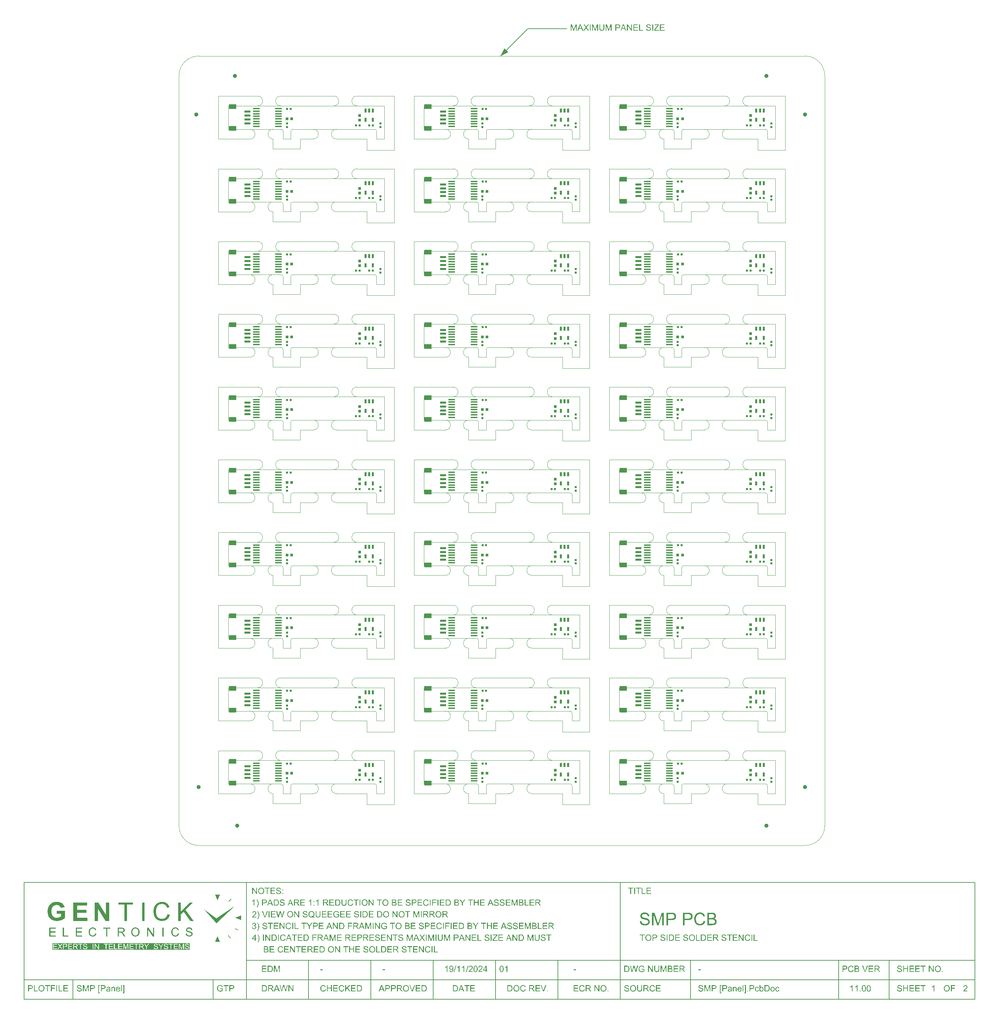
<source format=gtp>
G04*
G04 #@! TF.GenerationSoftware,Altium Limited,Altium Designer,25.0.2 (28)*
G04*
G04 Layer_Color=8421504*
%FSLAX24Y24*%
%MOIN*%
G70*
G04*
G04 #@! TF.SameCoordinates,BAA0B08D-9D87-43D8-96EE-EFDE37164EB2*
G04*
G04*
G04 #@! TF.FilePolarity,Positive*
G04*
G01*
G75*
%ADD10C,0.0079*%
%ADD19C,0.0020*%
%ADD21R,0.0244X0.0244*%
%ADD22R,0.0669X0.0138*%
%ADD23R,0.0750X0.0510*%
%ADD24R,0.0610X0.0236*%
%ADD25R,0.0295X0.0256*%
%ADD26R,0.0244X0.0244*%
%ADD27R,0.0256X0.0295*%
%ADD28R,0.0236X0.0433*%
%ADD43C,0.0414*%
G36*
X33287Y80144D02*
X32500Y79750D01*
X32894Y80537D01*
X33287Y80144D01*
D02*
G37*
G36*
X4138Y-4960D02*
X3894Y-5521D01*
X3650Y-4960D01*
X4138Y-4960D01*
D02*
G37*
G36*
X3799Y-7874D02*
X2540Y-6449D01*
X3790Y-7359D01*
X5660Y-6083D01*
X3799Y-7874D01*
D02*
G37*
G36*
X6275Y-7543D02*
X5693Y-7303D01*
X6275Y-7052D01*
Y-7543D01*
D02*
G37*
G36*
X4138Y-9741D02*
X3645Y-9744D01*
X3896Y-9179D01*
X4138Y-9741D01*
D02*
G37*
G36*
X-11212Y-14185D02*
X-11585D01*
Y-14377D01*
X-11236D01*
Y-14452D01*
X-11585D01*
Y-14666D01*
X-11197D01*
Y-14741D01*
X-11668D01*
Y-14110D01*
X-11212D01*
Y-14185D01*
D02*
G37*
G36*
X-12079Y-14666D02*
X-11769D01*
Y-14741D01*
X-12163D01*
Y-14110D01*
X-12079D01*
Y-14666D01*
D02*
G37*
G36*
X-12307Y-14741D02*
X-12391Y-14741D01*
Y-14110D01*
X-12307Y-14110D01*
Y-14741D01*
D02*
G37*
G36*
X-12513Y-14185D02*
X-12855D01*
Y-14380D01*
X-12559D01*
Y-14455D01*
X-12855D01*
Y-14741D01*
X-12939D01*
Y-14110D01*
X-12513D01*
Y-14185D01*
D02*
G37*
G36*
X-13029D02*
X-13237D01*
Y-14741D01*
X-13321D01*
Y-14185D01*
X-13529D01*
Y-14110D01*
X-13029D01*
Y-14185D01*
D02*
G37*
G36*
X-14576Y-14666D02*
X-14266D01*
Y-14741D01*
X-14660D01*
Y-14110D01*
X-14576D01*
Y-14666D01*
D02*
G37*
G36*
X-14972Y-14111D02*
X-14956Y-14112D01*
X-14940Y-14113D01*
X-14924Y-14115D01*
X-14911Y-14117D01*
X-14909D01*
X-14902Y-14119D01*
X-14894Y-14120D01*
X-14883Y-14123D01*
X-14871Y-14128D01*
X-14859Y-14133D01*
X-14845Y-14140D01*
X-14833Y-14147D01*
X-14831Y-14148D01*
X-14828Y-14151D01*
X-14822Y-14156D01*
X-14815Y-14162D01*
X-14807Y-14171D01*
X-14799Y-14182D01*
X-14790Y-14193D01*
X-14782Y-14207D01*
X-14781Y-14209D01*
X-14779Y-14213D01*
X-14776Y-14222D01*
X-14772Y-14233D01*
X-14769Y-14245D01*
X-14766Y-14260D01*
X-14764Y-14276D01*
X-14763Y-14294D01*
Y-14294D01*
Y-14297D01*
Y-14301D01*
X-14764Y-14307D01*
X-14765Y-14314D01*
X-14766Y-14322D01*
X-14768Y-14331D01*
X-14769Y-14341D01*
X-14776Y-14362D01*
X-14779Y-14373D01*
X-14785Y-14385D01*
X-14791Y-14397D01*
X-14798Y-14407D01*
X-14806Y-14418D01*
X-14815Y-14429D01*
X-14816Y-14430D01*
X-14818Y-14432D01*
X-14820Y-14435D01*
X-14825Y-14438D01*
X-14830Y-14442D01*
X-14838Y-14447D01*
X-14847Y-14452D01*
X-14857Y-14457D01*
X-14869Y-14462D01*
X-14882Y-14468D01*
X-14897Y-14472D01*
X-14914Y-14476D01*
X-14933Y-14479D01*
X-14953Y-14482D01*
X-14975Y-14484D01*
X-14999Y-14485D01*
X-15160D01*
Y-14741D01*
X-15244D01*
Y-14110D01*
X-14985D01*
X-14972Y-14111D01*
D02*
G37*
G36*
X-13876Y-14100D02*
X-13868D01*
X-13859Y-14101D01*
X-13848Y-14103D01*
X-13838Y-14105D01*
X-13814Y-14110D01*
X-13786Y-14117D01*
X-13760Y-14128D01*
X-13746Y-14134D01*
X-13733Y-14141D01*
X-13732Y-14142D01*
X-13730Y-14143D01*
X-13726Y-14146D01*
X-13721Y-14149D01*
X-13715Y-14153D01*
X-13708Y-14159D01*
X-13693Y-14172D01*
X-13676Y-14188D01*
X-13658Y-14208D01*
X-13641Y-14232D01*
X-13626Y-14258D01*
Y-14259D01*
X-13624Y-14262D01*
X-13623Y-14265D01*
X-13621Y-14271D01*
X-13617Y-14278D01*
X-13614Y-14286D01*
X-13611Y-14296D01*
X-13607Y-14307D01*
X-13604Y-14319D01*
X-13601Y-14332D01*
X-13597Y-14346D01*
X-13594Y-14361D01*
X-13591Y-14393D01*
X-13589Y-14427D01*
Y-14428D01*
Y-14432D01*
Y-14437D01*
X-13590Y-14444D01*
Y-14452D01*
X-13591Y-14462D01*
X-13592Y-14473D01*
X-13593Y-14485D01*
X-13598Y-14511D01*
X-13605Y-14540D01*
X-13615Y-14570D01*
X-13621Y-14584D01*
X-13628Y-14599D01*
Y-14600D01*
X-13630Y-14602D01*
X-13632Y-14606D01*
X-13635Y-14612D01*
X-13639Y-14618D01*
X-13643Y-14624D01*
X-13656Y-14642D01*
X-13672Y-14660D01*
X-13690Y-14679D01*
X-13712Y-14697D01*
X-13737Y-14714D01*
X-13738D01*
X-13740Y-14715D01*
X-13745Y-14717D01*
X-13750Y-14720D01*
X-13756Y-14723D01*
X-13764Y-14725D01*
X-13773Y-14729D01*
X-13783Y-14733D01*
X-13794Y-14736D01*
X-13806Y-14740D01*
X-13832Y-14745D01*
X-13860Y-14750D01*
X-13890Y-14752D01*
X-13899D01*
X-13905Y-14751D01*
X-13913D01*
X-13922Y-14749D01*
X-13932Y-14748D01*
X-13944Y-14746D01*
X-13969Y-14741D01*
X-13995Y-14734D01*
X-14022Y-14723D01*
X-14036Y-14716D01*
X-14050Y-14709D01*
X-14051Y-14708D01*
X-14053Y-14707D01*
X-14056Y-14704D01*
X-14062Y-14701D01*
X-14067Y-14697D01*
X-14073Y-14692D01*
X-14089Y-14678D01*
X-14106Y-14662D01*
X-14124Y-14642D01*
X-14141Y-14619D01*
X-14156Y-14592D01*
Y-14591D01*
X-14158Y-14589D01*
X-14160Y-14585D01*
X-14162Y-14580D01*
X-14165Y-14572D01*
X-14167Y-14564D01*
X-14171Y-14555D01*
X-14174Y-14545D01*
X-14177Y-14533D01*
X-14181Y-14521D01*
X-14186Y-14494D01*
X-14190Y-14466D01*
X-14192Y-14435D01*
Y-14434D01*
Y-14433D01*
Y-14427D01*
X-14191Y-14419D01*
Y-14408D01*
X-14189Y-14396D01*
X-14187Y-14380D01*
X-14185Y-14363D01*
X-14181Y-14345D01*
X-14177Y-14325D01*
X-14172Y-14305D01*
X-14165Y-14285D01*
X-14156Y-14264D01*
X-14147Y-14244D01*
X-14135Y-14224D01*
X-14123Y-14206D01*
X-14108Y-14189D01*
X-14107Y-14188D01*
X-14104Y-14185D01*
X-14099Y-14181D01*
X-14093Y-14175D01*
X-14084Y-14168D01*
X-14074Y-14161D01*
X-14063Y-14152D01*
X-14049Y-14144D01*
X-14034Y-14136D01*
X-14018Y-14128D01*
X-14000Y-14120D01*
X-13981Y-14113D01*
X-13960Y-14108D01*
X-13938Y-14103D01*
X-13915Y-14100D01*
X-13890Y-14100D01*
X-13882D01*
X-13876Y-14100D01*
D02*
G37*
G36*
X-10060D02*
X-10053D01*
X-10036Y-14102D01*
X-10017Y-14105D01*
X-9997Y-14110D01*
X-9975Y-14115D01*
X-9955Y-14122D01*
X-9954D01*
X-9952Y-14123D01*
X-9949Y-14125D01*
X-9946Y-14127D01*
X-9937Y-14131D01*
X-9925Y-14140D01*
X-9911Y-14149D01*
X-9897Y-14161D01*
X-9885Y-14174D01*
X-9873Y-14190D01*
Y-14191D01*
X-9872Y-14192D01*
X-9870Y-14194D01*
X-9868Y-14197D01*
X-9864Y-14206D01*
X-9858Y-14218D01*
X-9852Y-14233D01*
X-9847Y-14250D01*
X-9843Y-14268D01*
X-9841Y-14288D01*
X-9921Y-14294D01*
Y-14294D01*
Y-14292D01*
X-9922Y-14289D01*
X-9923Y-14284D01*
X-9926Y-14274D01*
X-9929Y-14261D01*
X-9935Y-14246D01*
X-9943Y-14232D01*
X-9953Y-14218D01*
X-9966Y-14205D01*
X-9968Y-14204D01*
X-9972Y-14201D01*
X-9981Y-14195D01*
X-9993Y-14190D01*
X-10009Y-14184D01*
X-10027Y-14179D01*
X-10050Y-14175D01*
X-10075Y-14174D01*
X-10088D01*
X-10093Y-14175D01*
X-10101Y-14176D01*
X-10117Y-14178D01*
X-10135Y-14182D01*
X-10153Y-14186D01*
X-10171Y-14193D01*
X-10178Y-14198D01*
X-10185Y-14202D01*
X-10187Y-14203D01*
X-10191Y-14207D01*
X-10196Y-14213D01*
X-10202Y-14221D01*
X-10208Y-14231D01*
X-10214Y-14242D01*
X-10217Y-14254D01*
X-10219Y-14269D01*
Y-14271D01*
Y-14274D01*
X-10218Y-14281D01*
X-10216Y-14288D01*
X-10214Y-14297D01*
X-10209Y-14306D01*
X-10203Y-14315D01*
X-10195Y-14325D01*
X-10194Y-14325D01*
X-10190Y-14328D01*
X-10186Y-14331D01*
X-10183Y-14333D01*
X-10177Y-14335D01*
X-10171Y-14339D01*
X-10163Y-14342D01*
X-10153Y-14346D01*
X-10143Y-14349D01*
X-10132Y-14354D01*
X-10119Y-14357D01*
X-10104Y-14362D01*
X-10088Y-14366D01*
X-10070Y-14370D01*
X-10069D01*
X-10065Y-14371D01*
X-10060Y-14372D01*
X-10053Y-14374D01*
X-10045Y-14376D01*
X-10035Y-14378D01*
X-10025Y-14381D01*
X-10014Y-14384D01*
X-9990Y-14390D01*
X-9968Y-14397D01*
X-9957Y-14400D01*
X-9947Y-14404D01*
X-9937Y-14407D01*
X-9930Y-14410D01*
X-9929D01*
X-9927Y-14411D01*
X-9925Y-14413D01*
X-9921Y-14415D01*
X-9911Y-14420D01*
X-9899Y-14427D01*
X-9886Y-14438D01*
X-9872Y-14448D01*
X-9859Y-14461D01*
X-9848Y-14475D01*
X-9847Y-14477D01*
X-9844Y-14481D01*
X-9840Y-14489D01*
X-9835Y-14500D01*
X-9830Y-14513D01*
X-9825Y-14529D01*
X-9823Y-14546D01*
X-9822Y-14564D01*
Y-14565D01*
Y-14566D01*
Y-14569D01*
Y-14572D01*
X-9824Y-14582D01*
X-9825Y-14595D01*
X-9829Y-14610D01*
X-9834Y-14625D01*
X-9841Y-14642D01*
X-9851Y-14659D01*
Y-14660D01*
X-9852Y-14661D01*
X-9856Y-14666D01*
X-9863Y-14674D01*
X-9872Y-14683D01*
X-9884Y-14694D01*
X-9898Y-14706D01*
X-9915Y-14717D01*
X-9934Y-14727D01*
X-9935D01*
X-9937Y-14728D01*
X-9939Y-14729D01*
X-9943Y-14731D01*
X-9948Y-14733D01*
X-9955Y-14735D01*
X-9969Y-14739D01*
X-9987Y-14744D01*
X-10008Y-14748D01*
X-10030Y-14751D01*
X-10055Y-14752D01*
X-10070D01*
X-10077Y-14751D01*
X-10085D01*
X-10094Y-14750D01*
X-10105Y-14749D01*
X-10128Y-14745D01*
X-10152Y-14742D01*
X-10175Y-14735D01*
X-10198Y-14727D01*
X-10199D01*
X-10201Y-14726D01*
X-10203Y-14724D01*
X-10207Y-14723D01*
X-10218Y-14717D01*
X-10231Y-14709D01*
X-10245Y-14698D01*
X-10261Y-14685D01*
X-10275Y-14670D01*
X-10289Y-14653D01*
Y-14652D01*
X-10291Y-14650D01*
X-10292Y-14647D01*
X-10295Y-14643D01*
X-10296Y-14639D01*
X-10299Y-14633D01*
X-10306Y-14620D01*
X-10312Y-14602D01*
X-10317Y-14583D01*
X-10321Y-14561D01*
X-10323Y-14539D01*
X-10244Y-14531D01*
Y-14532D01*
Y-14533D01*
X-10244Y-14536D01*
Y-14540D01*
X-10242Y-14548D01*
X-10239Y-14560D01*
X-10235Y-14571D01*
X-10232Y-14585D01*
X-10225Y-14598D01*
X-10219Y-14610D01*
X-10218Y-14611D01*
X-10215Y-14614D01*
X-10211Y-14621D01*
X-10203Y-14627D01*
X-10194Y-14635D01*
X-10184Y-14643D01*
X-10171Y-14652D01*
X-10156Y-14659D01*
X-10155D01*
X-10154Y-14660D01*
X-10152Y-14661D01*
X-10149Y-14662D01*
X-10140Y-14664D01*
X-10128Y-14668D01*
X-10113Y-14672D01*
X-10097Y-14674D01*
X-10079Y-14676D01*
X-10059Y-14677D01*
X-10050D01*
X-10041Y-14676D01*
X-10030Y-14675D01*
X-10018Y-14673D01*
X-10003Y-14672D01*
X-9988Y-14668D01*
X-9975Y-14663D01*
X-9973Y-14663D01*
X-9968Y-14661D01*
X-9962Y-14657D01*
X-9954Y-14653D01*
X-9946Y-14647D01*
X-9937Y-14641D01*
X-9927Y-14633D01*
X-9920Y-14624D01*
X-9919Y-14623D01*
X-9917Y-14620D01*
X-9915Y-14615D01*
X-9911Y-14608D01*
X-9907Y-14601D01*
X-9905Y-14591D01*
X-9903Y-14581D01*
X-9902Y-14571D01*
Y-14570D01*
Y-14565D01*
X-9903Y-14560D01*
X-9904Y-14552D01*
X-9907Y-14545D01*
X-9909Y-14536D01*
X-9914Y-14527D01*
X-9920Y-14519D01*
X-9921Y-14518D01*
X-9924Y-14515D01*
X-9927Y-14511D01*
X-9934Y-14506D01*
X-9941Y-14500D01*
X-9951Y-14494D01*
X-9963Y-14488D01*
X-9977Y-14482D01*
X-9978Y-14481D01*
X-9982Y-14480D01*
X-9989Y-14478D01*
X-9994Y-14477D01*
X-10000Y-14475D01*
X-10007Y-14472D01*
X-10015Y-14470D01*
X-10024Y-14468D01*
X-10035Y-14465D01*
X-10046Y-14462D01*
X-10059Y-14458D01*
X-10073Y-14455D01*
X-10089Y-14451D01*
X-10090D01*
X-10092Y-14450D01*
X-10097Y-14449D01*
X-10102Y-14448D01*
X-10110Y-14446D01*
X-10118Y-14444D01*
X-10136Y-14438D01*
X-10156Y-14432D01*
X-10177Y-14426D01*
X-10195Y-14419D01*
X-10203Y-14416D01*
X-10211Y-14412D01*
X-10212D01*
X-10213Y-14411D01*
X-10218Y-14407D01*
X-10226Y-14403D01*
X-10235Y-14396D01*
X-10246Y-14387D01*
X-10257Y-14377D01*
X-10268Y-14366D01*
X-10277Y-14353D01*
X-10278Y-14351D01*
X-10281Y-14346D01*
X-10285Y-14339D01*
X-10288Y-14330D01*
X-10292Y-14318D01*
X-10296Y-14304D01*
X-10298Y-14290D01*
X-10299Y-14274D01*
Y-14274D01*
Y-14273D01*
Y-14270D01*
Y-14266D01*
X-10297Y-14257D01*
X-10296Y-14245D01*
X-10293Y-14232D01*
X-10288Y-14216D01*
X-10282Y-14201D01*
X-10273Y-14185D01*
Y-14184D01*
X-10272Y-14183D01*
X-10267Y-14178D01*
X-10261Y-14171D01*
X-10253Y-14161D01*
X-10242Y-14151D01*
X-10228Y-14141D01*
X-10212Y-14131D01*
X-10193Y-14121D01*
X-10193D01*
X-10191Y-14120D01*
X-10188Y-14120D01*
X-10184Y-14118D01*
X-10180Y-14116D01*
X-10173Y-14114D01*
X-10160Y-14110D01*
X-10142Y-14107D01*
X-10122Y-14103D01*
X-10101Y-14100D01*
X-10078Y-14100D01*
X-10066D01*
X-10060Y-14100D01*
D02*
G37*
G36*
X-6599Y-14274D02*
X-6589Y-14275D01*
X-6577Y-14277D01*
X-6564Y-14280D01*
X-6550Y-14284D01*
X-6538Y-14289D01*
X-6536Y-14290D01*
X-6532Y-14292D01*
X-6526Y-14294D01*
X-6518Y-14299D01*
X-6509Y-14304D01*
X-6501Y-14312D01*
X-6493Y-14319D01*
X-6486Y-14328D01*
X-6485Y-14329D01*
X-6483Y-14333D01*
X-6480Y-14337D01*
X-6476Y-14344D01*
X-6472Y-14353D01*
X-6468Y-14362D01*
X-6464Y-14373D01*
X-6461Y-14385D01*
Y-14386D01*
X-6460Y-14389D01*
X-6459Y-14395D01*
X-6458Y-14402D01*
Y-14413D01*
X-6457Y-14426D01*
X-6457Y-14441D01*
Y-14460D01*
Y-14741D01*
X-6534D01*
Y-14464D01*
Y-14463D01*
Y-14462D01*
Y-14456D01*
Y-14448D01*
X-6535Y-14438D01*
X-6536Y-14426D01*
X-6538Y-14414D01*
X-6540Y-14403D01*
X-6543Y-14393D01*
Y-14392D01*
X-6545Y-14389D01*
X-6548Y-14385D01*
X-6550Y-14379D01*
X-6555Y-14374D01*
X-6560Y-14367D01*
X-6568Y-14361D01*
X-6576Y-14356D01*
X-6577Y-14355D01*
X-6580Y-14353D01*
X-6585Y-14351D01*
X-6591Y-14348D01*
X-6599Y-14346D01*
X-6608Y-14343D01*
X-6619Y-14342D01*
X-6630Y-14341D01*
X-6634D01*
X-6638Y-14342D01*
X-6647Y-14343D01*
X-6659Y-14345D01*
X-6672Y-14349D01*
X-6686Y-14355D01*
X-6701Y-14362D01*
X-6714Y-14373D01*
X-6716Y-14375D01*
X-6720Y-14379D01*
X-6723Y-14383D01*
X-6725Y-14387D01*
X-6729Y-14393D01*
X-6732Y-14399D01*
X-6735Y-14407D01*
X-6739Y-14416D01*
X-6742Y-14426D01*
X-6744Y-14437D01*
X-6746Y-14448D01*
X-6748Y-14461D01*
X-6750Y-14477D01*
Y-14492D01*
Y-14741D01*
X-6827D01*
Y-14284D01*
X-6758D01*
Y-14349D01*
X-6757Y-14348D01*
X-6755Y-14346D01*
X-6753Y-14342D01*
X-6749Y-14337D01*
X-6744Y-14332D01*
X-6737Y-14325D01*
X-6730Y-14318D01*
X-6721Y-14311D01*
X-6712Y-14304D01*
X-6701Y-14297D01*
X-6689Y-14291D01*
X-6676Y-14285D01*
X-6662Y-14281D01*
X-6647Y-14277D01*
X-6631Y-14274D01*
X-6613Y-14274D01*
X-6606D01*
X-6599Y-14274D01*
D02*
G37*
G36*
X-9108Y-14741D02*
X-9189D01*
Y-14213D01*
X-9373Y-14741D01*
X-9447D01*
X-9630Y-14204D01*
Y-14741D01*
X-9710D01*
Y-14110D01*
X-9585D01*
X-9436Y-14558D01*
Y-14559D01*
X-9435Y-14560D01*
X-9434Y-14563D01*
X-9432Y-14568D01*
X-9428Y-14579D01*
X-9424Y-14592D01*
X-9419Y-14608D01*
X-9414Y-14623D01*
X-9409Y-14638D01*
X-9405Y-14651D01*
X-9405Y-14649D01*
X-9404Y-14644D01*
X-9401Y-14636D01*
X-9397Y-14625D01*
X-9393Y-14611D01*
X-9386Y-14593D01*
X-9380Y-14573D01*
X-9372Y-14550D01*
X-9221Y-14110D01*
X-9108D01*
Y-14741D01*
D02*
G37*
G36*
X-5771Y-14741D02*
X-5849D01*
Y-14110D01*
X-5771D01*
Y-14741D01*
D02*
G37*
G36*
X-7104Y-14274D02*
X-7091Y-14275D01*
X-7075Y-14277D01*
X-7060Y-14280D01*
X-7044Y-14284D01*
X-7030Y-14288D01*
X-7028Y-14289D01*
X-7023Y-14291D01*
X-7017Y-14294D01*
X-7009Y-14297D01*
X-7000Y-14303D01*
X-6990Y-14308D01*
X-6982Y-14315D01*
X-6975Y-14323D01*
X-6974Y-14324D01*
X-6972Y-14326D01*
X-6969Y-14331D01*
X-6966Y-14336D01*
X-6961Y-14345D01*
X-6958Y-14353D01*
X-6954Y-14363D01*
X-6951Y-14375D01*
Y-14376D01*
X-6950Y-14378D01*
X-6949Y-14384D01*
X-6948Y-14391D01*
Y-14401D01*
X-6948Y-14413D01*
X-6947Y-14428D01*
Y-14446D01*
Y-14550D01*
Y-14550D01*
Y-14554D01*
Y-14560D01*
Y-14567D01*
Y-14575D01*
Y-14585D01*
X-6946Y-14607D01*
Y-14630D01*
X-6945Y-14653D01*
X-6944Y-14663D01*
Y-14672D01*
X-6943Y-14680D01*
X-6942Y-14686D01*
Y-14687D01*
X-6941Y-14691D01*
X-6940Y-14696D01*
X-6938Y-14704D01*
X-6936Y-14712D01*
X-6932Y-14721D01*
X-6928Y-14731D01*
X-6923Y-14741D01*
X-7004D01*
X-7005Y-14740D01*
X-7006Y-14736D01*
X-7008Y-14732D01*
X-7010Y-14724D01*
X-7013Y-14716D01*
X-7015Y-14706D01*
X-7017Y-14695D01*
X-7019Y-14683D01*
X-7020D01*
X-7020Y-14685D01*
X-7026Y-14690D01*
X-7034Y-14696D01*
X-7045Y-14704D01*
X-7059Y-14713D01*
X-7072Y-14722D01*
X-7087Y-14730D01*
X-7102Y-14736D01*
X-7104Y-14737D01*
X-7110Y-14738D01*
X-7118Y-14741D01*
X-7128Y-14744D01*
X-7141Y-14746D01*
X-7155Y-14748D01*
X-7172Y-14750D01*
X-7188Y-14751D01*
X-7195D01*
X-7201Y-14750D01*
X-7207D01*
X-7214Y-14749D01*
X-7231Y-14746D01*
X-7249Y-14742D01*
X-7269Y-14735D01*
X-7287Y-14726D01*
X-7304Y-14714D01*
X-7306Y-14713D01*
X-7310Y-14708D01*
X-7317Y-14700D01*
X-7324Y-14689D01*
X-7331Y-14675D01*
X-7337Y-14660D01*
X-7342Y-14641D01*
X-7343Y-14632D01*
X-7344Y-14621D01*
Y-14619D01*
Y-14615D01*
X-7343Y-14609D01*
X-7342Y-14601D01*
X-7340Y-14591D01*
X-7337Y-14581D01*
X-7334Y-14570D01*
X-7329Y-14560D01*
X-7328Y-14559D01*
X-7327Y-14555D01*
X-7323Y-14550D01*
X-7318Y-14543D01*
X-7313Y-14536D01*
X-7306Y-14529D01*
X-7298Y-14521D01*
X-7289Y-14515D01*
X-7288Y-14514D01*
X-7285Y-14512D01*
X-7280Y-14509D01*
X-7273Y-14505D01*
X-7265Y-14501D01*
X-7255Y-14497D01*
X-7245Y-14493D01*
X-7233Y-14489D01*
X-7232D01*
X-7228Y-14489D01*
X-7223Y-14487D01*
X-7215Y-14486D01*
X-7206Y-14484D01*
X-7194Y-14482D01*
X-7181Y-14479D01*
X-7164Y-14478D01*
X-7163D01*
X-7160Y-14477D01*
X-7155D01*
X-7149Y-14476D01*
X-7142Y-14475D01*
X-7133Y-14473D01*
X-7122Y-14472D01*
X-7112Y-14470D01*
X-7090Y-14466D01*
X-7066Y-14461D01*
X-7045Y-14456D01*
X-7035Y-14453D01*
X-7026Y-14450D01*
Y-14449D01*
Y-14448D01*
X-7025Y-14442D01*
Y-14436D01*
Y-14432D01*
Y-14430D01*
Y-14429D01*
Y-14428D01*
Y-14423D01*
X-7026Y-14414D01*
X-7028Y-14404D01*
X-7030Y-14393D01*
X-7035Y-14382D01*
X-7041Y-14372D01*
X-7048Y-14364D01*
X-7049Y-14363D01*
X-7053Y-14359D01*
X-7061Y-14356D01*
X-7070Y-14350D01*
X-7082Y-14346D01*
X-7097Y-14341D01*
X-7115Y-14338D01*
X-7136Y-14337D01*
X-7145D01*
X-7154Y-14338D01*
X-7167Y-14340D01*
X-7180Y-14342D01*
X-7194Y-14346D01*
X-7206Y-14350D01*
X-7217Y-14356D01*
X-7218Y-14357D01*
X-7222Y-14360D01*
X-7226Y-14365D01*
X-7232Y-14372D01*
X-7237Y-14381D01*
X-7244Y-14393D01*
X-7249Y-14407D01*
X-7255Y-14424D01*
X-7330Y-14414D01*
Y-14413D01*
X-7329Y-14412D01*
Y-14409D01*
X-7328Y-14406D01*
X-7326Y-14397D01*
X-7322Y-14386D01*
X-7317Y-14374D01*
X-7312Y-14361D01*
X-7305Y-14348D01*
X-7296Y-14336D01*
X-7296Y-14335D01*
X-7292Y-14332D01*
X-7286Y-14326D01*
X-7279Y-14319D01*
X-7269Y-14312D01*
X-7257Y-14304D01*
X-7244Y-14296D01*
X-7228Y-14290D01*
X-7227D01*
X-7226Y-14289D01*
X-7224Y-14288D01*
X-7220Y-14287D01*
X-7211Y-14284D01*
X-7198Y-14282D01*
X-7184Y-14279D01*
X-7165Y-14276D01*
X-7146Y-14274D01*
X-7124Y-14274D01*
X-7114D01*
X-7104Y-14274D01*
D02*
G37*
G36*
X-7623Y-14111D02*
X-7607Y-14112D01*
X-7591Y-14113D01*
X-7575Y-14115D01*
X-7562Y-14117D01*
X-7560D01*
X-7553Y-14119D01*
X-7545Y-14120D01*
X-7534Y-14123D01*
X-7522Y-14128D01*
X-7510Y-14133D01*
X-7496Y-14140D01*
X-7484Y-14147D01*
X-7482Y-14148D01*
X-7479Y-14151D01*
X-7473Y-14156D01*
X-7466Y-14162D01*
X-7458Y-14171D01*
X-7450Y-14182D01*
X-7440Y-14193D01*
X-7433Y-14207D01*
X-7432Y-14209D01*
X-7430Y-14213D01*
X-7427Y-14222D01*
X-7423Y-14233D01*
X-7420Y-14245D01*
X-7417Y-14260D01*
X-7415Y-14276D01*
X-7414Y-14294D01*
Y-14294D01*
Y-14297D01*
Y-14301D01*
X-7415Y-14307D01*
X-7416Y-14314D01*
X-7417Y-14322D01*
X-7419Y-14331D01*
X-7420Y-14341D01*
X-7427Y-14362D01*
X-7430Y-14373D01*
X-7436Y-14385D01*
X-7442Y-14397D01*
X-7449Y-14407D01*
X-7457Y-14418D01*
X-7466Y-14429D01*
X-7467Y-14430D01*
X-7469Y-14432D01*
X-7471Y-14435D01*
X-7476Y-14438D01*
X-7481Y-14442D01*
X-7489Y-14447D01*
X-7498Y-14452D01*
X-7508Y-14457D01*
X-7520Y-14462D01*
X-7533Y-14468D01*
X-7548Y-14472D01*
X-7565Y-14476D01*
X-7583Y-14479D01*
X-7603Y-14482D01*
X-7626Y-14484D01*
X-7650Y-14485D01*
X-7811D01*
Y-14741D01*
X-7895D01*
Y-14110D01*
X-7636D01*
X-7623Y-14111D01*
D02*
G37*
G36*
X-8700D02*
X-8685Y-14112D01*
X-8668Y-14113D01*
X-8653Y-14115D01*
X-8639Y-14117D01*
X-8637D01*
X-8631Y-14119D01*
X-8623Y-14120D01*
X-8612Y-14123D01*
X-8600Y-14128D01*
X-8587Y-14133D01*
X-8574Y-14140D01*
X-8562Y-14147D01*
X-8560Y-14148D01*
X-8556Y-14151D01*
X-8551Y-14156D01*
X-8544Y-14162D01*
X-8535Y-14171D01*
X-8527Y-14182D01*
X-8518Y-14193D01*
X-8511Y-14207D01*
X-8510Y-14209D01*
X-8508Y-14213D01*
X-8504Y-14222D01*
X-8501Y-14233D01*
X-8498Y-14245D01*
X-8494Y-14260D01*
X-8493Y-14276D01*
X-8492Y-14294D01*
Y-14294D01*
Y-14297D01*
Y-14301D01*
X-8493Y-14307D01*
X-8494Y-14314D01*
X-8494Y-14322D01*
X-8496Y-14331D01*
X-8498Y-14341D01*
X-8504Y-14362D01*
X-8508Y-14373D01*
X-8514Y-14385D01*
X-8520Y-14397D01*
X-8526Y-14407D01*
X-8535Y-14418D01*
X-8544Y-14429D01*
X-8545Y-14430D01*
X-8546Y-14432D01*
X-8549Y-14435D01*
X-8554Y-14438D01*
X-8559Y-14442D01*
X-8566Y-14447D01*
X-8576Y-14452D01*
X-8586Y-14457D01*
X-8597Y-14462D01*
X-8611Y-14468D01*
X-8626Y-14472D01*
X-8643Y-14476D01*
X-8661Y-14479D01*
X-8681Y-14482D01*
X-8704Y-14484D01*
X-8728Y-14485D01*
X-8889D01*
Y-14741D01*
X-8973D01*
Y-14110D01*
X-8714D01*
X-8700Y-14111D01*
D02*
G37*
G36*
X-6135Y-14274D02*
X-6128Y-14275D01*
X-6119Y-14277D01*
X-6109Y-14279D01*
X-6097Y-14282D01*
X-6086Y-14284D01*
X-6073Y-14289D01*
X-6061Y-14294D01*
X-6048Y-14300D01*
X-6036Y-14307D01*
X-6023Y-14315D01*
X-6011Y-14325D01*
X-6000Y-14336D01*
X-5999Y-14337D01*
X-5997Y-14339D01*
X-5995Y-14343D01*
X-5991Y-14348D01*
X-5986Y-14355D01*
X-5982Y-14362D01*
X-5976Y-14371D01*
X-5971Y-14382D01*
X-5966Y-14394D01*
X-5960Y-14407D01*
X-5956Y-14421D01*
X-5951Y-14437D01*
X-5947Y-14454D01*
X-5945Y-14472D01*
X-5943Y-14491D01*
X-5942Y-14512D01*
Y-14513D01*
Y-14517D01*
Y-14523D01*
X-5943Y-14532D01*
X-6284D01*
Y-14533D01*
Y-14536D01*
X-6283Y-14540D01*
Y-14545D01*
X-6283Y-14551D01*
X-6281Y-14559D01*
X-6278Y-14575D01*
X-6273Y-14593D01*
X-6265Y-14613D01*
X-6255Y-14632D01*
X-6242Y-14648D01*
X-6242D01*
X-6241Y-14650D01*
X-6235Y-14654D01*
X-6227Y-14661D01*
X-6216Y-14667D01*
X-6201Y-14674D01*
X-6185Y-14681D01*
X-6167Y-14685D01*
X-6157Y-14686D01*
X-6146Y-14687D01*
X-6139D01*
X-6130Y-14686D01*
X-6120Y-14684D01*
X-6109Y-14682D01*
X-6097Y-14678D01*
X-6085Y-14673D01*
X-6073Y-14665D01*
X-6072Y-14664D01*
X-6068Y-14661D01*
X-6062Y-14655D01*
X-6056Y-14648D01*
X-6048Y-14638D01*
X-6040Y-14625D01*
X-6032Y-14611D01*
X-6025Y-14593D01*
X-5945Y-14603D01*
Y-14604D01*
X-5945Y-14606D01*
X-5946Y-14610D01*
X-5948Y-14615D01*
X-5951Y-14621D01*
X-5954Y-14628D01*
X-5961Y-14643D01*
X-5970Y-14661D01*
X-5983Y-14679D01*
X-5997Y-14696D01*
X-6016Y-14713D01*
X-6017D01*
X-6018Y-14714D01*
X-6021Y-14716D01*
X-6025Y-14719D01*
X-6030Y-14722D01*
X-6036Y-14724D01*
X-6043Y-14728D01*
X-6051Y-14732D01*
X-6060Y-14735D01*
X-6069Y-14739D01*
X-6092Y-14745D01*
X-6118Y-14749D01*
X-6146Y-14751D01*
X-6156D01*
X-6162Y-14750D01*
X-6170Y-14749D01*
X-6181Y-14747D01*
X-6191Y-14745D01*
X-6203Y-14744D01*
X-6229Y-14736D01*
X-6242Y-14731D01*
X-6255Y-14725D01*
X-6269Y-14718D01*
X-6282Y-14710D01*
X-6293Y-14701D01*
X-6305Y-14690D01*
X-6306Y-14689D01*
X-6308Y-14687D01*
X-6311Y-14683D01*
X-6314Y-14678D01*
X-6319Y-14672D01*
X-6324Y-14664D01*
X-6329Y-14655D01*
X-6334Y-14645D01*
X-6340Y-14633D01*
X-6345Y-14621D01*
X-6350Y-14606D01*
X-6355Y-14591D01*
X-6358Y-14574D01*
X-6361Y-14556D01*
X-6363Y-14537D01*
X-6364Y-14517D01*
Y-14516D01*
Y-14511D01*
Y-14506D01*
X-6363Y-14498D01*
X-6362Y-14488D01*
X-6361Y-14477D01*
X-6359Y-14464D01*
X-6356Y-14451D01*
X-6349Y-14422D01*
X-6345Y-14407D01*
X-6339Y-14392D01*
X-6332Y-14377D01*
X-6324Y-14364D01*
X-6314Y-14350D01*
X-6304Y-14337D01*
X-6303Y-14336D01*
X-6302Y-14335D01*
X-6298Y-14332D01*
X-6293Y-14327D01*
X-6288Y-14323D01*
X-6281Y-14317D01*
X-6273Y-14311D01*
X-6263Y-14305D01*
X-6252Y-14299D01*
X-6241Y-14294D01*
X-6228Y-14288D01*
X-6214Y-14284D01*
X-6200Y-14279D01*
X-6184Y-14276D01*
X-6168Y-14274D01*
X-6150Y-14274D01*
X-6141D01*
X-6135Y-14274D01*
D02*
G37*
G36*
X-5522Y-14916D02*
X-5692D01*
Y-14852D01*
X-5599D01*
Y-14174D01*
X-5692D01*
Y-14110D01*
X-5522D01*
Y-14916D01*
D02*
G37*
G36*
X-7978Y-14174D02*
X-8071D01*
Y-14852D01*
X-7978D01*
Y-14916D01*
X-8148D01*
Y-14110D01*
X-7978D01*
Y-14174D01*
D02*
G37*
G36*
X4183Y-14100D02*
X4190D01*
X4207Y-14102D01*
X4227Y-14105D01*
X4247Y-14110D01*
X4269Y-14115D01*
X4289Y-14122D01*
X4290D01*
X4292Y-14123D01*
X4295Y-14124D01*
X4299Y-14126D01*
X4309Y-14131D01*
X4321Y-14138D01*
X4335Y-14147D01*
X4350Y-14158D01*
X4363Y-14170D01*
X4376Y-14184D01*
X4378Y-14186D01*
X4382Y-14192D01*
X4387Y-14200D01*
X4394Y-14212D01*
X4402Y-14226D01*
X4410Y-14244D01*
X4418Y-14264D01*
X4424Y-14287D01*
X4349Y-14307D01*
Y-14306D01*
X4348Y-14305D01*
X4347Y-14303D01*
X4346Y-14299D01*
X4343Y-14291D01*
X4340Y-14280D01*
X4334Y-14267D01*
X4328Y-14255D01*
X4321Y-14243D01*
X4313Y-14232D01*
X4312Y-14231D01*
X4310Y-14227D01*
X4304Y-14223D01*
X4298Y-14216D01*
X4289Y-14209D01*
X4279Y-14202D01*
X4267Y-14194D01*
X4253Y-14188D01*
X4251Y-14187D01*
X4247Y-14185D01*
X4238Y-14182D01*
X4228Y-14179D01*
X4215Y-14176D01*
X4200Y-14173D01*
X4184Y-14172D01*
X4167Y-14171D01*
X4156D01*
X4152Y-14172D01*
X4146D01*
X4133Y-14172D01*
X4117Y-14175D01*
X4100Y-14178D01*
X4084Y-14182D01*
X4067Y-14189D01*
X4065Y-14190D01*
X4060Y-14192D01*
X4053Y-14196D01*
X4044Y-14201D01*
X4033Y-14208D01*
X4021Y-14215D01*
X4010Y-14224D01*
X4000Y-14234D01*
X3999Y-14235D01*
X3995Y-14239D01*
X3991Y-14245D01*
X3985Y-14253D01*
X3979Y-14262D01*
X3972Y-14273D01*
X3966Y-14284D01*
X3960Y-14297D01*
Y-14298D01*
X3959Y-14300D01*
X3958Y-14303D01*
X3956Y-14307D01*
X3954Y-14313D01*
X3952Y-14319D01*
X3950Y-14326D01*
X3948Y-14335D01*
X3943Y-14354D01*
X3940Y-14376D01*
X3937Y-14398D01*
X3936Y-14424D01*
Y-14425D01*
Y-14427D01*
Y-14432D01*
X3937Y-14438D01*
Y-14445D01*
X3938Y-14454D01*
X3939Y-14463D01*
X3940Y-14473D01*
X3943Y-14496D01*
X3948Y-14519D01*
X3955Y-14543D01*
X3964Y-14566D01*
Y-14567D01*
X3966Y-14569D01*
X3967Y-14571D01*
X3970Y-14575D01*
X3976Y-14585D01*
X3986Y-14598D01*
X3998Y-14612D01*
X4013Y-14625D01*
X4030Y-14638D01*
X4049Y-14650D01*
X4050D01*
X4052Y-14651D01*
X4054Y-14653D01*
X4059Y-14654D01*
X4064Y-14656D01*
X4070Y-14658D01*
X4085Y-14663D01*
X4103Y-14668D01*
X4123Y-14673D01*
X4145Y-14676D01*
X4167Y-14677D01*
X4177D01*
X4182Y-14676D01*
X4187D01*
X4201Y-14674D01*
X4218Y-14673D01*
X4235Y-14669D01*
X4254Y-14663D01*
X4273Y-14657D01*
X4274D01*
X4276Y-14656D01*
X4278Y-14655D01*
X4281Y-14653D01*
X4291Y-14649D01*
X4302Y-14643D01*
X4315Y-14637D01*
X4329Y-14630D01*
X4341Y-14622D01*
X4352Y-14612D01*
Y-14494D01*
X4167D01*
Y-14419D01*
X4434D01*
Y-14653D01*
X4433Y-14654D01*
X4432Y-14655D01*
X4428Y-14658D01*
X4423Y-14662D01*
X4418Y-14665D01*
X4412Y-14670D01*
X4403Y-14675D01*
X4395Y-14681D01*
X4376Y-14693D01*
X4354Y-14705D01*
X4331Y-14717D01*
X4307Y-14727D01*
X4306D01*
X4304Y-14728D01*
X4300Y-14729D01*
X4296Y-14731D01*
X4289Y-14733D01*
X4282Y-14735D01*
X4274Y-14737D01*
X4266Y-14739D01*
X4246Y-14744D01*
X4223Y-14748D01*
X4198Y-14751D01*
X4173Y-14752D01*
X4164D01*
X4157Y-14751D01*
X4149D01*
X4139Y-14750D01*
X4128Y-14748D01*
X4116Y-14747D01*
X4090Y-14742D01*
X4062Y-14735D01*
X4033Y-14725D01*
X4018Y-14720D01*
X4003Y-14713D01*
X4003Y-14712D01*
X4000Y-14711D01*
X3996Y-14708D01*
X3991Y-14705D01*
X3984Y-14701D01*
X3978Y-14696D01*
X3961Y-14683D01*
X3942Y-14667D01*
X3923Y-14647D01*
X3905Y-14624D01*
X3889Y-14598D01*
Y-14597D01*
X3887Y-14594D01*
X3885Y-14591D01*
X3882Y-14584D01*
X3880Y-14578D01*
X3877Y-14569D01*
X3873Y-14560D01*
X3870Y-14549D01*
X3866Y-14537D01*
X3862Y-14523D01*
X3859Y-14509D01*
X3857Y-14495D01*
X3852Y-14463D01*
X3850Y-14429D01*
Y-14428D01*
Y-14425D01*
Y-14420D01*
X3851Y-14414D01*
Y-14406D01*
X3852Y-14396D01*
X3854Y-14386D01*
X3855Y-14374D01*
X3858Y-14361D01*
X3859Y-14347D01*
X3867Y-14318D01*
X3876Y-14288D01*
X3889Y-14258D01*
X3890Y-14257D01*
X3890Y-14254D01*
X3892Y-14251D01*
X3896Y-14245D01*
X3900Y-14238D01*
X3904Y-14231D01*
X3917Y-14213D01*
X3932Y-14193D01*
X3952Y-14174D01*
X3973Y-14155D01*
X3986Y-14147D01*
X3999Y-14139D01*
X4000Y-14138D01*
X4003Y-14137D01*
X4006Y-14135D01*
X4012Y-14132D01*
X4019Y-14130D01*
X4027Y-14126D01*
X4036Y-14122D01*
X4047Y-14119D01*
X4059Y-14115D01*
X4072Y-14112D01*
X4085Y-14109D01*
X4100Y-14106D01*
X4132Y-14101D01*
X4148Y-14100D01*
X4177D01*
X4183Y-14100D01*
D02*
G37*
G36*
X5368Y-14111D02*
X5384Y-14112D01*
X5400Y-14113D01*
X5415Y-14115D01*
X5429Y-14117D01*
X5431D01*
X5437Y-14119D01*
X5446Y-14120D01*
X5456Y-14123D01*
X5468Y-14128D01*
X5481Y-14133D01*
X5495Y-14140D01*
X5507Y-14147D01*
X5508Y-14148D01*
X5512Y-14151D01*
X5518Y-14156D01*
X5525Y-14162D01*
X5533Y-14171D01*
X5541Y-14182D01*
X5550Y-14193D01*
X5558Y-14207D01*
X5559Y-14209D01*
X5560Y-14213D01*
X5564Y-14222D01*
X5568Y-14233D01*
X5570Y-14245D01*
X5574Y-14260D01*
X5576Y-14276D01*
X5577Y-14294D01*
Y-14294D01*
Y-14297D01*
Y-14301D01*
X5576Y-14307D01*
X5575Y-14314D01*
X5574Y-14322D01*
X5572Y-14331D01*
X5570Y-14341D01*
X5564Y-14362D01*
X5560Y-14373D01*
X5555Y-14385D01*
X5548Y-14397D01*
X5542Y-14407D01*
X5534Y-14418D01*
X5525Y-14429D01*
X5524Y-14430D01*
X5522Y-14432D01*
X5519Y-14435D01*
X5515Y-14438D01*
X5509Y-14442D01*
X5502Y-14447D01*
X5493Y-14452D01*
X5483Y-14457D01*
X5471Y-14462D01*
X5457Y-14468D01*
X5443Y-14472D01*
X5426Y-14476D01*
X5407Y-14479D01*
X5387Y-14482D01*
X5364Y-14484D01*
X5341Y-14485D01*
X5180D01*
Y-14741D01*
X5096D01*
Y-14110D01*
X5354D01*
X5368Y-14111D01*
D02*
G37*
G36*
X5009Y-14185D02*
X4801D01*
Y-14741D01*
X4718D01*
Y-14185D01*
X4510D01*
Y-14110D01*
X5009D01*
Y-14185D01*
D02*
G37*
G36*
X22764Y-10163D02*
X22770D01*
X22787Y-10165D01*
X22806Y-10168D01*
X22826Y-10173D01*
X22848Y-10178D01*
X22868Y-10185D01*
X22869D01*
X22871Y-10186D01*
X22874Y-10188D01*
X22878Y-10190D01*
X22887Y-10194D01*
X22898Y-10203D01*
X22912Y-10212D01*
X22926Y-10224D01*
X22939Y-10237D01*
X22950Y-10253D01*
Y-10254D01*
X22951Y-10255D01*
X22953Y-10257D01*
X22955Y-10260D01*
X22959Y-10269D01*
X22965Y-10281D01*
X22971Y-10296D01*
X22976Y-10313D01*
X22980Y-10331D01*
X22982Y-10351D01*
X22902Y-10357D01*
Y-10357D01*
Y-10355D01*
X22901Y-10352D01*
X22900Y-10347D01*
X22898Y-10337D01*
X22894Y-10324D01*
X22888Y-10309D01*
X22880Y-10295D01*
X22870Y-10281D01*
X22857Y-10268D01*
X22856Y-10267D01*
X22851Y-10264D01*
X22842Y-10258D01*
X22830Y-10253D01*
X22815Y-10247D01*
X22796Y-10242D01*
X22774Y-10238D01*
X22748Y-10237D01*
X22735D01*
X22730Y-10238D01*
X22723Y-10239D01*
X22706Y-10241D01*
X22688Y-10245D01*
X22670Y-10249D01*
X22652Y-10256D01*
X22645Y-10261D01*
X22638Y-10265D01*
X22636Y-10266D01*
X22632Y-10270D01*
X22627Y-10276D01*
X22622Y-10284D01*
X22615Y-10294D01*
X22610Y-10305D01*
X22606Y-10317D01*
X22604Y-10332D01*
Y-10334D01*
Y-10337D01*
X22605Y-10344D01*
X22607Y-10351D01*
X22610Y-10360D01*
X22614Y-10369D01*
X22620Y-10378D01*
X22628Y-10388D01*
X22629Y-10388D01*
X22633Y-10391D01*
X22637Y-10394D01*
X22641Y-10396D01*
X22646Y-10398D01*
X22652Y-10402D01*
X22661Y-10405D01*
X22670Y-10408D01*
X22680Y-10412D01*
X22692Y-10417D01*
X22704Y-10420D01*
X22719Y-10425D01*
X22735Y-10429D01*
X22754Y-10433D01*
X22755D01*
X22758Y-10434D01*
X22764Y-10435D01*
X22770Y-10437D01*
X22778Y-10439D01*
X22788Y-10441D01*
X22798Y-10444D01*
X22809Y-10447D01*
X22833Y-10453D01*
X22856Y-10460D01*
X22867Y-10463D01*
X22877Y-10467D01*
X22886Y-10470D01*
X22893Y-10473D01*
X22894D01*
X22896Y-10474D01*
X22898Y-10476D01*
X22902Y-10478D01*
X22912Y-10483D01*
X22924Y-10490D01*
X22938Y-10501D01*
X22951Y-10511D01*
X22964Y-10524D01*
X22975Y-10538D01*
X22976Y-10540D01*
X22980Y-10544D01*
X22983Y-10552D01*
X22989Y-10563D01*
X22993Y-10576D01*
X22998Y-10592D01*
X23000Y-10609D01*
X23001Y-10627D01*
Y-10628D01*
Y-10629D01*
Y-10632D01*
Y-10635D01*
X23000Y-10645D01*
X22998Y-10658D01*
X22994Y-10673D01*
X22990Y-10688D01*
X22982Y-10705D01*
X22972Y-10722D01*
Y-10723D01*
X22971Y-10724D01*
X22967Y-10729D01*
X22960Y-10737D01*
X22951Y-10746D01*
X22939Y-10757D01*
X22925Y-10769D01*
X22908Y-10780D01*
X22889Y-10790D01*
X22888D01*
X22887Y-10791D01*
X22884Y-10792D01*
X22880Y-10794D01*
X22875Y-10796D01*
X22868Y-10798D01*
X22854Y-10802D01*
X22837Y-10807D01*
X22816Y-10811D01*
X22793Y-10814D01*
X22768Y-10815D01*
X22754D01*
X22746Y-10814D01*
X22738D01*
X22729Y-10813D01*
X22718Y-10812D01*
X22695Y-10808D01*
X22672Y-10805D01*
X22648Y-10798D01*
X22625Y-10790D01*
X22624D01*
X22622Y-10789D01*
X22620Y-10787D01*
X22616Y-10786D01*
X22605Y-10780D01*
X22592Y-10772D01*
X22578Y-10761D01*
X22562Y-10748D01*
X22548Y-10733D01*
X22534Y-10715D01*
Y-10715D01*
X22532Y-10713D01*
X22531Y-10710D01*
X22529Y-10706D01*
X22527Y-10702D01*
X22524Y-10696D01*
X22518Y-10683D01*
X22511Y-10665D01*
X22506Y-10646D01*
X22502Y-10624D01*
X22500Y-10602D01*
X22579Y-10594D01*
Y-10595D01*
Y-10596D01*
X22580Y-10599D01*
Y-10603D01*
X22581Y-10611D01*
X22584Y-10623D01*
X22588Y-10634D01*
X22591Y-10648D01*
X22598Y-10661D01*
X22604Y-10673D01*
X22605Y-10674D01*
X22608Y-10677D01*
X22612Y-10684D01*
X22620Y-10690D01*
X22629Y-10698D01*
X22639Y-10706D01*
X22652Y-10715D01*
X22667Y-10722D01*
X22668D01*
X22669Y-10723D01*
X22672Y-10724D01*
X22674Y-10725D01*
X22683Y-10727D01*
X22695Y-10731D01*
X22710Y-10735D01*
X22726Y-10737D01*
X22745Y-10739D01*
X22765Y-10740D01*
X22773D01*
X22782Y-10739D01*
X22793Y-10738D01*
X22806Y-10736D01*
X22820Y-10735D01*
X22835Y-10731D01*
X22848Y-10726D01*
X22850Y-10726D01*
X22855Y-10724D01*
X22861Y-10720D01*
X22869Y-10716D01*
X22878Y-10710D01*
X22887Y-10704D01*
X22896Y-10696D01*
X22903Y-10687D01*
X22904Y-10686D01*
X22906Y-10683D01*
X22908Y-10678D01*
X22912Y-10671D01*
X22916Y-10664D01*
X22919Y-10654D01*
X22920Y-10644D01*
X22921Y-10633D01*
Y-10633D01*
Y-10628D01*
X22920Y-10623D01*
X22919Y-10615D01*
X22917Y-10608D01*
X22914Y-10599D01*
X22909Y-10590D01*
X22903Y-10582D01*
X22902Y-10581D01*
X22899Y-10578D01*
X22896Y-10574D01*
X22889Y-10569D01*
X22882Y-10563D01*
X22872Y-10557D01*
X22860Y-10551D01*
X22847Y-10545D01*
X22846Y-10544D01*
X22841Y-10543D01*
X22834Y-10541D01*
X22829Y-10540D01*
X22823Y-10538D01*
X22816Y-10535D01*
X22808Y-10533D01*
X22799Y-10531D01*
X22788Y-10528D01*
X22777Y-10525D01*
X22765Y-10521D01*
X22750Y-10518D01*
X22734Y-10514D01*
X22734D01*
X22731Y-10513D01*
X22726Y-10512D01*
X22721Y-10511D01*
X22714Y-10509D01*
X22705Y-10507D01*
X22687Y-10501D01*
X22667Y-10495D01*
X22646Y-10489D01*
X22628Y-10482D01*
X22620Y-10479D01*
X22612Y-10475D01*
X22611D01*
X22611Y-10474D01*
X22605Y-10470D01*
X22597Y-10466D01*
X22588Y-10459D01*
X22577Y-10450D01*
X22566Y-10440D01*
X22555Y-10429D01*
X22546Y-10416D01*
X22545Y-10414D01*
X22542Y-10409D01*
X22539Y-10402D01*
X22535Y-10393D01*
X22531Y-10381D01*
X22528Y-10367D01*
X22525Y-10353D01*
X22524Y-10337D01*
Y-10337D01*
Y-10336D01*
Y-10333D01*
Y-10329D01*
X22526Y-10320D01*
X22528Y-10308D01*
X22530Y-10295D01*
X22535Y-10279D01*
X22541Y-10264D01*
X22550Y-10248D01*
Y-10247D01*
X22551Y-10246D01*
X22556Y-10241D01*
X22562Y-10234D01*
X22570Y-10224D01*
X22581Y-10214D01*
X22595Y-10204D01*
X22611Y-10193D01*
X22630Y-10184D01*
X22631D01*
X22632Y-10183D01*
X22635Y-10183D01*
X22639Y-10181D01*
X22643Y-10179D01*
X22650Y-10177D01*
X22663Y-10173D01*
X22681Y-10170D01*
X22701Y-10166D01*
X22722Y-10163D01*
X22745Y-10163D01*
X22757D01*
X22764Y-10163D01*
D02*
G37*
G36*
X18896D02*
X18903D01*
X18920Y-10165D01*
X18939Y-10168D01*
X18959Y-10173D01*
X18981Y-10178D01*
X19001Y-10185D01*
X19002D01*
X19004Y-10186D01*
X19007Y-10188D01*
X19010Y-10190D01*
X19019Y-10194D01*
X19031Y-10203D01*
X19045Y-10212D01*
X19059Y-10224D01*
X19071Y-10237D01*
X19083Y-10253D01*
Y-10254D01*
X19084Y-10255D01*
X19086Y-10257D01*
X19088Y-10260D01*
X19092Y-10269D01*
X19098Y-10281D01*
X19104Y-10296D01*
X19109Y-10313D01*
X19113Y-10331D01*
X19115Y-10351D01*
X19035Y-10357D01*
Y-10357D01*
Y-10355D01*
X19034Y-10352D01*
X19033Y-10347D01*
X19030Y-10337D01*
X19027Y-10324D01*
X19021Y-10309D01*
X19013Y-10295D01*
X19003Y-10281D01*
X18990Y-10268D01*
X18988Y-10267D01*
X18984Y-10264D01*
X18975Y-10258D01*
X18963Y-10253D01*
X18947Y-10247D01*
X18929Y-10242D01*
X18906Y-10238D01*
X18881Y-10237D01*
X18868D01*
X18863Y-10238D01*
X18855Y-10239D01*
X18839Y-10241D01*
X18821Y-10245D01*
X18803Y-10249D01*
X18785Y-10256D01*
X18778Y-10261D01*
X18771Y-10265D01*
X18769Y-10266D01*
X18765Y-10270D01*
X18760Y-10276D01*
X18754Y-10284D01*
X18748Y-10294D01*
X18742Y-10305D01*
X18739Y-10317D01*
X18737Y-10332D01*
Y-10334D01*
Y-10337D01*
X18738Y-10344D01*
X18740Y-10351D01*
X18742Y-10360D01*
X18747Y-10369D01*
X18752Y-10378D01*
X18761Y-10388D01*
X18762Y-10388D01*
X18766Y-10391D01*
X18770Y-10394D01*
X18773Y-10396D01*
X18779Y-10398D01*
X18785Y-10402D01*
X18793Y-10405D01*
X18803Y-10408D01*
X18813Y-10412D01*
X18824Y-10417D01*
X18837Y-10420D01*
X18852Y-10425D01*
X18868Y-10429D01*
X18886Y-10433D01*
X18887D01*
X18891Y-10434D01*
X18896Y-10435D01*
X18903Y-10437D01*
X18911Y-10439D01*
X18921Y-10441D01*
X18931Y-10444D01*
X18942Y-10447D01*
X18966Y-10453D01*
X18988Y-10460D01*
X18999Y-10463D01*
X19009Y-10467D01*
X19019Y-10470D01*
X19026Y-10473D01*
X19027D01*
X19029Y-10474D01*
X19031Y-10476D01*
X19035Y-10478D01*
X19045Y-10483D01*
X19057Y-10490D01*
X19070Y-10501D01*
X19084Y-10511D01*
X19097Y-10524D01*
X19108Y-10538D01*
X19109Y-10540D01*
X19112Y-10544D01*
X19116Y-10552D01*
X19121Y-10563D01*
X19126Y-10576D01*
X19131Y-10592D01*
X19133Y-10609D01*
X19134Y-10627D01*
Y-10628D01*
Y-10629D01*
Y-10632D01*
Y-10635D01*
X19132Y-10645D01*
X19131Y-10658D01*
X19127Y-10673D01*
X19122Y-10688D01*
X19115Y-10705D01*
X19105Y-10722D01*
Y-10723D01*
X19104Y-10724D01*
X19100Y-10729D01*
X19093Y-10737D01*
X19084Y-10746D01*
X19072Y-10757D01*
X19058Y-10769D01*
X19041Y-10780D01*
X19022Y-10790D01*
X19021D01*
X19019Y-10791D01*
X19017Y-10792D01*
X19013Y-10794D01*
X19008Y-10796D01*
X19001Y-10798D01*
X18987Y-10802D01*
X18969Y-10807D01*
X18948Y-10811D01*
X18926Y-10814D01*
X18901Y-10815D01*
X18886D01*
X18879Y-10814D01*
X18871D01*
X18862Y-10813D01*
X18851Y-10812D01*
X18828Y-10808D01*
X18804Y-10805D01*
X18781Y-10798D01*
X18758Y-10790D01*
X18757D01*
X18755Y-10789D01*
X18752Y-10787D01*
X18749Y-10786D01*
X18738Y-10780D01*
X18725Y-10772D01*
X18711Y-10761D01*
X18695Y-10748D01*
X18681Y-10733D01*
X18667Y-10715D01*
Y-10715D01*
X18665Y-10713D01*
X18664Y-10710D01*
X18661Y-10706D01*
X18660Y-10702D01*
X18657Y-10696D01*
X18650Y-10683D01*
X18644Y-10665D01*
X18639Y-10646D01*
X18635Y-10624D01*
X18633Y-10602D01*
X18712Y-10594D01*
Y-10595D01*
Y-10596D01*
X18712Y-10599D01*
Y-10603D01*
X18714Y-10611D01*
X18717Y-10623D01*
X18721Y-10634D01*
X18724Y-10648D01*
X18731Y-10661D01*
X18737Y-10673D01*
X18738Y-10674D01*
X18741Y-10677D01*
X18745Y-10684D01*
X18752Y-10690D01*
X18762Y-10698D01*
X18772Y-10706D01*
X18785Y-10715D01*
X18800Y-10722D01*
X18801D01*
X18802Y-10723D01*
X18804Y-10724D01*
X18807Y-10725D01*
X18816Y-10727D01*
X18828Y-10731D01*
X18843Y-10735D01*
X18859Y-10737D01*
X18877Y-10739D01*
X18897Y-10740D01*
X18906D01*
X18915Y-10739D01*
X18926Y-10738D01*
X18938Y-10736D01*
X18953Y-10735D01*
X18967Y-10731D01*
X18981Y-10726D01*
X18983Y-10726D01*
X18988Y-10724D01*
X18994Y-10720D01*
X19002Y-10716D01*
X19010Y-10710D01*
X19019Y-10704D01*
X19029Y-10696D01*
X19036Y-10687D01*
X19037Y-10686D01*
X19039Y-10683D01*
X19041Y-10678D01*
X19045Y-10671D01*
X19049Y-10664D01*
X19051Y-10654D01*
X19053Y-10644D01*
X19054Y-10633D01*
Y-10633D01*
Y-10628D01*
X19053Y-10623D01*
X19052Y-10615D01*
X19049Y-10608D01*
X19047Y-10599D01*
X19042Y-10590D01*
X19036Y-10582D01*
X19035Y-10581D01*
X19032Y-10578D01*
X19029Y-10574D01*
X19022Y-10569D01*
X19015Y-10563D01*
X19005Y-10557D01*
X18993Y-10551D01*
X18979Y-10545D01*
X18978Y-10544D01*
X18974Y-10543D01*
X18967Y-10541D01*
X18962Y-10540D01*
X18956Y-10538D01*
X18949Y-10535D01*
X18941Y-10533D01*
X18932Y-10531D01*
X18921Y-10528D01*
X18910Y-10525D01*
X18897Y-10521D01*
X18883Y-10518D01*
X18867Y-10514D01*
X18866D01*
X18864Y-10513D01*
X18859Y-10512D01*
X18854Y-10511D01*
X18846Y-10509D01*
X18838Y-10507D01*
X18820Y-10501D01*
X18800Y-10495D01*
X18779Y-10489D01*
X18761Y-10482D01*
X18752Y-10479D01*
X18745Y-10475D01*
X18744D01*
X18743Y-10474D01*
X18738Y-10470D01*
X18730Y-10466D01*
X18721Y-10459D01*
X18710Y-10450D01*
X18699Y-10440D01*
X18688Y-10429D01*
X18679Y-10416D01*
X18678Y-10414D01*
X18675Y-10409D01*
X18671Y-10402D01*
X18668Y-10393D01*
X18664Y-10381D01*
X18660Y-10367D01*
X18658Y-10353D01*
X18657Y-10337D01*
Y-10337D01*
Y-10336D01*
Y-10333D01*
Y-10329D01*
X18659Y-10320D01*
X18660Y-10308D01*
X18663Y-10295D01*
X18668Y-10279D01*
X18674Y-10264D01*
X18683Y-10248D01*
Y-10247D01*
X18684Y-10246D01*
X18689Y-10241D01*
X18695Y-10234D01*
X18703Y-10224D01*
X18714Y-10214D01*
X18728Y-10204D01*
X18744Y-10193D01*
X18763Y-10184D01*
X18763D01*
X18765Y-10183D01*
X18768Y-10183D01*
X18772Y-10181D01*
X18776Y-10179D01*
X18783Y-10177D01*
X18796Y-10173D01*
X18814Y-10170D01*
X18834Y-10166D01*
X18855Y-10163D01*
X18878Y-10163D01*
X18890D01*
X18896Y-10163D01*
D02*
G37*
G36*
X25166Y-10163D02*
X25174Y-10164D01*
X25184Y-10165D01*
X25194Y-10166D01*
X25206Y-10169D01*
X25231Y-10174D01*
X25258Y-10183D01*
X25272Y-10188D01*
X25284Y-10194D01*
X25297Y-10203D01*
X25310Y-10211D01*
X25311Y-10212D01*
X25313Y-10213D01*
X25316Y-10215D01*
X25321Y-10220D01*
X25325Y-10224D01*
X25332Y-10231D01*
X25338Y-10238D01*
X25345Y-10245D01*
X25353Y-10255D01*
X25360Y-10265D01*
X25368Y-10276D01*
X25375Y-10288D01*
X25382Y-10302D01*
X25389Y-10316D01*
X25395Y-10330D01*
X25400Y-10347D01*
X25318Y-10366D01*
Y-10365D01*
X25317Y-10363D01*
X25315Y-10359D01*
X25314Y-10355D01*
X25312Y-10349D01*
X25309Y-10342D01*
X25302Y-10327D01*
X25293Y-10311D01*
X25282Y-10295D01*
X25268Y-10279D01*
X25253Y-10265D01*
X25252Y-10264D01*
X25246Y-10260D01*
X25237Y-10255D01*
X25225Y-10249D01*
X25210Y-10244D01*
X25192Y-10238D01*
X25171Y-10234D01*
X25149Y-10234D01*
X25141D01*
X25137Y-10234D01*
X25130D01*
X25123Y-10235D01*
X25106Y-10238D01*
X25087Y-10242D01*
X25067Y-10248D01*
X25046Y-10257D01*
X25027Y-10269D01*
X25026D01*
X25025Y-10271D01*
X25018Y-10275D01*
X25010Y-10283D01*
X25000Y-10294D01*
X24988Y-10307D01*
X24977Y-10323D01*
X24967Y-10342D01*
X24958Y-10363D01*
Y-10364D01*
X24957Y-10366D01*
X24956Y-10368D01*
X24955Y-10373D01*
X24954Y-10378D01*
X24952Y-10385D01*
X24949Y-10400D01*
X24945Y-10419D01*
X24942Y-10439D01*
X24940Y-10460D01*
X24939Y-10484D01*
Y-10485D01*
Y-10488D01*
Y-10492D01*
Y-10498D01*
X24940Y-10504D01*
Y-10512D01*
X24941Y-10521D01*
X24942Y-10531D01*
X24945Y-10553D01*
X24949Y-10577D01*
X24955Y-10601D01*
X24962Y-10624D01*
Y-10625D01*
X24963Y-10627D01*
X24965Y-10630D01*
X24966Y-10634D01*
X24972Y-10645D01*
X24980Y-10658D01*
X24990Y-10673D01*
X25003Y-10688D01*
X25017Y-10702D01*
X25035Y-10715D01*
X25036D01*
X25037Y-10715D01*
X25040Y-10717D01*
X25044Y-10719D01*
X25048Y-10721D01*
X25054Y-10724D01*
X25067Y-10729D01*
X25083Y-10735D01*
X25101Y-10739D01*
X25121Y-10743D01*
X25142Y-10744D01*
X25149D01*
X25154Y-10743D01*
X25160D01*
X25167Y-10742D01*
X25183Y-10738D01*
X25202Y-10734D01*
X25222Y-10726D01*
X25242Y-10716D01*
X25252Y-10711D01*
X25261Y-10704D01*
X25262Y-10703D01*
X25262Y-10702D01*
X25265Y-10699D01*
X25269Y-10696D01*
X25273Y-10692D01*
X25277Y-10686D01*
X25283Y-10681D01*
X25287Y-10674D01*
X25293Y-10665D01*
X25299Y-10656D01*
X25304Y-10647D01*
X25310Y-10636D01*
X25314Y-10624D01*
X25319Y-10612D01*
X25324Y-10598D01*
X25327Y-10583D01*
X25411Y-10604D01*
Y-10605D01*
X25410Y-10609D01*
X25408Y-10614D01*
X25406Y-10622D01*
X25403Y-10630D01*
X25399Y-10640D01*
X25395Y-10651D01*
X25389Y-10663D01*
X25376Y-10688D01*
X25360Y-10714D01*
X25350Y-10726D01*
X25340Y-10739D01*
X25329Y-10750D01*
X25316Y-10761D01*
X25315Y-10762D01*
X25314Y-10764D01*
X25309Y-10766D01*
X25304Y-10769D01*
X25297Y-10774D01*
X25290Y-10778D01*
X25280Y-10783D01*
X25270Y-10787D01*
X25258Y-10793D01*
X25245Y-10797D01*
X25232Y-10802D01*
X25217Y-10807D01*
X25201Y-10810D01*
X25185Y-10812D01*
X25168Y-10814D01*
X25150Y-10815D01*
X25140D01*
X25132Y-10814D01*
X25124D01*
X25114Y-10813D01*
X25103Y-10811D01*
X25090Y-10809D01*
X25064Y-10805D01*
X25037Y-10797D01*
X25009Y-10787D01*
X24996Y-10781D01*
X24984Y-10774D01*
X24983Y-10773D01*
X24981Y-10772D01*
X24977Y-10769D01*
X24974Y-10766D01*
X24968Y-10762D01*
X24962Y-10756D01*
X24955Y-10750D01*
X24947Y-10743D01*
X24940Y-10735D01*
X24932Y-10726D01*
X24915Y-10705D01*
X24900Y-10681D01*
X24886Y-10654D01*
Y-10653D01*
X24884Y-10650D01*
X24884Y-10645D01*
X24881Y-10640D01*
X24879Y-10633D01*
X24876Y-10623D01*
X24873Y-10613D01*
X24870Y-10603D01*
X24867Y-10591D01*
X24863Y-10577D01*
X24859Y-10549D01*
X24855Y-10517D01*
X24853Y-10484D01*
Y-10483D01*
Y-10480D01*
Y-10474D01*
X24854Y-10468D01*
Y-10459D01*
X24855Y-10449D01*
X24856Y-10438D01*
X24858Y-10426D01*
X24863Y-10399D01*
X24869Y-10370D01*
X24878Y-10341D01*
X24891Y-10313D01*
X24892Y-10312D01*
X24893Y-10309D01*
X24894Y-10306D01*
X24898Y-10301D01*
X24902Y-10295D01*
X24906Y-10287D01*
X24918Y-10271D01*
X24934Y-10253D01*
X24952Y-10234D01*
X24973Y-10216D01*
X24997Y-10201D01*
X24998Y-10200D01*
X25001Y-10199D01*
X25005Y-10197D01*
X25009Y-10194D01*
X25017Y-10192D01*
X25024Y-10189D01*
X25033Y-10185D01*
X25043Y-10182D01*
X25054Y-10178D01*
X25066Y-10174D01*
X25091Y-10169D01*
X25120Y-10164D01*
X25150Y-10163D01*
X25160D01*
X25166Y-10163D01*
D02*
G37*
G36*
X10287Y-10163D02*
X10295Y-10164D01*
X10305Y-10165D01*
X10315Y-10166D01*
X10327Y-10169D01*
X10351Y-10174D01*
X10379Y-10183D01*
X10392Y-10188D01*
X10405Y-10194D01*
X10418Y-10203D01*
X10431Y-10211D01*
X10431Y-10212D01*
X10433Y-10213D01*
X10437Y-10215D01*
X10441Y-10220D01*
X10446Y-10224D01*
X10452Y-10231D01*
X10459Y-10238D01*
X10466Y-10245D01*
X10473Y-10255D01*
X10481Y-10265D01*
X10489Y-10276D01*
X10496Y-10288D01*
X10502Y-10302D01*
X10510Y-10316D01*
X10515Y-10330D01*
X10521Y-10347D01*
X10439Y-10366D01*
Y-10365D01*
X10438Y-10363D01*
X10436Y-10359D01*
X10434Y-10355D01*
X10432Y-10349D01*
X10430Y-10342D01*
X10422Y-10327D01*
X10413Y-10311D01*
X10402Y-10295D01*
X10389Y-10279D01*
X10374Y-10265D01*
X10372Y-10264D01*
X10367Y-10260D01*
X10358Y-10255D01*
X10346Y-10249D01*
X10330Y-10244D01*
X10313Y-10238D01*
X10292Y-10234D01*
X10269Y-10234D01*
X10262D01*
X10257Y-10234D01*
X10251D01*
X10244Y-10235D01*
X10226Y-10238D01*
X10207Y-10242D01*
X10187Y-10248D01*
X10166Y-10257D01*
X10147Y-10269D01*
X10146D01*
X10145Y-10271D01*
X10139Y-10275D01*
X10131Y-10283D01*
X10121Y-10294D01*
X10109Y-10307D01*
X10098Y-10323D01*
X10088Y-10342D01*
X10079Y-10363D01*
Y-10364D01*
X10078Y-10366D01*
X10077Y-10368D01*
X10076Y-10373D01*
X10074Y-10378D01*
X10072Y-10385D01*
X10070Y-10400D01*
X10066Y-10419D01*
X10062Y-10439D01*
X10061Y-10460D01*
X10060Y-10484D01*
Y-10485D01*
Y-10488D01*
Y-10492D01*
Y-10498D01*
X10061Y-10504D01*
Y-10512D01*
X10062Y-10521D01*
X10062Y-10531D01*
X10065Y-10553D01*
X10070Y-10577D01*
X10075Y-10601D01*
X10083Y-10624D01*
Y-10625D01*
X10083Y-10627D01*
X10085Y-10630D01*
X10087Y-10634D01*
X10093Y-10645D01*
X10101Y-10658D01*
X10111Y-10673D01*
X10123Y-10688D01*
X10138Y-10702D01*
X10155Y-10715D01*
X10156D01*
X10158Y-10716D01*
X10161Y-10717D01*
X10165Y-10719D01*
X10169Y-10721D01*
X10175Y-10724D01*
X10187Y-10729D01*
X10204Y-10735D01*
X10222Y-10739D01*
X10242Y-10743D01*
X10263Y-10744D01*
X10269D01*
X10275Y-10743D01*
X10281D01*
X10287Y-10742D01*
X10304Y-10738D01*
X10323Y-10734D01*
X10342Y-10726D01*
X10362Y-10716D01*
X10372Y-10711D01*
X10381Y-10704D01*
X10382Y-10703D01*
X10383Y-10702D01*
X10386Y-10699D01*
X10390Y-10696D01*
X10393Y-10692D01*
X10398Y-10686D01*
X10403Y-10681D01*
X10408Y-10674D01*
X10413Y-10665D01*
X10420Y-10656D01*
X10425Y-10647D01*
X10431Y-10636D01*
X10435Y-10624D01*
X10440Y-10612D01*
X10444Y-10598D01*
X10448Y-10583D01*
X10532Y-10604D01*
Y-10605D01*
X10531Y-10609D01*
X10529Y-10614D01*
X10526Y-10622D01*
X10523Y-10630D01*
X10520Y-10640D01*
X10515Y-10651D01*
X10510Y-10663D01*
X10497Y-10688D01*
X10481Y-10714D01*
X10471Y-10726D01*
X10461Y-10739D01*
X10450Y-10750D01*
X10437Y-10761D01*
X10436Y-10762D01*
X10434Y-10764D01*
X10430Y-10766D01*
X10425Y-10769D01*
X10418Y-10774D01*
X10410Y-10778D01*
X10400Y-10783D01*
X10390Y-10787D01*
X10379Y-10793D01*
X10366Y-10797D01*
X10352Y-10802D01*
X10338Y-10807D01*
X10322Y-10810D01*
X10306Y-10812D01*
X10288Y-10814D01*
X10270Y-10815D01*
X10260D01*
X10253Y-10814D01*
X10245D01*
X10235Y-10813D01*
X10224Y-10811D01*
X10211Y-10809D01*
X10185Y-10805D01*
X10157Y-10797D01*
X10130Y-10787D01*
X10117Y-10781D01*
X10104Y-10774D01*
X10103Y-10773D01*
X10102Y-10772D01*
X10098Y-10769D01*
X10094Y-10766D01*
X10089Y-10762D01*
X10083Y-10756D01*
X10075Y-10750D01*
X10068Y-10743D01*
X10061Y-10735D01*
X10052Y-10726D01*
X10036Y-10705D01*
X10021Y-10681D01*
X10007Y-10654D01*
Y-10653D01*
X10005Y-10650D01*
X10004Y-10645D01*
X10001Y-10640D01*
X10000Y-10633D01*
X9997Y-10623D01*
X9993Y-10613D01*
X9990Y-10603D01*
X9988Y-10591D01*
X9984Y-10577D01*
X9980Y-10549D01*
X9976Y-10517D01*
X9974Y-10484D01*
Y-10483D01*
Y-10480D01*
Y-10474D01*
X9975Y-10468D01*
Y-10459D01*
X9976Y-10449D01*
X9977Y-10438D01*
X9979Y-10426D01*
X9983Y-10399D01*
X9990Y-10370D01*
X9999Y-10341D01*
X10011Y-10313D01*
X10012Y-10312D01*
X10013Y-10309D01*
X10015Y-10306D01*
X10019Y-10301D01*
X10022Y-10295D01*
X10027Y-10287D01*
X10039Y-10271D01*
X10054Y-10253D01*
X10072Y-10234D01*
X10093Y-10216D01*
X10118Y-10201D01*
X10119Y-10200D01*
X10122Y-10199D01*
X10125Y-10197D01*
X10130Y-10194D01*
X10137Y-10192D01*
X10144Y-10189D01*
X10154Y-10185D01*
X10164Y-10182D01*
X10175Y-10178D01*
X10186Y-10174D01*
X10212Y-10169D01*
X10241Y-10164D01*
X10271Y-10163D01*
X10280D01*
X10287Y-10163D01*
D02*
G37*
G36*
X17689Y-10804D02*
X17606D01*
Y-10507D01*
X17279D01*
Y-10804D01*
X17196D01*
Y-10173D01*
X17279D01*
Y-10432D01*
X17606D01*
Y-10173D01*
X17689D01*
Y-10804D01*
D02*
G37*
G36*
X24738Y-10804D02*
X24651D01*
X24321Y-10309D01*
Y-10804D01*
X24241D01*
Y-10173D01*
X24327D01*
X24658Y-10669D01*
Y-10173D01*
X24738D01*
Y-10804D01*
D02*
G37*
G36*
X16269Y-10804D02*
X16183D01*
X15853Y-10309D01*
Y-10804D01*
X15773D01*
Y-10173D01*
X15858D01*
X16189Y-10669D01*
Y-10173D01*
X16269D01*
Y-10804D01*
D02*
G37*
G36*
X11718D02*
X11631D01*
X11301Y-10309D01*
Y-10804D01*
X11221D01*
Y-10173D01*
X11307D01*
X11638Y-10669D01*
Y-10173D01*
X11718D01*
Y-10804D01*
D02*
G37*
G36*
X25839Y-10729D02*
X26150D01*
Y-10804D01*
X25755D01*
Y-10173D01*
X25839D01*
Y-10729D01*
D02*
G37*
G36*
X25611Y-10804D02*
X25528D01*
Y-10173D01*
X25611D01*
Y-10804D01*
D02*
G37*
G36*
X24112Y-10248D02*
X23739D01*
Y-10440D01*
X24088D01*
Y-10515D01*
X23739D01*
Y-10729D01*
X24126D01*
Y-10804D01*
X23656D01*
Y-10173D01*
X24112D01*
Y-10248D01*
D02*
G37*
G36*
X23568D02*
X23360D01*
Y-10804D01*
X23277D01*
Y-10248D01*
X23069D01*
Y-10173D01*
X23568D01*
Y-10248D01*
D02*
G37*
G36*
X21948Y-10174D02*
X21956D01*
X21976Y-10175D01*
X21996Y-10178D01*
X22018Y-10181D01*
X22038Y-10185D01*
X22048Y-10188D01*
X22056Y-10191D01*
X22057D01*
X22058Y-10192D01*
X22063Y-10194D01*
X22071Y-10198D01*
X22081Y-10204D01*
X22092Y-10213D01*
X22104Y-10224D01*
X22115Y-10236D01*
X22126Y-10251D01*
Y-10252D01*
X22127Y-10253D01*
X22130Y-10258D01*
X22134Y-10267D01*
X22140Y-10279D01*
X22144Y-10293D01*
X22149Y-10309D01*
X22151Y-10326D01*
X22152Y-10346D01*
Y-10347D01*
Y-10348D01*
Y-10352D01*
X22151Y-10357D01*
Y-10363D01*
X22151Y-10369D01*
X22147Y-10385D01*
X22141Y-10403D01*
X22134Y-10422D01*
X22123Y-10441D01*
X22116Y-10450D01*
X22109Y-10460D01*
X22108Y-10460D01*
X22107Y-10461D01*
X22104Y-10464D01*
X22100Y-10467D01*
X22096Y-10470D01*
X22090Y-10474D01*
X22083Y-10479D01*
X22076Y-10484D01*
X22067Y-10489D01*
X22057Y-10493D01*
X22046Y-10499D01*
X22034Y-10503D01*
X22020Y-10507D01*
X22007Y-10511D01*
X21991Y-10514D01*
X21975Y-10517D01*
X21977Y-10518D01*
X21980Y-10520D01*
X21986Y-10523D01*
X21993Y-10527D01*
X22009Y-10537D01*
X22018Y-10543D01*
X22025Y-10549D01*
X22027Y-10551D01*
X22031Y-10555D01*
X22038Y-10562D01*
X22048Y-10572D01*
X22058Y-10584D01*
X22069Y-10598D01*
X22081Y-10614D01*
X22094Y-10633D01*
X22202Y-10804D01*
X22099D01*
X22016Y-10673D01*
Y-10672D01*
X22014Y-10670D01*
X22012Y-10667D01*
X22009Y-10664D01*
X22003Y-10654D01*
X21995Y-10641D01*
X21985Y-10627D01*
X21975Y-10613D01*
X21965Y-10599D01*
X21956Y-10586D01*
X21955Y-10585D01*
X21952Y-10582D01*
X21947Y-10576D01*
X21941Y-10570D01*
X21927Y-10556D01*
X21920Y-10550D01*
X21913Y-10544D01*
X21912Y-10543D01*
X21910Y-10542D01*
X21906Y-10541D01*
X21901Y-10538D01*
X21895Y-10535D01*
X21889Y-10532D01*
X21874Y-10528D01*
X21874D01*
X21872Y-10527D01*
X21868D01*
X21864Y-10526D01*
X21857Y-10525D01*
X21850D01*
X21840Y-10524D01*
X21732D01*
Y-10804D01*
X21649D01*
Y-10173D01*
X21941D01*
X21948Y-10174D01*
D02*
G37*
G36*
X21517Y-10248D02*
X21145D01*
Y-10440D01*
X21494D01*
Y-10515D01*
X21145D01*
Y-10729D01*
X21532D01*
Y-10804D01*
X21061D01*
Y-10173D01*
X21517D01*
Y-10248D01*
D02*
G37*
G36*
X20683Y-10174D02*
X20701Y-10175D01*
X20719Y-10177D01*
X20738Y-10180D01*
X20753Y-10183D01*
X20754D01*
X20756Y-10183D01*
X20759D01*
X20762Y-10185D01*
X20772Y-10188D01*
X20785Y-10193D01*
X20800Y-10199D01*
X20815Y-10207D01*
X20830Y-10216D01*
X20845Y-10228D01*
X20846Y-10229D01*
X20847Y-10230D01*
X20850Y-10233D01*
X20853Y-10235D01*
X20862Y-10245D01*
X20873Y-10257D01*
X20885Y-10273D01*
X20898Y-10291D01*
X20910Y-10312D01*
X20920Y-10336D01*
Y-10337D01*
X20921Y-10338D01*
X20922Y-10342D01*
X20923Y-10347D01*
X20926Y-10354D01*
X20928Y-10361D01*
X20930Y-10369D01*
X20933Y-10379D01*
X20935Y-10389D01*
X20937Y-10401D01*
X20942Y-10427D01*
X20944Y-10455D01*
X20945Y-10486D01*
Y-10487D01*
Y-10489D01*
Y-10493D01*
Y-10498D01*
X20944Y-10504D01*
Y-10511D01*
X20943Y-10529D01*
X20941Y-10549D01*
X20938Y-10570D01*
X20933Y-10592D01*
X20928Y-10613D01*
Y-10614D01*
X20927Y-10616D01*
X20926Y-10619D01*
X20925Y-10623D01*
X20922Y-10633D01*
X20916Y-10645D01*
X20911Y-10660D01*
X20903Y-10675D01*
X20894Y-10690D01*
X20885Y-10705D01*
X20884Y-10706D01*
X20881Y-10711D01*
X20875Y-10717D01*
X20868Y-10726D01*
X20860Y-10735D01*
X20850Y-10744D01*
X20840Y-10754D01*
X20828Y-10762D01*
X20826Y-10763D01*
X20822Y-10766D01*
X20816Y-10769D01*
X20807Y-10774D01*
X20796Y-10779D01*
X20783Y-10784D01*
X20769Y-10789D01*
X20752Y-10794D01*
X20750D01*
X20748Y-10795D01*
X20745Y-10796D01*
X20736Y-10797D01*
X20723Y-10798D01*
X20708Y-10800D01*
X20691Y-10802D01*
X20672Y-10803D01*
X20651Y-10804D01*
X20424D01*
Y-10173D01*
X20666D01*
X20683Y-10174D01*
D02*
G37*
G36*
X20014Y-10729D02*
X20325D01*
Y-10804D01*
X19930D01*
Y-10173D01*
X20014D01*
Y-10729D01*
D02*
G37*
G36*
X18286Y-10248D02*
X17913D01*
Y-10440D01*
X18262D01*
Y-10515D01*
X17913D01*
Y-10729D01*
X18301D01*
Y-10804D01*
X17830D01*
Y-10173D01*
X18286D01*
Y-10248D01*
D02*
G37*
G36*
X17106Y-10248D02*
X16899D01*
Y-10804D01*
X16815D01*
Y-10248D01*
X16607D01*
Y-10173D01*
X17106D01*
Y-10248D01*
D02*
G37*
G36*
X14466Y-10174D02*
X14484Y-10175D01*
X14503Y-10177D01*
X14521Y-10180D01*
X14536Y-10183D01*
X14537D01*
X14539Y-10183D01*
X14542D01*
X14546Y-10185D01*
X14556Y-10188D01*
X14568Y-10193D01*
X14583Y-10199D01*
X14598Y-10207D01*
X14614Y-10216D01*
X14628Y-10228D01*
X14629Y-10229D01*
X14630Y-10230D01*
X14633Y-10233D01*
X14637Y-10235D01*
X14646Y-10245D01*
X14657Y-10257D01*
X14668Y-10273D01*
X14681Y-10291D01*
X14693Y-10312D01*
X14703Y-10336D01*
Y-10337D01*
X14704Y-10338D01*
X14706Y-10342D01*
X14707Y-10347D01*
X14709Y-10354D01*
X14711Y-10361D01*
X14713Y-10369D01*
X14716Y-10379D01*
X14719Y-10389D01*
X14720Y-10401D01*
X14725Y-10427D01*
X14728Y-10455D01*
X14729Y-10486D01*
Y-10487D01*
Y-10489D01*
Y-10493D01*
Y-10498D01*
X14728Y-10504D01*
Y-10511D01*
X14727Y-10529D01*
X14724Y-10549D01*
X14721Y-10570D01*
X14717Y-10592D01*
X14711Y-10613D01*
Y-10614D01*
X14710Y-10616D01*
X14709Y-10619D01*
X14709Y-10623D01*
X14705Y-10633D01*
X14699Y-10645D01*
X14694Y-10660D01*
X14687Y-10675D01*
X14678Y-10690D01*
X14668Y-10705D01*
X14668Y-10706D01*
X14664Y-10711D01*
X14658Y-10717D01*
X14651Y-10726D01*
X14643Y-10735D01*
X14633Y-10744D01*
X14623Y-10754D01*
X14611Y-10762D01*
X14609Y-10763D01*
X14606Y-10766D01*
X14599Y-10769D01*
X14590Y-10774D01*
X14579Y-10779D01*
X14566Y-10784D01*
X14552Y-10789D01*
X14535Y-10794D01*
X14534D01*
X14531Y-10795D01*
X14528Y-10796D01*
X14519Y-10797D01*
X14506Y-10798D01*
X14492Y-10800D01*
X14474Y-10802D01*
X14455Y-10803D01*
X14434Y-10804D01*
X14208D01*
Y-10173D01*
X14450D01*
X14466Y-10174D01*
D02*
G37*
G36*
X14077Y-10248D02*
X13705D01*
Y-10440D01*
X14054D01*
Y-10515D01*
X13705D01*
Y-10729D01*
X14092D01*
Y-10804D01*
X13621D01*
Y-10173D01*
X14077D01*
Y-10248D01*
D02*
G37*
G36*
X13285Y-10174D02*
X13293D01*
X13312Y-10175D01*
X13332Y-10178D01*
X13354Y-10181D01*
X13374Y-10185D01*
X13384Y-10188D01*
X13392Y-10191D01*
X13393D01*
X13394Y-10192D01*
X13399Y-10194D01*
X13408Y-10198D01*
X13418Y-10204D01*
X13429Y-10213D01*
X13440Y-10224D01*
X13451Y-10236D01*
X13462Y-10251D01*
Y-10252D01*
X13463Y-10253D01*
X13467Y-10258D01*
X13471Y-10267D01*
X13476Y-10279D01*
X13481Y-10293D01*
X13485Y-10309D01*
X13488Y-10326D01*
X13489Y-10346D01*
Y-10347D01*
Y-10348D01*
Y-10352D01*
X13488Y-10357D01*
Y-10363D01*
X13487Y-10369D01*
X13483Y-10385D01*
X13478Y-10403D01*
X13471Y-10422D01*
X13460Y-10441D01*
X13452Y-10450D01*
X13445Y-10460D01*
X13444Y-10460D01*
X13443Y-10461D01*
X13440Y-10464D01*
X13437Y-10467D01*
X13432Y-10470D01*
X13427Y-10474D01*
X13420Y-10479D01*
X13412Y-10484D01*
X13403Y-10489D01*
X13393Y-10493D01*
X13382Y-10499D01*
X13370Y-10503D01*
X13357Y-10507D01*
X13343Y-10511D01*
X13327Y-10514D01*
X13311Y-10517D01*
X13313Y-10518D01*
X13317Y-10520D01*
X13322Y-10523D01*
X13329Y-10527D01*
X13346Y-10537D01*
X13354Y-10543D01*
X13361Y-10549D01*
X13363Y-10551D01*
X13368Y-10555D01*
X13375Y-10562D01*
X13384Y-10572D01*
X13394Y-10584D01*
X13406Y-10598D01*
X13418Y-10614D01*
X13430Y-10633D01*
X13539Y-10804D01*
X13435D01*
X13352Y-10673D01*
Y-10672D01*
X13350Y-10670D01*
X13348Y-10667D01*
X13346Y-10664D01*
X13339Y-10654D01*
X13331Y-10641D01*
X13321Y-10627D01*
X13311Y-10613D01*
X13301Y-10599D01*
X13292Y-10586D01*
X13291Y-10585D01*
X13288Y-10582D01*
X13284Y-10576D01*
X13277Y-10570D01*
X13264Y-10556D01*
X13256Y-10550D01*
X13249Y-10544D01*
X13248Y-10543D01*
X13246Y-10542D01*
X13243Y-10541D01*
X13237Y-10538D01*
X13232Y-10535D01*
X13225Y-10532D01*
X13211Y-10528D01*
X13210D01*
X13208Y-10527D01*
X13204D01*
X13200Y-10526D01*
X13194Y-10525D01*
X13186D01*
X13176Y-10524D01*
X13069D01*
Y-10804D01*
X12985D01*
Y-10173D01*
X13277D01*
X13285Y-10174D01*
D02*
G37*
G36*
X12854Y-10248D02*
X12481D01*
Y-10440D01*
X12830D01*
Y-10515D01*
X12481D01*
Y-10729D01*
X12868D01*
Y-10804D01*
X12397D01*
Y-10173D01*
X12854D01*
Y-10248D01*
D02*
G37*
G36*
X12310D02*
X12102D01*
Y-10804D01*
X12018D01*
Y-10248D01*
X11811D01*
Y-10173D01*
X12310D01*
Y-10248D01*
D02*
G37*
G36*
X11092Y-10248D02*
X10719D01*
Y-10440D01*
X11068D01*
Y-10515D01*
X10719D01*
Y-10729D01*
X11106D01*
Y-10804D01*
X10635D01*
Y-10173D01*
X11092D01*
Y-10248D01*
D02*
G37*
G36*
X9623D02*
X9251D01*
Y-10440D01*
X9600D01*
Y-10515D01*
X9251D01*
Y-10729D01*
X9638D01*
Y-10804D01*
X9167D01*
Y-10173D01*
X9623D01*
Y-10248D01*
D02*
G37*
G36*
X8829Y-10174D02*
X8836D01*
X8853Y-10176D01*
X8871Y-10178D01*
X8890Y-10182D01*
X8909Y-10186D01*
X8926Y-10193D01*
X8927D01*
X8928Y-10193D01*
X8934Y-10196D01*
X8942Y-10201D01*
X8951Y-10207D01*
X8962Y-10215D01*
X8974Y-10225D01*
X8985Y-10238D01*
X8995Y-10252D01*
X8996Y-10254D01*
X8998Y-10259D01*
X9003Y-10266D01*
X9008Y-10277D01*
X9012Y-10290D01*
X9017Y-10304D01*
X9019Y-10319D01*
X9020Y-10335D01*
Y-10337D01*
Y-10341D01*
X9019Y-10349D01*
X9018Y-10359D01*
X9015Y-10371D01*
X9010Y-10384D01*
X9005Y-10397D01*
X8997Y-10410D01*
X8997Y-10412D01*
X8994Y-10416D01*
X8988Y-10423D01*
X8981Y-10430D01*
X8972Y-10439D01*
X8961Y-10449D01*
X8947Y-10459D01*
X8932Y-10468D01*
X8933D01*
X8935Y-10469D01*
X8937Y-10470D01*
X8941Y-10471D01*
X8952Y-10475D01*
X8965Y-10481D01*
X8978Y-10490D01*
X8994Y-10500D01*
X9008Y-10511D01*
X9020Y-10526D01*
X9021Y-10528D01*
X9025Y-10533D01*
X9030Y-10541D01*
X9036Y-10552D01*
X9041Y-10567D01*
X9047Y-10582D01*
X9050Y-10601D01*
X9051Y-10621D01*
Y-10622D01*
Y-10623D01*
Y-10628D01*
X9050Y-10637D01*
X9049Y-10648D01*
X9047Y-10661D01*
X9043Y-10675D01*
X9039Y-10689D01*
X9032Y-10704D01*
X9031Y-10705D01*
X9028Y-10710D01*
X9025Y-10716D01*
X9019Y-10726D01*
X9012Y-10735D01*
X9005Y-10745D01*
X8996Y-10755D01*
X8986Y-10763D01*
X8985Y-10764D01*
X8981Y-10767D01*
X8975Y-10770D01*
X8967Y-10774D01*
X8957Y-10779D01*
X8945Y-10785D01*
X8932Y-10789D01*
X8916Y-10794D01*
X8915D01*
X8909Y-10796D01*
X8900Y-10797D01*
X8888Y-10798D01*
X8874Y-10800D01*
X8856Y-10802D01*
X8837Y-10803D01*
X8815Y-10804D01*
X8575D01*
Y-10173D01*
X8823D01*
X8829Y-10174D01*
D02*
G37*
G36*
X19540Y-10163D02*
X19548D01*
X19556Y-10164D01*
X19567Y-10166D01*
X19578Y-10168D01*
X19602Y-10173D01*
X19629Y-10180D01*
X19655Y-10191D01*
X19669Y-10197D01*
X19683Y-10204D01*
X19684Y-10205D01*
X19685Y-10206D01*
X19689Y-10209D01*
X19694Y-10212D01*
X19700Y-10216D01*
X19707Y-10222D01*
X19723Y-10234D01*
X19739Y-10251D01*
X19757Y-10271D01*
X19775Y-10295D01*
X19789Y-10321D01*
Y-10322D01*
X19791Y-10325D01*
X19793Y-10328D01*
X19795Y-10334D01*
X19798Y-10341D01*
X19801Y-10349D01*
X19805Y-10359D01*
X19808Y-10370D01*
X19811Y-10382D01*
X19815Y-10395D01*
X19818Y-10409D01*
X19821Y-10424D01*
X19825Y-10456D01*
X19827Y-10490D01*
Y-10491D01*
Y-10495D01*
Y-10500D01*
X19826Y-10507D01*
Y-10515D01*
X19825Y-10525D01*
X19823Y-10536D01*
X19822Y-10548D01*
X19817Y-10574D01*
X19810Y-10603D01*
X19800Y-10633D01*
X19795Y-10647D01*
X19787Y-10662D01*
Y-10663D01*
X19786Y-10665D01*
X19784Y-10669D01*
X19780Y-10675D01*
X19776Y-10681D01*
X19772Y-10687D01*
X19759Y-10705D01*
X19744Y-10723D01*
X19725Y-10742D01*
X19704Y-10760D01*
X19678Y-10777D01*
X19677D01*
X19675Y-10778D01*
X19671Y-10780D01*
X19665Y-10783D01*
X19659Y-10786D01*
X19652Y-10788D01*
X19643Y-10792D01*
X19633Y-10796D01*
X19622Y-10799D01*
X19610Y-10803D01*
X19583Y-10808D01*
X19555Y-10813D01*
X19525Y-10815D01*
X19516D01*
X19510Y-10814D01*
X19502D01*
X19493Y-10812D01*
X19483Y-10811D01*
X19471Y-10809D01*
X19447Y-10804D01*
X19420Y-10797D01*
X19393Y-10786D01*
X19379Y-10779D01*
X19366Y-10772D01*
X19365Y-10771D01*
X19363Y-10770D01*
X19359Y-10767D01*
X19354Y-10764D01*
X19348Y-10760D01*
X19342Y-10755D01*
X19326Y-10741D01*
X19309Y-10725D01*
X19291Y-10705D01*
X19274Y-10682D01*
X19259Y-10655D01*
Y-10654D01*
X19257Y-10652D01*
X19255Y-10648D01*
X19254Y-10643D01*
X19251Y-10635D01*
X19248Y-10627D01*
X19244Y-10618D01*
X19242Y-10608D01*
X19238Y-10596D01*
X19234Y-10584D01*
X19229Y-10557D01*
X19225Y-10529D01*
X19223Y-10498D01*
Y-10497D01*
Y-10496D01*
Y-10490D01*
X19224Y-10482D01*
Y-10471D01*
X19226Y-10459D01*
X19228Y-10443D01*
X19231Y-10426D01*
X19234Y-10408D01*
X19238Y-10388D01*
X19244Y-10368D01*
X19251Y-10348D01*
X19259Y-10327D01*
X19268Y-10307D01*
X19280Y-10287D01*
X19293Y-10269D01*
X19307Y-10252D01*
X19308Y-10251D01*
X19311Y-10248D01*
X19316Y-10244D01*
X19323Y-10238D01*
X19331Y-10231D01*
X19341Y-10224D01*
X19353Y-10215D01*
X19367Y-10207D01*
X19381Y-10199D01*
X19397Y-10191D01*
X19416Y-10183D01*
X19435Y-10176D01*
X19456Y-10171D01*
X19478Y-10166D01*
X19500Y-10163D01*
X19525Y-10163D01*
X19533D01*
X19540Y-10163D01*
D02*
G37*
G36*
X15379Y-10163D02*
X15387D01*
X15395Y-10164D01*
X15406Y-10166D01*
X15417Y-10168D01*
X15441Y-10173D01*
X15468Y-10180D01*
X15495Y-10191D01*
X15508Y-10197D01*
X15522Y-10204D01*
X15523Y-10205D01*
X15525Y-10206D01*
X15528Y-10209D01*
X15534Y-10212D01*
X15539Y-10216D01*
X15547Y-10222D01*
X15562Y-10234D01*
X15579Y-10251D01*
X15597Y-10271D01*
X15614Y-10295D01*
X15629Y-10321D01*
Y-10322D01*
X15631Y-10325D01*
X15632Y-10328D01*
X15634Y-10334D01*
X15638Y-10341D01*
X15641Y-10349D01*
X15644Y-10359D01*
X15648Y-10370D01*
X15651Y-10382D01*
X15654Y-10395D01*
X15658Y-10409D01*
X15661Y-10424D01*
X15664Y-10456D01*
X15666Y-10490D01*
Y-10491D01*
Y-10495D01*
Y-10500D01*
X15665Y-10507D01*
Y-10515D01*
X15664Y-10525D01*
X15662Y-10536D01*
X15661Y-10548D01*
X15657Y-10574D01*
X15650Y-10603D01*
X15640Y-10633D01*
X15634Y-10647D01*
X15627Y-10662D01*
Y-10663D01*
X15625Y-10665D01*
X15623Y-10669D01*
X15620Y-10675D01*
X15616Y-10681D01*
X15611Y-10687D01*
X15599Y-10705D01*
X15583Y-10723D01*
X15565Y-10742D01*
X15543Y-10760D01*
X15518Y-10777D01*
X15517D01*
X15515Y-10778D01*
X15510Y-10780D01*
X15505Y-10783D01*
X15498Y-10786D01*
X15491Y-10788D01*
X15482Y-10792D01*
X15472Y-10796D01*
X15461Y-10799D01*
X15449Y-10803D01*
X15423Y-10808D01*
X15395Y-10813D01*
X15364Y-10815D01*
X15355D01*
X15350Y-10814D01*
X15342D01*
X15333Y-10812D01*
X15323Y-10811D01*
X15311Y-10809D01*
X15286Y-10804D01*
X15260Y-10797D01*
X15232Y-10786D01*
X15219Y-10779D01*
X15205Y-10772D01*
X15204Y-10771D01*
X15202Y-10770D01*
X15199Y-10767D01*
X15193Y-10764D01*
X15188Y-10760D01*
X15181Y-10755D01*
X15166Y-10741D01*
X15149Y-10725D01*
X15130Y-10705D01*
X15114Y-10682D01*
X15098Y-10655D01*
Y-10654D01*
X15097Y-10652D01*
X15095Y-10648D01*
X15093Y-10643D01*
X15090Y-10635D01*
X15088Y-10627D01*
X15084Y-10618D01*
X15081Y-10608D01*
X15078Y-10596D01*
X15074Y-10584D01*
X15068Y-10557D01*
X15065Y-10529D01*
X15063Y-10498D01*
Y-10497D01*
Y-10496D01*
Y-10490D01*
X15064Y-10482D01*
Y-10471D01*
X15066Y-10459D01*
X15067Y-10443D01*
X15070Y-10426D01*
X15074Y-10408D01*
X15078Y-10388D01*
X15083Y-10368D01*
X15090Y-10348D01*
X15098Y-10327D01*
X15108Y-10307D01*
X15119Y-10287D01*
X15132Y-10269D01*
X15147Y-10252D01*
X15148Y-10251D01*
X15150Y-10248D01*
X15156Y-10244D01*
X15162Y-10238D01*
X15170Y-10231D01*
X15180Y-10224D01*
X15192Y-10215D01*
X15206Y-10207D01*
X15221Y-10199D01*
X15237Y-10191D01*
X15255Y-10183D01*
X15274Y-10176D01*
X15295Y-10171D01*
X15317Y-10166D01*
X15340Y-10163D01*
X15364Y-10163D01*
X15373D01*
X15379Y-10163D01*
D02*
G37*
G36*
X36814Y-8982D02*
X36821D01*
X36838Y-8984D01*
X36857Y-8987D01*
X36877Y-8991D01*
X36899Y-8997D01*
X36919Y-9004D01*
X36920D01*
X36922Y-9005D01*
X36925Y-9007D01*
X36928Y-9009D01*
X36937Y-9013D01*
X36949Y-9021D01*
X36963Y-9031D01*
X36977Y-9042D01*
X36989Y-9056D01*
X37001Y-9072D01*
Y-9073D01*
X37002Y-9073D01*
X37004Y-9076D01*
X37006Y-9079D01*
X37010Y-9088D01*
X37016Y-9100D01*
X37022Y-9114D01*
X37027Y-9132D01*
X37031Y-9150D01*
X37033Y-9170D01*
X36953Y-9176D01*
Y-9175D01*
Y-9174D01*
X36952Y-9171D01*
X36951Y-9166D01*
X36948Y-9156D01*
X36945Y-9143D01*
X36939Y-9128D01*
X36931Y-9114D01*
X36921Y-9100D01*
X36908Y-9087D01*
X36906Y-9086D01*
X36902Y-9083D01*
X36893Y-9077D01*
X36881Y-9072D01*
X36865Y-9066D01*
X36847Y-9061D01*
X36824Y-9057D01*
X36799Y-9056D01*
X36786D01*
X36781Y-9057D01*
X36773Y-9058D01*
X36757Y-9060D01*
X36739Y-9063D01*
X36721Y-9068D01*
X36703Y-9075D01*
X36696Y-9080D01*
X36689Y-9084D01*
X36687Y-9085D01*
X36683Y-9089D01*
X36678Y-9095D01*
X36672Y-9103D01*
X36666Y-9113D01*
X36660Y-9124D01*
X36657Y-9136D01*
X36655Y-9151D01*
Y-9153D01*
Y-9156D01*
X36656Y-9163D01*
X36658Y-9170D01*
X36660Y-9179D01*
X36665Y-9188D01*
X36671Y-9197D01*
X36679Y-9206D01*
X36680Y-9207D01*
X36684Y-9210D01*
X36688Y-9213D01*
X36691Y-9215D01*
X36697Y-9217D01*
X36703Y-9221D01*
X36711Y-9224D01*
X36721Y-9227D01*
X36731Y-9231D01*
X36742Y-9236D01*
X36755Y-9239D01*
X36770Y-9244D01*
X36786Y-9247D01*
X36804Y-9252D01*
X36805D01*
X36809Y-9253D01*
X36814Y-9254D01*
X36821Y-9256D01*
X36829Y-9257D01*
X36839Y-9260D01*
X36849Y-9263D01*
X36860Y-9266D01*
X36884Y-9272D01*
X36906Y-9278D01*
X36917Y-9282D01*
X36927Y-9286D01*
X36937Y-9288D01*
X36944Y-9292D01*
X36945D01*
X36947Y-9293D01*
X36949Y-9295D01*
X36953Y-9297D01*
X36963Y-9302D01*
X36975Y-9309D01*
X36988Y-9319D01*
X37002Y-9330D01*
X37015Y-9343D01*
X37026Y-9357D01*
X37027Y-9359D01*
X37030Y-9363D01*
X37034Y-9371D01*
X37039Y-9382D01*
X37044Y-9395D01*
X37049Y-9410D01*
X37051Y-9428D01*
X37052Y-9446D01*
Y-9447D01*
Y-9448D01*
Y-9451D01*
Y-9454D01*
X37050Y-9464D01*
X37049Y-9477D01*
X37045Y-9492D01*
X37040Y-9507D01*
X37033Y-9523D01*
X37023Y-9541D01*
Y-9542D01*
X37022Y-9543D01*
X37018Y-9548D01*
X37011Y-9556D01*
X37002Y-9565D01*
X36990Y-9576D01*
X36976Y-9588D01*
X36959Y-9599D01*
X36940Y-9609D01*
X36939D01*
X36937Y-9610D01*
X36935Y-9611D01*
X36931Y-9613D01*
X36926Y-9615D01*
X36919Y-9617D01*
X36905Y-9621D01*
X36887Y-9625D01*
X36866Y-9630D01*
X36844Y-9633D01*
X36819Y-9634D01*
X36804D01*
X36797Y-9633D01*
X36789D01*
X36780Y-9632D01*
X36769Y-9631D01*
X36746Y-9627D01*
X36722Y-9624D01*
X36699Y-9617D01*
X36676Y-9609D01*
X36675D01*
X36673Y-9608D01*
X36671Y-9606D01*
X36667Y-9605D01*
X36656Y-9599D01*
X36643Y-9591D01*
X36629Y-9580D01*
X36613Y-9567D01*
X36599Y-9552D01*
X36585Y-9534D01*
Y-9533D01*
X36583Y-9532D01*
X36582Y-9529D01*
X36579Y-9525D01*
X36578Y-9521D01*
X36575Y-9515D01*
X36568Y-9502D01*
X36562Y-9484D01*
X36557Y-9465D01*
X36553Y-9443D01*
X36551Y-9421D01*
X36630Y-9413D01*
Y-9414D01*
Y-9415D01*
X36630Y-9418D01*
Y-9421D01*
X36632Y-9430D01*
X36635Y-9441D01*
X36639Y-9453D01*
X36642Y-9467D01*
X36649Y-9480D01*
X36655Y-9492D01*
X36656Y-9492D01*
X36659Y-9496D01*
X36663Y-9503D01*
X36671Y-9509D01*
X36680Y-9517D01*
X36690Y-9525D01*
X36703Y-9533D01*
X36718Y-9541D01*
X36719D01*
X36720Y-9542D01*
X36722Y-9543D01*
X36725Y-9543D01*
X36734Y-9546D01*
X36746Y-9550D01*
X36761Y-9554D01*
X36777Y-9556D01*
X36795Y-9558D01*
X36815Y-9559D01*
X36824D01*
X36833Y-9558D01*
X36844Y-9557D01*
X36856Y-9555D01*
X36871Y-9554D01*
X36885Y-9550D01*
X36899Y-9545D01*
X36901Y-9544D01*
X36906Y-9543D01*
X36912Y-9539D01*
X36920Y-9535D01*
X36928Y-9529D01*
X36937Y-9523D01*
X36947Y-9515D01*
X36954Y-9506D01*
X36955Y-9505D01*
X36957Y-9502D01*
X36959Y-9497D01*
X36963Y-9490D01*
X36967Y-9482D01*
X36969Y-9473D01*
X36971Y-9463D01*
X36972Y-9452D01*
Y-9451D01*
Y-9447D01*
X36971Y-9441D01*
X36970Y-9434D01*
X36967Y-9427D01*
X36965Y-9418D01*
X36960Y-9409D01*
X36954Y-9400D01*
X36953Y-9400D01*
X36950Y-9397D01*
X36947Y-9393D01*
X36940Y-9388D01*
X36933Y-9382D01*
X36923Y-9376D01*
X36911Y-9370D01*
X36897Y-9364D01*
X36896Y-9363D01*
X36892Y-9362D01*
X36885Y-9359D01*
X36880Y-9359D01*
X36874Y-9357D01*
X36867Y-9354D01*
X36859Y-9352D01*
X36850Y-9349D01*
X36839Y-9347D01*
X36828Y-9344D01*
X36815Y-9340D01*
X36801Y-9337D01*
X36785Y-9333D01*
X36784D01*
X36782Y-9332D01*
X36777Y-9331D01*
X36772Y-9329D01*
X36764Y-9328D01*
X36756Y-9326D01*
X36738Y-9320D01*
X36718Y-9314D01*
X36697Y-9308D01*
X36679Y-9301D01*
X36671Y-9298D01*
X36663Y-9294D01*
X36662D01*
X36661Y-9293D01*
X36656Y-9289D01*
X36648Y-9285D01*
X36639Y-9277D01*
X36628Y-9269D01*
X36617Y-9259D01*
X36606Y-9247D01*
X36597Y-9235D01*
X36596Y-9233D01*
X36593Y-9228D01*
X36589Y-9221D01*
X36586Y-9212D01*
X36582Y-9200D01*
X36578Y-9186D01*
X36576Y-9172D01*
X36575Y-9156D01*
Y-9155D01*
Y-9154D01*
Y-9152D01*
Y-9148D01*
X36577Y-9139D01*
X36578Y-9127D01*
X36581Y-9114D01*
X36586Y-9098D01*
X36592Y-9083D01*
X36601Y-9067D01*
Y-9066D01*
X36602Y-9065D01*
X36607Y-9060D01*
X36613Y-9052D01*
X36621Y-9043D01*
X36632Y-9033D01*
X36646Y-9022D01*
X36662Y-9012D01*
X36681Y-9003D01*
X36681D01*
X36683Y-9002D01*
X36686Y-9001D01*
X36690Y-9000D01*
X36694Y-8998D01*
X36701Y-8996D01*
X36714Y-8992D01*
X36732Y-8989D01*
X36752Y-8985D01*
X36773Y-8982D01*
X36796Y-8981D01*
X36808D01*
X36814Y-8982D01*
D02*
G37*
G36*
X31136Y-8982D02*
X31143D01*
X31160Y-8984D01*
X31179Y-8987D01*
X31199Y-8991D01*
X31221Y-8997D01*
X31241Y-9004D01*
X31242D01*
X31244Y-9005D01*
X31246Y-9007D01*
X31250Y-9009D01*
X31259Y-9013D01*
X31271Y-9021D01*
X31285Y-9031D01*
X31298Y-9042D01*
X31311Y-9056D01*
X31323Y-9072D01*
Y-9073D01*
X31324Y-9073D01*
X31326Y-9076D01*
X31327Y-9079D01*
X31332Y-9088D01*
X31338Y-9100D01*
X31344Y-9114D01*
X31348Y-9132D01*
X31353Y-9150D01*
X31355Y-9170D01*
X31275Y-9176D01*
Y-9175D01*
Y-9174D01*
X31274Y-9171D01*
X31273Y-9166D01*
X31270Y-9156D01*
X31266Y-9143D01*
X31261Y-9128D01*
X31253Y-9114D01*
X31243Y-9100D01*
X31230Y-9087D01*
X31228Y-9086D01*
X31224Y-9083D01*
X31215Y-9077D01*
X31203Y-9072D01*
X31187Y-9066D01*
X31169Y-9061D01*
X31146Y-9057D01*
X31121Y-9056D01*
X31108D01*
X31102Y-9057D01*
X31095Y-9058D01*
X31079Y-9060D01*
X31061Y-9063D01*
X31042Y-9068D01*
X31025Y-9075D01*
X31018Y-9080D01*
X31010Y-9084D01*
X31009Y-9085D01*
X31005Y-9089D01*
X31000Y-9095D01*
X30994Y-9103D01*
X30988Y-9113D01*
X30982Y-9124D01*
X30979Y-9136D01*
X30977Y-9151D01*
Y-9153D01*
Y-9156D01*
X30978Y-9163D01*
X30979Y-9170D01*
X30982Y-9179D01*
X30987Y-9188D01*
X30992Y-9197D01*
X31000Y-9206D01*
X31001Y-9207D01*
X31006Y-9210D01*
X31010Y-9213D01*
X31013Y-9215D01*
X31019Y-9217D01*
X31025Y-9221D01*
X31033Y-9224D01*
X31042Y-9227D01*
X31052Y-9231D01*
X31064Y-9236D01*
X31077Y-9239D01*
X31092Y-9244D01*
X31108Y-9247D01*
X31126Y-9252D01*
X31127D01*
X31131Y-9253D01*
X31136Y-9254D01*
X31143Y-9256D01*
X31151Y-9257D01*
X31161Y-9260D01*
X31171Y-9263D01*
X31182Y-9266D01*
X31205Y-9272D01*
X31228Y-9278D01*
X31239Y-9282D01*
X31249Y-9286D01*
X31258Y-9288D01*
X31266Y-9292D01*
X31266D01*
X31268Y-9293D01*
X31271Y-9295D01*
X31275Y-9297D01*
X31285Y-9302D01*
X31297Y-9309D01*
X31310Y-9319D01*
X31324Y-9330D01*
X31337Y-9343D01*
X31348Y-9357D01*
X31348Y-9359D01*
X31352Y-9363D01*
X31356Y-9371D01*
X31361Y-9382D01*
X31366Y-9395D01*
X31370Y-9410D01*
X31373Y-9428D01*
X31374Y-9446D01*
Y-9447D01*
Y-9448D01*
Y-9451D01*
Y-9454D01*
X31372Y-9464D01*
X31370Y-9477D01*
X31367Y-9492D01*
X31362Y-9507D01*
X31355Y-9523D01*
X31345Y-9541D01*
Y-9542D01*
X31344Y-9543D01*
X31339Y-9548D01*
X31333Y-9556D01*
X31324Y-9565D01*
X31312Y-9576D01*
X31297Y-9588D01*
X31281Y-9599D01*
X31262Y-9609D01*
X31261D01*
X31259Y-9610D01*
X31256Y-9611D01*
X31253Y-9613D01*
X31247Y-9615D01*
X31241Y-9617D01*
X31226Y-9621D01*
X31209Y-9625D01*
X31188Y-9630D01*
X31165Y-9633D01*
X31141Y-9634D01*
X31126D01*
X31119Y-9633D01*
X31111D01*
X31102Y-9632D01*
X31091Y-9631D01*
X31068Y-9627D01*
X31044Y-9624D01*
X31020Y-9617D01*
X30998Y-9609D01*
X30997D01*
X30995Y-9608D01*
X30992Y-9606D01*
X30989Y-9605D01*
X30978Y-9599D01*
X30965Y-9591D01*
X30950Y-9580D01*
X30935Y-9567D01*
X30920Y-9552D01*
X30907Y-9534D01*
Y-9533D01*
X30905Y-9532D01*
X30904Y-9529D01*
X30901Y-9525D01*
X30899Y-9521D01*
X30897Y-9515D01*
X30890Y-9502D01*
X30884Y-9484D01*
X30878Y-9465D01*
X30875Y-9443D01*
X30873Y-9421D01*
X30951Y-9413D01*
Y-9414D01*
Y-9415D01*
X30952Y-9418D01*
Y-9421D01*
X30954Y-9430D01*
X30957Y-9441D01*
X30960Y-9453D01*
X30964Y-9467D01*
X30970Y-9480D01*
X30977Y-9492D01*
X30978Y-9492D01*
X30980Y-9496D01*
X30985Y-9503D01*
X30992Y-9509D01*
X31001Y-9517D01*
X31011Y-9525D01*
X31025Y-9533D01*
X31040Y-9541D01*
X31041D01*
X31041Y-9542D01*
X31044Y-9543D01*
X31047Y-9543D01*
X31056Y-9546D01*
X31068Y-9550D01*
X31082Y-9554D01*
X31099Y-9556D01*
X31117Y-9558D01*
X31137Y-9559D01*
X31145D01*
X31154Y-9558D01*
X31165Y-9557D01*
X31178Y-9555D01*
X31193Y-9554D01*
X31207Y-9550D01*
X31221Y-9545D01*
X31223Y-9544D01*
X31227Y-9543D01*
X31234Y-9539D01*
X31242Y-9535D01*
X31250Y-9529D01*
X31259Y-9523D01*
X31268Y-9515D01*
X31276Y-9506D01*
X31276Y-9505D01*
X31278Y-9502D01*
X31281Y-9497D01*
X31285Y-9490D01*
X31288Y-9482D01*
X31291Y-9473D01*
X31293Y-9463D01*
X31294Y-9452D01*
Y-9451D01*
Y-9447D01*
X31293Y-9441D01*
X31292Y-9434D01*
X31289Y-9427D01*
X31286Y-9418D01*
X31282Y-9409D01*
X31276Y-9400D01*
X31275Y-9400D01*
X31272Y-9397D01*
X31268Y-9393D01*
X31262Y-9388D01*
X31255Y-9382D01*
X31245Y-9376D01*
X31233Y-9370D01*
X31219Y-9364D01*
X31218Y-9363D01*
X31214Y-9362D01*
X31206Y-9359D01*
X31202Y-9359D01*
X31195Y-9357D01*
X31189Y-9354D01*
X31181Y-9352D01*
X31172Y-9349D01*
X31161Y-9347D01*
X31150Y-9344D01*
X31137Y-9340D01*
X31123Y-9337D01*
X31107Y-9333D01*
X31106D01*
X31103Y-9332D01*
X31099Y-9331D01*
X31093Y-9329D01*
X31086Y-9328D01*
X31078Y-9326D01*
X31060Y-9320D01*
X31040Y-9314D01*
X31019Y-9308D01*
X31000Y-9301D01*
X30992Y-9298D01*
X30985Y-9294D01*
X30984D01*
X30983Y-9293D01*
X30978Y-9289D01*
X30969Y-9285D01*
X30960Y-9277D01*
X30949Y-9269D01*
X30938Y-9259D01*
X30928Y-9247D01*
X30918Y-9235D01*
X30918Y-9233D01*
X30915Y-9228D01*
X30911Y-9221D01*
X30908Y-9212D01*
X30904Y-9200D01*
X30900Y-9186D01*
X30898Y-9172D01*
X30897Y-9156D01*
Y-9155D01*
Y-9154D01*
Y-9152D01*
Y-9148D01*
X30898Y-9139D01*
X30900Y-9127D01*
X30903Y-9114D01*
X30908Y-9098D01*
X30914Y-9083D01*
X30923Y-9067D01*
Y-9066D01*
X30924Y-9065D01*
X30928Y-9060D01*
X30935Y-9052D01*
X30943Y-9043D01*
X30954Y-9033D01*
X30968Y-9022D01*
X30984Y-9012D01*
X31002Y-9003D01*
X31003D01*
X31005Y-9002D01*
X31008Y-9001D01*
X31011Y-9000D01*
X31016Y-8998D01*
X31022Y-8996D01*
X31036Y-8992D01*
X31053Y-8989D01*
X31073Y-8985D01*
X31094Y-8982D01*
X31118Y-8981D01*
X31130D01*
X31136Y-8982D01*
D02*
G37*
G36*
X22421Y-8982D02*
X22427D01*
X22444Y-8984D01*
X22463Y-8987D01*
X22483Y-8991D01*
X22505Y-8997D01*
X22525Y-9004D01*
X22526D01*
X22528Y-9005D01*
X22531Y-9007D01*
X22535Y-9009D01*
X22544Y-9013D01*
X22555Y-9021D01*
X22569Y-9031D01*
X22583Y-9042D01*
X22596Y-9056D01*
X22607Y-9072D01*
Y-9073D01*
X22608Y-9073D01*
X22610Y-9076D01*
X22612Y-9079D01*
X22617Y-9088D01*
X22622Y-9100D01*
X22628Y-9114D01*
X22633Y-9132D01*
X22637Y-9150D01*
X22639Y-9170D01*
X22559Y-9176D01*
Y-9175D01*
Y-9174D01*
X22558Y-9171D01*
X22557Y-9166D01*
X22555Y-9156D01*
X22551Y-9143D01*
X22545Y-9128D01*
X22537Y-9114D01*
X22527Y-9100D01*
X22514Y-9087D01*
X22513Y-9086D01*
X22508Y-9083D01*
X22499Y-9077D01*
X22487Y-9072D01*
X22472Y-9066D01*
X22453Y-9061D01*
X22431Y-9057D01*
X22405Y-9056D01*
X22392D01*
X22387Y-9057D01*
X22380Y-9058D01*
X22363Y-9060D01*
X22345Y-9063D01*
X22327Y-9068D01*
X22310Y-9075D01*
X22302Y-9080D01*
X22295Y-9084D01*
X22293Y-9085D01*
X22289Y-9089D01*
X22284Y-9095D01*
X22279Y-9103D01*
X22272Y-9113D01*
X22267Y-9124D01*
X22263Y-9136D01*
X22261Y-9151D01*
Y-9153D01*
Y-9156D01*
X22262Y-9163D01*
X22264Y-9170D01*
X22267Y-9179D01*
X22271Y-9188D01*
X22277Y-9197D01*
X22285Y-9206D01*
X22286Y-9207D01*
X22290Y-9210D01*
X22294Y-9213D01*
X22298Y-9215D01*
X22303Y-9217D01*
X22310Y-9221D01*
X22318Y-9224D01*
X22327Y-9227D01*
X22337Y-9231D01*
X22349Y-9236D01*
X22361Y-9239D01*
X22376Y-9244D01*
X22392Y-9247D01*
X22411Y-9252D01*
X22412D01*
X22415Y-9253D01*
X22421Y-9254D01*
X22427Y-9256D01*
X22435Y-9257D01*
X22445Y-9260D01*
X22455Y-9263D01*
X22466Y-9266D01*
X22490Y-9272D01*
X22513Y-9278D01*
X22524Y-9282D01*
X22534Y-9286D01*
X22543Y-9288D01*
X22550Y-9292D01*
X22551D01*
X22553Y-9293D01*
X22555Y-9295D01*
X22559Y-9297D01*
X22569Y-9302D01*
X22581Y-9309D01*
X22595Y-9319D01*
X22608Y-9330D01*
X22621Y-9343D01*
X22632Y-9357D01*
X22633Y-9359D01*
X22637Y-9363D01*
X22640Y-9371D01*
X22646Y-9382D01*
X22650Y-9395D01*
X22655Y-9410D01*
X22657Y-9428D01*
X22658Y-9446D01*
Y-9447D01*
Y-9448D01*
Y-9451D01*
Y-9454D01*
X22657Y-9464D01*
X22655Y-9477D01*
X22651Y-9492D01*
X22647Y-9507D01*
X22639Y-9523D01*
X22629Y-9541D01*
Y-9542D01*
X22628Y-9543D01*
X22624Y-9548D01*
X22617Y-9556D01*
X22608Y-9565D01*
X22596Y-9576D01*
X22582Y-9588D01*
X22565Y-9599D01*
X22546Y-9609D01*
X22545D01*
X22544Y-9610D01*
X22541Y-9611D01*
X22537Y-9613D01*
X22532Y-9615D01*
X22525Y-9617D01*
X22511Y-9621D01*
X22494Y-9625D01*
X22473Y-9630D01*
X22450Y-9633D01*
X22425Y-9634D01*
X22411D01*
X22403Y-9633D01*
X22395D01*
X22386Y-9632D01*
X22375Y-9631D01*
X22352Y-9627D01*
X22329Y-9624D01*
X22305Y-9617D01*
X22282Y-9609D01*
X22281D01*
X22279Y-9608D01*
X22277Y-9606D01*
X22273Y-9605D01*
X22262Y-9599D01*
X22249Y-9591D01*
X22235Y-9580D01*
X22219Y-9567D01*
X22205Y-9552D01*
X22191Y-9534D01*
Y-9533D01*
X22189Y-9532D01*
X22188Y-9529D01*
X22186Y-9525D01*
X22184Y-9521D01*
X22181Y-9515D01*
X22175Y-9502D01*
X22168Y-9484D01*
X22163Y-9465D01*
X22159Y-9443D01*
X22157Y-9421D01*
X22236Y-9413D01*
Y-9414D01*
Y-9415D01*
X22237Y-9418D01*
Y-9421D01*
X22238Y-9430D01*
X22241Y-9441D01*
X22245Y-9453D01*
X22248Y-9467D01*
X22255Y-9480D01*
X22261Y-9492D01*
X22262Y-9492D01*
X22265Y-9496D01*
X22269Y-9503D01*
X22277Y-9509D01*
X22286Y-9517D01*
X22296Y-9525D01*
X22310Y-9533D01*
X22324Y-9541D01*
X22325D01*
X22326Y-9542D01*
X22329Y-9543D01*
X22331Y-9543D01*
X22340Y-9546D01*
X22352Y-9550D01*
X22367Y-9554D01*
X22383Y-9556D01*
X22402Y-9558D01*
X22422Y-9559D01*
X22430D01*
X22439Y-9558D01*
X22450Y-9557D01*
X22463Y-9555D01*
X22477Y-9554D01*
X22492Y-9550D01*
X22505Y-9545D01*
X22507Y-9544D01*
X22512Y-9543D01*
X22518Y-9539D01*
X22526Y-9535D01*
X22535Y-9529D01*
X22544Y-9523D01*
X22553Y-9515D01*
X22560Y-9506D01*
X22561Y-9505D01*
X22563Y-9502D01*
X22565Y-9497D01*
X22569Y-9490D01*
X22573Y-9482D01*
X22576Y-9473D01*
X22577Y-9463D01*
X22578Y-9452D01*
Y-9451D01*
Y-9447D01*
X22577Y-9441D01*
X22576Y-9434D01*
X22574Y-9427D01*
X22571Y-9418D01*
X22566Y-9409D01*
X22560Y-9400D01*
X22559Y-9400D01*
X22556Y-9397D01*
X22553Y-9393D01*
X22546Y-9388D01*
X22539Y-9382D01*
X22529Y-9376D01*
X22517Y-9370D01*
X22504Y-9364D01*
X22503Y-9363D01*
X22498Y-9362D01*
X22491Y-9359D01*
X22486Y-9359D01*
X22480Y-9357D01*
X22473Y-9354D01*
X22465Y-9352D01*
X22456Y-9349D01*
X22445Y-9347D01*
X22434Y-9344D01*
X22422Y-9340D01*
X22407Y-9337D01*
X22391Y-9333D01*
X22391D01*
X22388Y-9332D01*
X22383Y-9331D01*
X22378Y-9329D01*
X22371Y-9328D01*
X22362Y-9326D01*
X22344Y-9320D01*
X22324Y-9314D01*
X22303Y-9308D01*
X22285Y-9301D01*
X22277Y-9298D01*
X22269Y-9294D01*
X22269D01*
X22268Y-9293D01*
X22262Y-9289D01*
X22254Y-9285D01*
X22245Y-9277D01*
X22234Y-9269D01*
X22223Y-9259D01*
X22212Y-9247D01*
X22203Y-9235D01*
X22202Y-9233D01*
X22199Y-9228D01*
X22196Y-9221D01*
X22192Y-9212D01*
X22188Y-9200D01*
X22185Y-9186D01*
X22182Y-9172D01*
X22181Y-9156D01*
Y-9155D01*
Y-9154D01*
Y-9152D01*
Y-9148D01*
X22183Y-9139D01*
X22185Y-9127D01*
X22187Y-9114D01*
X22192Y-9098D01*
X22198Y-9083D01*
X22207Y-9067D01*
Y-9066D01*
X22208Y-9065D01*
X22213Y-9060D01*
X22219Y-9052D01*
X22228Y-9043D01*
X22238Y-9033D01*
X22252Y-9022D01*
X22269Y-9012D01*
X22287Y-9003D01*
X22288D01*
X22289Y-9002D01*
X22292Y-9001D01*
X22296Y-9000D01*
X22300Y-8998D01*
X22307Y-8996D01*
X22320Y-8992D01*
X22338Y-8989D01*
X22358Y-8985D01*
X22379Y-8982D01*
X22402Y-8981D01*
X22414D01*
X22421Y-8982D01*
D02*
G37*
G36*
X20071Y-8982D02*
X20078D01*
X20095Y-8984D01*
X20114Y-8987D01*
X20134Y-8991D01*
X20156Y-8997D01*
X20176Y-9004D01*
X20177D01*
X20179Y-9005D01*
X20181Y-9007D01*
X20185Y-9009D01*
X20194Y-9013D01*
X20206Y-9021D01*
X20220Y-9031D01*
X20233Y-9042D01*
X20246Y-9056D01*
X20258Y-9072D01*
Y-9073D01*
X20259Y-9073D01*
X20261Y-9076D01*
X20262Y-9079D01*
X20267Y-9088D01*
X20273Y-9100D01*
X20279Y-9114D01*
X20283Y-9132D01*
X20288Y-9150D01*
X20290Y-9170D01*
X20210Y-9176D01*
Y-9175D01*
Y-9174D01*
X20209Y-9171D01*
X20208Y-9166D01*
X20205Y-9156D01*
X20201Y-9143D01*
X20196Y-9128D01*
X20188Y-9114D01*
X20178Y-9100D01*
X20165Y-9087D01*
X20163Y-9086D01*
X20159Y-9083D01*
X20150Y-9077D01*
X20138Y-9072D01*
X20122Y-9066D01*
X20104Y-9061D01*
X20081Y-9057D01*
X20056Y-9056D01*
X20043D01*
X20037Y-9057D01*
X20030Y-9058D01*
X20014Y-9060D01*
X19996Y-9063D01*
X19977Y-9068D01*
X19960Y-9075D01*
X19953Y-9080D01*
X19945Y-9084D01*
X19944Y-9085D01*
X19940Y-9089D01*
X19935Y-9095D01*
X19929Y-9103D01*
X19923Y-9113D01*
X19917Y-9124D01*
X19914Y-9136D01*
X19912Y-9151D01*
Y-9153D01*
Y-9156D01*
X19913Y-9163D01*
X19914Y-9170D01*
X19917Y-9179D01*
X19922Y-9188D01*
X19927Y-9197D01*
X19935Y-9206D01*
X19936Y-9207D01*
X19941Y-9210D01*
X19945Y-9213D01*
X19948Y-9215D01*
X19954Y-9217D01*
X19960Y-9221D01*
X19968Y-9224D01*
X19977Y-9227D01*
X19987Y-9231D01*
X19999Y-9236D01*
X20012Y-9239D01*
X20027Y-9244D01*
X20043Y-9247D01*
X20061Y-9252D01*
X20062D01*
X20066Y-9253D01*
X20071Y-9254D01*
X20078Y-9256D01*
X20086Y-9257D01*
X20096Y-9260D01*
X20106Y-9263D01*
X20117Y-9266D01*
X20140Y-9272D01*
X20163Y-9278D01*
X20174Y-9282D01*
X20184Y-9286D01*
X20193Y-9288D01*
X20201Y-9292D01*
X20201D01*
X20203Y-9293D01*
X20206Y-9295D01*
X20210Y-9297D01*
X20220Y-9302D01*
X20232Y-9309D01*
X20245Y-9319D01*
X20259Y-9330D01*
X20272Y-9343D01*
X20283Y-9357D01*
X20283Y-9359D01*
X20287Y-9363D01*
X20291Y-9371D01*
X20296Y-9382D01*
X20301Y-9395D01*
X20305Y-9410D01*
X20308Y-9428D01*
X20309Y-9446D01*
Y-9447D01*
Y-9448D01*
Y-9451D01*
Y-9454D01*
X20307Y-9464D01*
X20305Y-9477D01*
X20302Y-9492D01*
X20297Y-9507D01*
X20290Y-9523D01*
X20280Y-9541D01*
Y-9542D01*
X20279Y-9543D01*
X20274Y-9548D01*
X20268Y-9556D01*
X20259Y-9565D01*
X20247Y-9576D01*
X20232Y-9588D01*
X20216Y-9599D01*
X20197Y-9609D01*
X20196D01*
X20194Y-9610D01*
X20191Y-9611D01*
X20188Y-9613D01*
X20182Y-9615D01*
X20176Y-9617D01*
X20161Y-9621D01*
X20144Y-9625D01*
X20123Y-9630D01*
X20100Y-9633D01*
X20076Y-9634D01*
X20061D01*
X20054Y-9633D01*
X20046D01*
X20037Y-9632D01*
X20026Y-9631D01*
X20003Y-9627D01*
X19979Y-9624D01*
X19955Y-9617D01*
X19933Y-9609D01*
X19932D01*
X19930Y-9608D01*
X19927Y-9606D01*
X19924Y-9605D01*
X19913Y-9599D01*
X19900Y-9591D01*
X19885Y-9580D01*
X19870Y-9567D01*
X19855Y-9552D01*
X19842Y-9534D01*
Y-9533D01*
X19840Y-9532D01*
X19839Y-9529D01*
X19836Y-9525D01*
X19834Y-9521D01*
X19832Y-9515D01*
X19825Y-9502D01*
X19819Y-9484D01*
X19813Y-9465D01*
X19810Y-9443D01*
X19808Y-9421D01*
X19886Y-9413D01*
Y-9414D01*
Y-9415D01*
X19887Y-9418D01*
Y-9421D01*
X19889Y-9430D01*
X19892Y-9441D01*
X19895Y-9453D01*
X19899Y-9467D01*
X19905Y-9480D01*
X19912Y-9492D01*
X19913Y-9492D01*
X19915Y-9496D01*
X19920Y-9503D01*
X19927Y-9509D01*
X19936Y-9517D01*
X19946Y-9525D01*
X19960Y-9533D01*
X19975Y-9541D01*
X19976D01*
X19976Y-9542D01*
X19979Y-9543D01*
X19982Y-9543D01*
X19991Y-9546D01*
X20003Y-9550D01*
X20017Y-9554D01*
X20034Y-9556D01*
X20052Y-9558D01*
X20072Y-9559D01*
X20080D01*
X20089Y-9558D01*
X20100Y-9557D01*
X20113Y-9555D01*
X20128Y-9554D01*
X20142Y-9550D01*
X20156Y-9545D01*
X20158Y-9544D01*
X20162Y-9543D01*
X20169Y-9539D01*
X20177Y-9535D01*
X20185Y-9529D01*
X20194Y-9523D01*
X20203Y-9515D01*
X20211Y-9506D01*
X20211Y-9505D01*
X20213Y-9502D01*
X20216Y-9497D01*
X20220Y-9490D01*
X20223Y-9482D01*
X20226Y-9473D01*
X20228Y-9463D01*
X20229Y-9452D01*
Y-9451D01*
Y-9447D01*
X20228Y-9441D01*
X20227Y-9434D01*
X20224Y-9427D01*
X20221Y-9418D01*
X20217Y-9409D01*
X20211Y-9400D01*
X20210Y-9400D01*
X20207Y-9397D01*
X20203Y-9393D01*
X20197Y-9388D01*
X20190Y-9382D01*
X20180Y-9376D01*
X20168Y-9370D01*
X20154Y-9364D01*
X20153Y-9363D01*
X20149Y-9362D01*
X20141Y-9359D01*
X20137Y-9359D01*
X20130Y-9357D01*
X20124Y-9354D01*
X20116Y-9352D01*
X20107Y-9349D01*
X20096Y-9347D01*
X20085Y-9344D01*
X20072Y-9340D01*
X20058Y-9337D01*
X20042Y-9333D01*
X20041D01*
X20038Y-9332D01*
X20034Y-9331D01*
X20028Y-9329D01*
X20021Y-9328D01*
X20013Y-9326D01*
X19995Y-9320D01*
X19975Y-9314D01*
X19954Y-9308D01*
X19935Y-9301D01*
X19927Y-9298D01*
X19920Y-9294D01*
X19919D01*
X19918Y-9293D01*
X19913Y-9289D01*
X19904Y-9285D01*
X19895Y-9277D01*
X19884Y-9269D01*
X19873Y-9259D01*
X19863Y-9247D01*
X19853Y-9235D01*
X19853Y-9233D01*
X19850Y-9228D01*
X19846Y-9221D01*
X19843Y-9212D01*
X19839Y-9200D01*
X19835Y-9186D01*
X19832Y-9172D01*
X19832Y-9156D01*
Y-9155D01*
Y-9154D01*
Y-9152D01*
Y-9148D01*
X19833Y-9139D01*
X19835Y-9127D01*
X19838Y-9114D01*
X19843Y-9098D01*
X19849Y-9083D01*
X19858Y-9067D01*
Y-9066D01*
X19859Y-9065D01*
X19863Y-9060D01*
X19870Y-9052D01*
X19878Y-9043D01*
X19889Y-9033D01*
X19903Y-9022D01*
X19919Y-9012D01*
X19937Y-9003D01*
X19938D01*
X19940Y-9002D01*
X19943Y-9001D01*
X19946Y-9000D01*
X19951Y-8998D01*
X19957Y-8996D01*
X19971Y-8992D01*
X19988Y-8989D01*
X20008Y-8985D01*
X20029Y-8982D01*
X20053Y-8981D01*
X20065D01*
X20071Y-8982D01*
D02*
G37*
G36*
X10530Y-8982D02*
X10538Y-8983D01*
X10548Y-8984D01*
X10559Y-8985D01*
X10570Y-8988D01*
X10595Y-8993D01*
X10622Y-9001D01*
X10636Y-9007D01*
X10649Y-9013D01*
X10661Y-9021D01*
X10674Y-9030D01*
X10675Y-9031D01*
X10677Y-9032D01*
X10681Y-9034D01*
X10685Y-9039D01*
X10690Y-9043D01*
X10696Y-9050D01*
X10702Y-9057D01*
X10710Y-9064D01*
X10717Y-9073D01*
X10724Y-9084D01*
X10733Y-9095D01*
X10740Y-9107D01*
X10746Y-9121D01*
X10753Y-9134D01*
X10759Y-9149D01*
X10764Y-9165D01*
X10682Y-9185D01*
Y-9184D01*
X10682Y-9182D01*
X10680Y-9178D01*
X10678Y-9174D01*
X10676Y-9168D01*
X10673Y-9161D01*
X10666Y-9146D01*
X10657Y-9130D01*
X10646Y-9114D01*
X10632Y-9098D01*
X10618Y-9084D01*
X10616Y-9083D01*
X10610Y-9079D01*
X10601Y-9074D01*
X10589Y-9068D01*
X10574Y-9062D01*
X10557Y-9057D01*
X10536Y-9053D01*
X10513Y-9052D01*
X10506D01*
X10501Y-9053D01*
X10495D01*
X10487Y-9054D01*
X10470Y-9057D01*
X10451Y-9061D01*
X10431Y-9067D01*
X10410Y-9076D01*
X10391Y-9088D01*
X10390D01*
X10389Y-9090D01*
X10383Y-9094D01*
X10374Y-9102D01*
X10364Y-9113D01*
X10353Y-9126D01*
X10342Y-9142D01*
X10332Y-9161D01*
X10323Y-9182D01*
Y-9183D01*
X10322Y-9185D01*
X10321Y-9187D01*
X10320Y-9192D01*
X10318Y-9197D01*
X10316Y-9204D01*
X10313Y-9219D01*
X10310Y-9237D01*
X10306Y-9257D01*
X10304Y-9279D01*
X10303Y-9303D01*
Y-9304D01*
Y-9307D01*
Y-9311D01*
Y-9317D01*
X10304Y-9323D01*
Y-9331D01*
X10305Y-9340D01*
X10306Y-9350D01*
X10309Y-9372D01*
X10313Y-9396D01*
X10319Y-9420D01*
X10326Y-9443D01*
Y-9444D01*
X10327Y-9446D01*
X10329Y-9449D01*
X10331Y-9453D01*
X10336Y-9464D01*
X10344Y-9477D01*
X10354Y-9492D01*
X10367Y-9507D01*
X10382Y-9521D01*
X10399Y-9533D01*
X10400D01*
X10402Y-9534D01*
X10405Y-9536D01*
X10408Y-9538D01*
X10413Y-9540D01*
X10418Y-9543D01*
X10431Y-9548D01*
X10447Y-9554D01*
X10466Y-9558D01*
X10486Y-9562D01*
X10507Y-9563D01*
X10513D01*
X10518Y-9562D01*
X10525D01*
X10531Y-9561D01*
X10548Y-9557D01*
X10567Y-9553D01*
X10586Y-9545D01*
X10606Y-9535D01*
X10616Y-9530D01*
X10625Y-9523D01*
X10626Y-9522D01*
X10627Y-9521D01*
X10630Y-9518D01*
X10633Y-9515D01*
X10637Y-9511D01*
X10641Y-9505D01*
X10647Y-9500D01*
X10651Y-9492D01*
X10657Y-9484D01*
X10663Y-9475D01*
X10669Y-9466D01*
X10674Y-9455D01*
X10679Y-9443D01*
X10683Y-9431D01*
X10688Y-9417D01*
X10692Y-9402D01*
X10775Y-9423D01*
Y-9424D01*
X10774Y-9428D01*
X10773Y-9433D01*
X10770Y-9441D01*
X10767Y-9449D01*
X10763Y-9459D01*
X10759Y-9470D01*
X10753Y-9482D01*
X10741Y-9507D01*
X10724Y-9533D01*
X10714Y-9545D01*
X10704Y-9558D01*
X10693Y-9569D01*
X10681Y-9580D01*
X10680Y-9581D01*
X10678Y-9583D01*
X10673Y-9585D01*
X10669Y-9588D01*
X10661Y-9593D01*
X10654Y-9597D01*
X10644Y-9602D01*
X10634Y-9606D01*
X10622Y-9612D01*
X10610Y-9616D01*
X10596Y-9621D01*
X10581Y-9625D01*
X10566Y-9629D01*
X10549Y-9631D01*
X10532Y-9633D01*
X10514Y-9634D01*
X10504D01*
X10497Y-9633D01*
X10488D01*
X10478Y-9632D01*
X10467Y-9630D01*
X10455Y-9628D01*
X10428Y-9624D01*
X10401Y-9616D01*
X10374Y-9606D01*
X10361Y-9600D01*
X10348Y-9593D01*
X10347Y-9592D01*
X10345Y-9591D01*
X10342Y-9588D01*
X10338Y-9585D01*
X10333Y-9581D01*
X10326Y-9575D01*
X10319Y-9569D01*
X10312Y-9562D01*
X10304Y-9554D01*
X10296Y-9545D01*
X10280Y-9524D01*
X10264Y-9500D01*
X10251Y-9472D01*
Y-9472D01*
X10249Y-9469D01*
X10248Y-9464D01*
X10245Y-9459D01*
X10243Y-9451D01*
X10241Y-9442D01*
X10237Y-9432D01*
X10234Y-9421D01*
X10231Y-9410D01*
X10228Y-9396D01*
X10223Y-9368D01*
X10220Y-9336D01*
X10218Y-9303D01*
Y-9302D01*
Y-9298D01*
Y-9293D01*
X10219Y-9287D01*
Y-9277D01*
X10220Y-9268D01*
X10221Y-9257D01*
X10222Y-9245D01*
X10227Y-9218D01*
X10233Y-9189D01*
X10242Y-9160D01*
X10255Y-9132D01*
X10256Y-9131D01*
X10257Y-9128D01*
X10259Y-9124D01*
X10262Y-9120D01*
X10266Y-9114D01*
X10271Y-9106D01*
X10282Y-9090D01*
X10298Y-9072D01*
X10316Y-9053D01*
X10337Y-9035D01*
X10362Y-9020D01*
X10363Y-9019D01*
X10365Y-9018D01*
X10369Y-9016D01*
X10374Y-9013D01*
X10381Y-9011D01*
X10388Y-9008D01*
X10397Y-9004D01*
X10407Y-9001D01*
X10418Y-8997D01*
X10430Y-8993D01*
X10456Y-8988D01*
X10485Y-8983D01*
X10515Y-8981D01*
X10524D01*
X10530Y-8982D01*
D02*
G37*
G36*
X24617Y-9292D02*
X24853Y-9623D01*
X24750D01*
X24591Y-9399D01*
X24590Y-9398D01*
X24588Y-9395D01*
X24586Y-9391D01*
X24582Y-9387D01*
X24574Y-9374D01*
X24565Y-9360D01*
X24564Y-9361D01*
X24561Y-9365D01*
X24558Y-9370D01*
X24553Y-9378D01*
X24543Y-9392D01*
X24539Y-9399D01*
X24535Y-9404D01*
X24376Y-9623D01*
X24275D01*
X24519Y-9297D01*
X24304Y-8992D01*
X24403D01*
X24518Y-9154D01*
Y-9155D01*
X24520Y-9156D01*
X24521Y-9159D01*
X24524Y-9163D01*
X24530Y-9172D01*
X24538Y-9183D01*
X24546Y-9196D01*
X24554Y-9208D01*
X24561Y-9220D01*
X24568Y-9231D01*
X24569Y-9229D01*
X24572Y-9226D01*
X24576Y-9218D01*
X24582Y-9209D01*
X24590Y-9199D01*
X24599Y-9186D01*
X24608Y-9174D01*
X24619Y-9160D01*
X24745Y-8992D01*
X24836D01*
X24617Y-9292D01*
D02*
G37*
G36*
X34188Y-9623D02*
X34101D01*
X33772Y-9128D01*
Y-9623D01*
X33692D01*
Y-8992D01*
X33777D01*
X34108Y-9488D01*
Y-8992D01*
X34188D01*
Y-9623D01*
D02*
G37*
G36*
X29438Y-9623D02*
X29352D01*
X29022Y-9128D01*
Y-9623D01*
X28942D01*
Y-8992D01*
X29027D01*
X29358Y-9488D01*
Y-8992D01*
X29438D01*
Y-9623D01*
D02*
G37*
G36*
X21507Y-9623D02*
X21420D01*
X21091Y-9128D01*
Y-9623D01*
X21010D01*
Y-8992D01*
X21096D01*
X21427Y-9488D01*
Y-8992D01*
X21507D01*
Y-9623D01*
D02*
G37*
G36*
X9221Y-9623D02*
X9135D01*
X8805Y-9128D01*
Y-9623D01*
X8725D01*
Y-8992D01*
X8810D01*
X9141Y-9488D01*
Y-8992D01*
X9221D01*
Y-9623D01*
D02*
G37*
G36*
X35808Y-9623D02*
X35728D01*
Y-9095D01*
X35544Y-9623D01*
X35469D01*
X35287Y-9086D01*
Y-9623D01*
X35207D01*
Y-8992D01*
X35331D01*
X35481Y-9440D01*
Y-9441D01*
X35482Y-9442D01*
X35483Y-9445D01*
X35484Y-9450D01*
X35488Y-9461D01*
X35493Y-9474D01*
X35497Y-9490D01*
X35503Y-9505D01*
X35507Y-9520D01*
X35511Y-9533D01*
X35512Y-9531D01*
X35513Y-9526D01*
X35515Y-9518D01*
X35519Y-9507D01*
X35524Y-9492D01*
X35530Y-9475D01*
X35536Y-9455D01*
X35545Y-9431D01*
X35696Y-8992D01*
X35808D01*
Y-9623D01*
D02*
G37*
G36*
X27387Y-9623D02*
X27306D01*
Y-9095D01*
X27122Y-9623D01*
X27048D01*
X26865Y-9086D01*
Y-9623D01*
X26785D01*
Y-8992D01*
X26910D01*
X27059Y-9440D01*
Y-9441D01*
X27060Y-9442D01*
X27061Y-9445D01*
X27063Y-9450D01*
X27067Y-9461D01*
X27071Y-9474D01*
X27076Y-9490D01*
X27081Y-9505D01*
X27086Y-9520D01*
X27090Y-9533D01*
X27090Y-9531D01*
X27091Y-9526D01*
X27094Y-9518D01*
X27098Y-9507D01*
X27102Y-9492D01*
X27109Y-9475D01*
X27115Y-9455D01*
X27123Y-9431D01*
X27274Y-8992D01*
X27387D01*
Y-9623D01*
D02*
G37*
G36*
X25771D02*
X25691D01*
Y-9095D01*
X25507Y-9623D01*
X25432D01*
X25250Y-9086D01*
Y-9623D01*
X25170D01*
Y-8992D01*
X25295D01*
X25444Y-9440D01*
Y-9441D01*
X25445Y-9442D01*
X25446Y-9445D01*
X25448Y-9450D01*
X25452Y-9461D01*
X25456Y-9474D01*
X25461Y-9490D01*
X25466Y-9505D01*
X25471Y-9520D01*
X25474Y-9533D01*
X25475Y-9531D01*
X25476Y-9526D01*
X25479Y-9518D01*
X25483Y-9507D01*
X25487Y-9492D01*
X25493Y-9475D01*
X25500Y-9455D01*
X25508Y-9431D01*
X25659Y-8992D01*
X25771D01*
Y-9623D01*
D02*
G37*
G36*
X23617D02*
X23537D01*
Y-9095D01*
X23353Y-9623D01*
X23278D01*
X23096Y-9086D01*
Y-9623D01*
X23016D01*
Y-8992D01*
X23140D01*
X23290Y-9440D01*
Y-9441D01*
X23291Y-9442D01*
X23292Y-9445D01*
X23293Y-9450D01*
X23297Y-9461D01*
X23302Y-9474D01*
X23306Y-9490D01*
X23312Y-9505D01*
X23316Y-9520D01*
X23320Y-9533D01*
X23321Y-9531D01*
X23322Y-9526D01*
X23324Y-9518D01*
X23328Y-9507D01*
X23333Y-9492D01*
X23339Y-9475D01*
X23345Y-9455D01*
X23354Y-9431D01*
X23505Y-8992D01*
X23617D01*
Y-9623D01*
D02*
G37*
G36*
X15833Y-9623D02*
X15753D01*
Y-9095D01*
X15569Y-9623D01*
X15494D01*
X15312Y-9086D01*
Y-9623D01*
X15232D01*
Y-8992D01*
X15357D01*
X15506Y-9440D01*
Y-9441D01*
X15507Y-9442D01*
X15508Y-9445D01*
X15510Y-9450D01*
X15513Y-9461D01*
X15518Y-9474D01*
X15523Y-9490D01*
X15528Y-9505D01*
X15533Y-9520D01*
X15536Y-9533D01*
X15537Y-9531D01*
X15538Y-9526D01*
X15541Y-9518D01*
X15544Y-9507D01*
X15549Y-9492D01*
X15555Y-9475D01*
X15562Y-9455D01*
X15570Y-9431D01*
X15721Y-8992D01*
X15833D01*
Y-9623D01*
D02*
G37*
G36*
X36440Y-9357D02*
Y-9358D01*
Y-9361D01*
Y-9366D01*
Y-9372D01*
X36439Y-9380D01*
Y-9390D01*
X36438Y-9400D01*
X36437Y-9411D01*
X36435Y-9436D01*
X36431Y-9462D01*
X36425Y-9486D01*
X36422Y-9498D01*
X36418Y-9509D01*
Y-9510D01*
X36417Y-9512D01*
X36415Y-9514D01*
X36414Y-9518D01*
X36408Y-9528D01*
X36400Y-9541D01*
X36389Y-9555D01*
X36376Y-9570D01*
X36360Y-9585D01*
X36340Y-9599D01*
X36339D01*
X36337Y-9601D01*
X36334Y-9602D01*
X36330Y-9605D01*
X36324Y-9607D01*
X36317Y-9610D01*
X36310Y-9613D01*
X36301Y-9616D01*
X36291Y-9620D01*
X36280Y-9623D01*
X36268Y-9625D01*
X36254Y-9628D01*
X36241Y-9630D01*
X36226Y-9632D01*
X36193Y-9634D01*
X36185D01*
X36179Y-9633D01*
X36171D01*
X36162Y-9632D01*
X36152Y-9631D01*
X36142Y-9630D01*
X36119Y-9626D01*
X36095Y-9621D01*
X36071Y-9614D01*
X36048Y-9604D01*
X36047D01*
X36046Y-9602D01*
X36043Y-9600D01*
X36039Y-9598D01*
X36029Y-9591D01*
X36017Y-9581D01*
X36004Y-9568D01*
X35991Y-9554D01*
X35978Y-9535D01*
X35968Y-9515D01*
Y-9514D01*
X35967Y-9513D01*
X35966Y-9509D01*
X35964Y-9504D01*
X35963Y-9499D01*
X35961Y-9492D01*
X35958Y-9483D01*
X35956Y-9473D01*
X35954Y-9462D01*
X35952Y-9451D01*
X35950Y-9438D01*
X35948Y-9424D01*
X35946Y-9409D01*
X35945Y-9392D01*
X35944Y-9375D01*
Y-9357D01*
Y-8992D01*
X36028D01*
Y-9357D01*
Y-9358D01*
Y-9360D01*
Y-9365D01*
Y-9370D01*
X36029Y-9377D01*
Y-9385D01*
X36030Y-9402D01*
X36032Y-9422D01*
X36035Y-9442D01*
X36038Y-9462D01*
X36040Y-9470D01*
X36043Y-9478D01*
X36044Y-9480D01*
X36046Y-9484D01*
X36050Y-9491D01*
X36056Y-9500D01*
X36062Y-9509D01*
X36071Y-9519D01*
X36082Y-9529D01*
X36095Y-9537D01*
X36097Y-9538D01*
X36101Y-9541D01*
X36109Y-9543D01*
X36120Y-9547D01*
X36133Y-9552D01*
X36149Y-9554D01*
X36167Y-9557D01*
X36186Y-9558D01*
X36195D01*
X36200Y-9557D01*
X36209D01*
X36217Y-9556D01*
X36237Y-9553D01*
X36259Y-9548D01*
X36280Y-9541D01*
X36300Y-9531D01*
X36309Y-9524D01*
X36317Y-9517D01*
X36318Y-9516D01*
X36319Y-9515D01*
X36321Y-9513D01*
X36323Y-9509D01*
X36326Y-9503D01*
X36330Y-9498D01*
X36333Y-9490D01*
X36337Y-9482D01*
X36341Y-9472D01*
X36343Y-9460D01*
X36347Y-9446D01*
X36350Y-9431D01*
X36353Y-9415D01*
X36354Y-9398D01*
X36356Y-9378D01*
Y-9357D01*
Y-8992D01*
X36440D01*
Y-9357D01*
D02*
G37*
G36*
X26649Y-9357D02*
Y-9358D01*
Y-9361D01*
Y-9366D01*
Y-9372D01*
X26648Y-9380D01*
Y-9390D01*
X26647Y-9400D01*
X26646Y-9411D01*
X26643Y-9436D01*
X26639Y-9462D01*
X26634Y-9486D01*
X26630Y-9498D01*
X26627Y-9509D01*
Y-9510D01*
X26626Y-9512D01*
X26624Y-9514D01*
X26622Y-9518D01*
X26617Y-9528D01*
X26609Y-9541D01*
X26598Y-9555D01*
X26585Y-9570D01*
X26568Y-9585D01*
X26548Y-9599D01*
X26547D01*
X26546Y-9601D01*
X26543Y-9602D01*
X26538Y-9605D01*
X26533Y-9607D01*
X26526Y-9610D01*
X26518Y-9613D01*
X26509Y-9616D01*
X26499Y-9620D01*
X26488Y-9623D01*
X26476Y-9625D01*
X26463Y-9628D01*
X26449Y-9630D01*
X26435Y-9632D01*
X26402Y-9634D01*
X26394D01*
X26387Y-9633D01*
X26380D01*
X26371Y-9632D01*
X26361Y-9631D01*
X26351Y-9630D01*
X26328Y-9626D01*
X26303Y-9621D01*
X26280Y-9614D01*
X26257Y-9604D01*
X26256D01*
X26254Y-9602D01*
X26251Y-9600D01*
X26248Y-9598D01*
X26238Y-9591D01*
X26226Y-9581D01*
X26212Y-9568D01*
X26199Y-9554D01*
X26187Y-9535D01*
X26177Y-9515D01*
Y-9514D01*
X26176Y-9513D01*
X26175Y-9509D01*
X26173Y-9504D01*
X26171Y-9499D01*
X26169Y-9492D01*
X26167Y-9483D01*
X26165Y-9473D01*
X26163Y-9462D01*
X26160Y-9451D01*
X26158Y-9438D01*
X26157Y-9424D01*
X26155Y-9409D01*
X26154Y-9392D01*
X26153Y-9375D01*
Y-9357D01*
Y-8992D01*
X26237D01*
Y-9357D01*
Y-9358D01*
Y-9360D01*
Y-9365D01*
Y-9370D01*
X26238Y-9377D01*
Y-9385D01*
X26239Y-9402D01*
X26240Y-9422D01*
X26243Y-9442D01*
X26247Y-9462D01*
X26249Y-9470D01*
X26251Y-9478D01*
X26252Y-9480D01*
X26254Y-9484D01*
X26259Y-9491D01*
X26264Y-9500D01*
X26271Y-9509D01*
X26280Y-9519D01*
X26291Y-9529D01*
X26303Y-9537D01*
X26305Y-9538D01*
X26310Y-9541D01*
X26318Y-9543D01*
X26329Y-9547D01*
X26342Y-9552D01*
X26358Y-9554D01*
X26375Y-9557D01*
X26394Y-9558D01*
X26404D01*
X26409Y-9557D01*
X26417D01*
X26425Y-9556D01*
X26445Y-9553D01*
X26467Y-9548D01*
X26488Y-9541D01*
X26508Y-9531D01*
X26517Y-9524D01*
X26526Y-9517D01*
X26527Y-9516D01*
X26527Y-9515D01*
X26529Y-9513D01*
X26532Y-9509D01*
X26535Y-9503D01*
X26538Y-9498D01*
X26542Y-9490D01*
X26546Y-9482D01*
X26549Y-9472D01*
X26552Y-9460D01*
X26556Y-9446D01*
X26558Y-9431D01*
X26561Y-9415D01*
X26563Y-9398D01*
X26565Y-9378D01*
Y-9357D01*
Y-8992D01*
X26649D01*
Y-9357D01*
D02*
G37*
G36*
X37619Y-9067D02*
X37411D01*
Y-9623D01*
X37327D01*
Y-9067D01*
X37120D01*
Y-8992D01*
X37619D01*
Y-9067D01*
D02*
G37*
G36*
X34587Y-8993D02*
X34605Y-8994D01*
X34623Y-8996D01*
X34642Y-8999D01*
X34657Y-9001D01*
X34658D01*
X34660Y-9002D01*
X34663D01*
X34666Y-9004D01*
X34676Y-9007D01*
X34689Y-9011D01*
X34704Y-9018D01*
X34719Y-9026D01*
X34735Y-9035D01*
X34749Y-9047D01*
X34750Y-9048D01*
X34751Y-9049D01*
X34754Y-9052D01*
X34757Y-9054D01*
X34767Y-9063D01*
X34777Y-9076D01*
X34789Y-9092D01*
X34802Y-9110D01*
X34814Y-9131D01*
X34824Y-9154D01*
Y-9155D01*
X34825Y-9157D01*
X34827Y-9161D01*
X34828Y-9166D01*
X34830Y-9173D01*
X34832Y-9180D01*
X34834Y-9188D01*
X34837Y-9198D01*
X34839Y-9208D01*
X34841Y-9220D01*
X34846Y-9246D01*
X34849Y-9274D01*
X34849Y-9305D01*
Y-9306D01*
Y-9308D01*
Y-9312D01*
Y-9317D01*
X34849Y-9323D01*
Y-9330D01*
X34848Y-9348D01*
X34845Y-9368D01*
X34842Y-9389D01*
X34838Y-9410D01*
X34832Y-9432D01*
Y-9433D01*
X34831Y-9435D01*
X34830Y-9438D01*
X34829Y-9441D01*
X34826Y-9451D01*
X34820Y-9464D01*
X34815Y-9479D01*
X34808Y-9493D01*
X34798Y-9509D01*
X34789Y-9523D01*
X34788Y-9525D01*
X34785Y-9530D01*
X34779Y-9536D01*
X34772Y-9544D01*
X34764Y-9554D01*
X34754Y-9563D01*
X34744Y-9573D01*
X34732Y-9581D01*
X34730Y-9582D01*
X34726Y-9584D01*
X34720Y-9588D01*
X34711Y-9593D01*
X34700Y-9598D01*
X34687Y-9603D01*
X34673Y-9608D01*
X34656Y-9613D01*
X34654D01*
X34652Y-9614D01*
X34649Y-9615D01*
X34640Y-9615D01*
X34627Y-9617D01*
X34613Y-9619D01*
X34595Y-9621D01*
X34576Y-9622D01*
X34555Y-9623D01*
X34328D01*
Y-8992D01*
X34571D01*
X34587Y-8993D01*
D02*
G37*
G36*
X33625Y-9623D02*
X33530D01*
X33456Y-9431D01*
X33192D01*
X33124Y-9623D01*
X33036D01*
X33276Y-8992D01*
X33367D01*
X33625Y-9623D01*
D02*
G37*
G36*
X32730Y-9067D02*
X32357D01*
Y-9259D01*
X32706D01*
Y-9334D01*
X32357D01*
Y-9548D01*
X32744D01*
Y-9623D01*
X32273D01*
Y-8992D01*
X32730D01*
Y-9067D01*
D02*
G37*
G36*
X32172D02*
X31816Y-9503D01*
X31778Y-9548D01*
X32182D01*
Y-9623D01*
X31683D01*
Y-9545D01*
X32006Y-9143D01*
Y-9142D01*
X32008Y-9141D01*
X32013Y-9135D01*
X32019Y-9127D01*
X32027Y-9117D01*
X32037Y-9105D01*
X32048Y-9093D01*
X32060Y-9080D01*
X32072Y-9067D01*
X31719D01*
Y-8992D01*
X32172D01*
Y-9067D01*
D02*
G37*
G36*
X31586Y-9623D02*
X31502D01*
Y-8992D01*
X31586D01*
Y-9623D01*
D02*
G37*
G36*
X30246Y-9548D02*
X30557D01*
Y-9623D01*
X30162D01*
Y-8992D01*
X30246D01*
Y-9548D01*
D02*
G37*
G36*
X30036Y-9067D02*
X29663D01*
Y-9259D01*
X30012D01*
Y-9334D01*
X29663D01*
Y-9548D01*
X30050D01*
Y-9623D01*
X29579D01*
Y-8992D01*
X30036D01*
Y-9067D01*
D02*
G37*
G36*
X28875Y-9623D02*
X28780D01*
X28707Y-9431D01*
X28442D01*
X28374Y-9623D01*
X28286D01*
X28526Y-8992D01*
X28617D01*
X28875Y-9623D01*
D02*
G37*
G36*
X28040Y-8993D02*
X28055Y-8994D01*
X28072Y-8995D01*
X28087Y-8997D01*
X28101Y-8999D01*
X28103D01*
X28109Y-9001D01*
X28117Y-9002D01*
X28128Y-9005D01*
X28140Y-9010D01*
X28153Y-9015D01*
X28166Y-9021D01*
X28178Y-9029D01*
X28180Y-9030D01*
X28184Y-9032D01*
X28189Y-9038D01*
X28196Y-9044D01*
X28205Y-9052D01*
X28213Y-9063D01*
X28222Y-9075D01*
X28229Y-9089D01*
X28230Y-9091D01*
X28232Y-9095D01*
X28236Y-9103D01*
X28239Y-9114D01*
X28242Y-9127D01*
X28246Y-9142D01*
X28247Y-9158D01*
X28248Y-9175D01*
Y-9176D01*
Y-9179D01*
Y-9183D01*
X28247Y-9189D01*
X28246Y-9196D01*
X28246Y-9204D01*
X28244Y-9213D01*
X28242Y-9223D01*
X28236Y-9244D01*
X28232Y-9255D01*
X28226Y-9267D01*
X28220Y-9278D01*
X28214Y-9289D01*
X28205Y-9300D01*
X28196Y-9311D01*
X28195Y-9312D01*
X28194Y-9314D01*
X28191Y-9317D01*
X28186Y-9319D01*
X28181Y-9324D01*
X28174Y-9329D01*
X28165Y-9334D01*
X28154Y-9339D01*
X28143Y-9344D01*
X28129Y-9349D01*
X28114Y-9354D01*
X28097Y-9358D01*
X28079Y-9361D01*
X28059Y-9364D01*
X28036Y-9366D01*
X28012Y-9367D01*
X27851D01*
Y-9623D01*
X27767D01*
Y-8992D01*
X28026D01*
X28040Y-8993D01*
D02*
G37*
G36*
X26005Y-9623D02*
X25921D01*
Y-8992D01*
X26005D01*
Y-9623D01*
D02*
G37*
G36*
X25025D02*
X24941D01*
Y-8992D01*
X25025D01*
Y-9623D01*
D02*
G37*
G36*
X24273D02*
X24178D01*
X24104Y-9431D01*
X23840D01*
X23772Y-9623D01*
X23683D01*
X23924Y-8992D01*
X24015D01*
X24273Y-9623D01*
D02*
G37*
G36*
X22099Y-9067D02*
X21891D01*
Y-9623D01*
X21808D01*
Y-9067D01*
X21600Y-9067D01*
Y-8992D01*
X22099Y-8992D01*
Y-9067D01*
D02*
G37*
G36*
X20881Y-9067D02*
X20508D01*
Y-9259D01*
X20857D01*
Y-9334D01*
X20508D01*
Y-9548D01*
X20896D01*
Y-9623D01*
X20425D01*
Y-8992D01*
X20881D01*
Y-9067D01*
D02*
G37*
G36*
X19706D02*
X19333D01*
Y-9259D01*
X19682D01*
Y-9334D01*
X19333D01*
Y-9548D01*
X19720D01*
Y-9623D01*
X19249D01*
Y-8992D01*
X19706D01*
Y-9067D01*
D02*
G37*
G36*
X18913Y-8993D02*
X18921D01*
X18941Y-8994D01*
X18961Y-8997D01*
X18983Y-9000D01*
X19003Y-9004D01*
X19013Y-9007D01*
X19021Y-9010D01*
X19022D01*
X19023Y-9011D01*
X19028Y-9013D01*
X19036Y-9017D01*
X19046Y-9023D01*
X19057Y-9032D01*
X19069Y-9042D01*
X19080Y-9055D01*
X19091Y-9070D01*
Y-9071D01*
X19092Y-9072D01*
X19095Y-9077D01*
X19099Y-9086D01*
X19105Y-9098D01*
X19109Y-9112D01*
X19114Y-9128D01*
X19116Y-9145D01*
X19117Y-9165D01*
Y-9165D01*
Y-9167D01*
Y-9171D01*
X19116Y-9175D01*
Y-9182D01*
X19116Y-9188D01*
X19112Y-9204D01*
X19106Y-9222D01*
X19099Y-9241D01*
X19088Y-9260D01*
X19081Y-9269D01*
X19074Y-9278D01*
X19073Y-9279D01*
X19072Y-9280D01*
X19069Y-9283D01*
X19065Y-9286D01*
X19061Y-9289D01*
X19055Y-9293D01*
X19048Y-9298D01*
X19041Y-9303D01*
X19032Y-9308D01*
X19022Y-9312D01*
X19011Y-9318D01*
X18999Y-9322D01*
X18985Y-9326D01*
X18972Y-9330D01*
X18956Y-9333D01*
X18940Y-9336D01*
X18942Y-9337D01*
X18945Y-9339D01*
X18951Y-9342D01*
X18958Y-9346D01*
X18974Y-9356D01*
X18983Y-9362D01*
X18990Y-9368D01*
X18992Y-9370D01*
X18996Y-9374D01*
X19003Y-9381D01*
X19013Y-9390D01*
X19023Y-9403D01*
X19034Y-9417D01*
X19046Y-9433D01*
X19059Y-9451D01*
X19167Y-9623D01*
X19064D01*
X18981Y-9492D01*
Y-9491D01*
X18979Y-9489D01*
X18977Y-9486D01*
X18974Y-9482D01*
X18968Y-9472D01*
X18960Y-9460D01*
X18950Y-9446D01*
X18940Y-9431D01*
X18930Y-9418D01*
X18921Y-9405D01*
X18920Y-9404D01*
X18917Y-9400D01*
X18912Y-9395D01*
X18906Y-9389D01*
X18892Y-9375D01*
X18885Y-9369D01*
X18878Y-9363D01*
X18877Y-9362D01*
X18875Y-9361D01*
X18871Y-9359D01*
X18866Y-9357D01*
X18860Y-9354D01*
X18854Y-9351D01*
X18839Y-9347D01*
X18839D01*
X18837Y-9346D01*
X18833D01*
X18829Y-9345D01*
X18822Y-9344D01*
X18815D01*
X18805Y-9343D01*
X18697D01*
Y-9623D01*
X18614D01*
Y-8992D01*
X18906D01*
X18913Y-8993D01*
D02*
G37*
G36*
X18297D02*
X18313Y-8994D01*
X18329Y-8995D01*
X18345Y-8997D01*
X18359Y-8999D01*
X18360D01*
X18367Y-9001D01*
X18375Y-9002D01*
X18386Y-9005D01*
X18398Y-9010D01*
X18410Y-9015D01*
X18424Y-9021D01*
X18436Y-9029D01*
X18438Y-9030D01*
X18441Y-9032D01*
X18447Y-9038D01*
X18454Y-9044D01*
X18462Y-9052D01*
X18471Y-9063D01*
X18480Y-9075D01*
X18487Y-9089D01*
X18488Y-9091D01*
X18490Y-9095D01*
X18493Y-9103D01*
X18497Y-9114D01*
X18500Y-9127D01*
X18503Y-9142D01*
X18505Y-9158D01*
X18506Y-9175D01*
Y-9176D01*
Y-9179D01*
Y-9183D01*
X18505Y-9189D01*
X18504Y-9196D01*
X18503Y-9204D01*
X18502Y-9213D01*
X18500Y-9223D01*
X18493Y-9244D01*
X18490Y-9255D01*
X18484Y-9267D01*
X18478Y-9278D01*
X18471Y-9289D01*
X18463Y-9300D01*
X18454Y-9311D01*
X18453Y-9312D01*
X18451Y-9314D01*
X18449Y-9317D01*
X18444Y-9319D01*
X18439Y-9324D01*
X18431Y-9329D01*
X18422Y-9334D01*
X18412Y-9339D01*
X18400Y-9344D01*
X18387Y-9349D01*
X18372Y-9354D01*
X18355Y-9358D01*
X18337Y-9361D01*
X18317Y-9364D01*
X18294Y-9366D01*
X18270Y-9367D01*
X18109D01*
Y-9623D01*
X18025D01*
Y-8992D01*
X18284D01*
X18297Y-8993D01*
D02*
G37*
G36*
X17895Y-9067D02*
X17522D01*
Y-9259D01*
X17871D01*
Y-9334D01*
X17522D01*
Y-9548D01*
X17909D01*
Y-9623D01*
X17438D01*
Y-8992D01*
X17895D01*
Y-9067D01*
D02*
G37*
G36*
X17102Y-8993D02*
X17110D01*
X17130Y-8994D01*
X17150Y-8997D01*
X17171Y-9000D01*
X17191Y-9004D01*
X17202Y-9007D01*
X17210Y-9010D01*
X17211D01*
X17212Y-9011D01*
X17217Y-9013D01*
X17225Y-9017D01*
X17235Y-9023D01*
X17246Y-9032D01*
X17258Y-9042D01*
X17269Y-9055D01*
X17280Y-9070D01*
Y-9071D01*
X17281Y-9072D01*
X17284Y-9077D01*
X17288Y-9086D01*
X17294Y-9098D01*
X17298Y-9112D01*
X17303Y-9128D01*
X17305Y-9145D01*
X17306Y-9165D01*
Y-9165D01*
Y-9167D01*
Y-9171D01*
X17305Y-9175D01*
Y-9182D01*
X17304Y-9188D01*
X17301Y-9204D01*
X17295Y-9222D01*
X17288Y-9241D01*
X17277Y-9260D01*
X17270Y-9269D01*
X17263Y-9278D01*
X17262Y-9279D01*
X17261Y-9280D01*
X17258Y-9283D01*
X17254Y-9286D01*
X17250Y-9289D01*
X17244Y-9293D01*
X17237Y-9298D01*
X17230Y-9303D01*
X17221Y-9308D01*
X17211Y-9312D01*
X17200Y-9318D01*
X17188Y-9322D01*
X17174Y-9326D01*
X17161Y-9330D01*
X17145Y-9333D01*
X17129Y-9336D01*
X17130Y-9337D01*
X17134Y-9339D01*
X17140Y-9342D01*
X17147Y-9346D01*
X17163Y-9356D01*
X17171Y-9362D01*
X17179Y-9368D01*
X17181Y-9370D01*
X17185Y-9374D01*
X17192Y-9381D01*
X17202Y-9390D01*
X17212Y-9403D01*
X17223Y-9417D01*
X17235Y-9433D01*
X17248Y-9451D01*
X17356Y-9623D01*
X17253D01*
X17170Y-9492D01*
Y-9491D01*
X17168Y-9489D01*
X17166Y-9486D01*
X17163Y-9482D01*
X17157Y-9472D01*
X17149Y-9460D01*
X17139Y-9446D01*
X17129Y-9431D01*
X17119Y-9418D01*
X17110Y-9405D01*
X17109Y-9404D01*
X17106Y-9400D01*
X17101Y-9395D01*
X17095Y-9389D01*
X17081Y-9375D01*
X17074Y-9369D01*
X17067Y-9363D01*
X17066Y-9362D01*
X17064Y-9361D01*
X17060Y-9359D01*
X17055Y-9357D01*
X17049Y-9354D01*
X17043Y-9351D01*
X17028Y-9347D01*
X17028D01*
X17026Y-9346D01*
X17022D01*
X17018Y-9345D01*
X17011Y-9344D01*
X17004D01*
X16994Y-9343D01*
X16886D01*
Y-9623D01*
X16803D01*
Y-8992D01*
X17095D01*
X17102Y-8993D01*
D02*
G37*
G36*
X16426Y-9067D02*
X16054D01*
Y-9259D01*
X16403D01*
Y-9334D01*
X16054D01*
Y-9548D01*
X16441D01*
Y-9623D01*
X15970Y-9623D01*
Y-8992D01*
X16426Y-8992D01*
Y-9067D01*
D02*
G37*
G36*
X15167Y-9623D02*
X15073D01*
X14999Y-9431D01*
X14735D01*
X14666Y-9623D01*
X14578D01*
X14818Y-8992D01*
X14909D01*
X15167Y-9623D01*
D02*
G37*
G36*
X14312Y-8993D02*
X14320D01*
X14339Y-8994D01*
X14359Y-8997D01*
X14381Y-9000D01*
X14401Y-9004D01*
X14411Y-9007D01*
X14419Y-9010D01*
X14420D01*
X14421Y-9011D01*
X14427Y-9013D01*
X14435Y-9017D01*
X14445Y-9023D01*
X14456Y-9032D01*
X14468Y-9042D01*
X14479Y-9055D01*
X14489Y-9070D01*
Y-9071D01*
X14490Y-9072D01*
X14494Y-9077D01*
X14498Y-9086D01*
X14503Y-9098D01*
X14508Y-9112D01*
X14512Y-9128D01*
X14515Y-9145D01*
X14516Y-9165D01*
Y-9165D01*
Y-9167D01*
Y-9171D01*
X14515Y-9175D01*
Y-9182D01*
X14514Y-9188D01*
X14510Y-9204D01*
X14505Y-9222D01*
X14498Y-9241D01*
X14487Y-9260D01*
X14479Y-9269D01*
X14472Y-9278D01*
X14471Y-9279D01*
X14470Y-9280D01*
X14468Y-9283D01*
X14464Y-9286D01*
X14459Y-9289D01*
X14454Y-9293D01*
X14447Y-9298D01*
X14439Y-9303D01*
X14430Y-9308D01*
X14420Y-9312D01*
X14409Y-9318D01*
X14397Y-9322D01*
X14384Y-9326D01*
X14370Y-9330D01*
X14355Y-9333D01*
X14338Y-9336D01*
X14340Y-9337D01*
X14344Y-9339D01*
X14349Y-9342D01*
X14356Y-9346D01*
X14373Y-9356D01*
X14381Y-9362D01*
X14388Y-9368D01*
X14390Y-9370D01*
X14395Y-9374D01*
X14402Y-9381D01*
X14411Y-9390D01*
X14421Y-9403D01*
X14433Y-9417D01*
X14445Y-9433D01*
X14458Y-9451D01*
X14566Y-9623D01*
X14462D01*
X14379Y-9492D01*
Y-9491D01*
X14377Y-9489D01*
X14376Y-9486D01*
X14373Y-9482D01*
X14366Y-9472D01*
X14358Y-9460D01*
X14348Y-9446D01*
X14338Y-9431D01*
X14328Y-9418D01*
X14319Y-9405D01*
X14318Y-9404D01*
X14315Y-9400D01*
X14311Y-9395D01*
X14305Y-9389D01*
X14291Y-9375D01*
X14284Y-9369D01*
X14276Y-9363D01*
X14275Y-9362D01*
X14274Y-9361D01*
X14270Y-9359D01*
X14264Y-9357D01*
X14259Y-9354D01*
X14253Y-9351D01*
X14238Y-9347D01*
X14237D01*
X14235Y-9346D01*
X14232D01*
X14227Y-9345D01*
X14221Y-9344D01*
X14213D01*
X14203Y-9343D01*
X14096D01*
Y-9623D01*
X14012D01*
Y-8992D01*
X14305D01*
X14312Y-8993D01*
D02*
G37*
G36*
X13903Y-9067D02*
X13560D01*
Y-9262D01*
X13856D01*
Y-9337D01*
X13560D01*
Y-9623D01*
X13476D01*
Y-8992D01*
X13903D01*
Y-9067D01*
D02*
G37*
G36*
X12851Y-8993D02*
X12869Y-8994D01*
X12887Y-8996D01*
X12905Y-8999D01*
X12921Y-9001D01*
X12922D01*
X12923Y-9002D01*
X12926D01*
X12930Y-9004D01*
X12940Y-9007D01*
X12953Y-9011D01*
X12967Y-9018D01*
X12983Y-9026D01*
X12998Y-9035D01*
X13013Y-9047D01*
X13014Y-9048D01*
X13015Y-9049D01*
X13017Y-9052D01*
X13021Y-9054D01*
X13030Y-9063D01*
X13041Y-9076D01*
X13053Y-9092D01*
X13066Y-9110D01*
X13077Y-9131D01*
X13087Y-9155D01*
Y-9155D01*
X13088Y-9157D01*
X13090Y-9161D01*
X13091Y-9166D01*
X13094Y-9173D01*
X13096Y-9180D01*
X13097Y-9188D01*
X13100Y-9198D01*
X13103Y-9208D01*
X13105Y-9220D01*
X13109Y-9246D01*
X13112Y-9274D01*
X13113Y-9305D01*
Y-9306D01*
Y-9308D01*
Y-9312D01*
Y-9317D01*
X13112Y-9323D01*
Y-9330D01*
X13111Y-9348D01*
X13108Y-9368D01*
X13106Y-9389D01*
X13101Y-9410D01*
X13096Y-9432D01*
Y-9433D01*
X13095Y-9435D01*
X13094Y-9438D01*
X13093Y-9441D01*
X13089Y-9451D01*
X13084Y-9464D01*
X13078Y-9479D01*
X13071Y-9493D01*
X13062Y-9509D01*
X13053Y-9523D01*
X13052Y-9525D01*
X13048Y-9530D01*
X13043Y-9536D01*
X13036Y-9544D01*
X13027Y-9554D01*
X13017Y-9563D01*
X13007Y-9573D01*
X12995Y-9581D01*
X12994Y-9582D01*
X12990Y-9585D01*
X12984Y-9588D01*
X12974Y-9593D01*
X12964Y-9598D01*
X12951Y-9603D01*
X12936Y-9608D01*
X12920Y-9613D01*
X12918D01*
X12915Y-9614D01*
X12913Y-9615D01*
X12903Y-9615D01*
X12891Y-9617D01*
X12876Y-9619D01*
X12859Y-9621D01*
X12840Y-9622D01*
X12819Y-9623D01*
X12592D01*
Y-8992D01*
X12834D01*
X12851Y-8993D01*
D02*
G37*
G36*
X12462Y-9067D02*
X12089D01*
Y-9259D01*
X12438D01*
Y-9334D01*
X12089D01*
Y-9548D01*
X12476D01*
Y-9623D01*
X12005D01*
Y-8992D01*
X12462D01*
Y-9067D01*
D02*
G37*
G36*
X11918D02*
X11710D01*
Y-9623D01*
X11626D01*
Y-9067D01*
X11418D01*
Y-8992D01*
X11918D01*
Y-9067D01*
D02*
G37*
G36*
X11398Y-9623D02*
X11304D01*
X11230Y-9431D01*
X10966D01*
X10897Y-9623D01*
X10809D01*
X11050Y-8992D01*
X11141D01*
X11398Y-9623D01*
D02*
G37*
G36*
X10095Y-9623D02*
X10011D01*
Y-8992D01*
X10095D01*
Y-9623D01*
D02*
G37*
G36*
X9620Y-8993D02*
X9638Y-8994D01*
X9657Y-8996D01*
X9675Y-8999D01*
X9690Y-9001D01*
X9691D01*
X9693Y-9002D01*
X9696D01*
X9699Y-9004D01*
X9709Y-9007D01*
X9722Y-9011D01*
X9737Y-9018D01*
X9752Y-9026D01*
X9768Y-9035D01*
X9782Y-9047D01*
X9783Y-9048D01*
X9784Y-9049D01*
X9787Y-9052D01*
X9791Y-9054D01*
X9800Y-9063D01*
X9811Y-9076D01*
X9822Y-9092D01*
X9835Y-9110D01*
X9847Y-9131D01*
X9857Y-9155D01*
Y-9155D01*
X9858Y-9157D01*
X9860Y-9161D01*
X9861Y-9166D01*
X9863Y-9173D01*
X9865Y-9180D01*
X9867Y-9188D01*
X9870Y-9198D01*
X9873Y-9208D01*
X9874Y-9220D01*
X9879Y-9246D01*
X9882Y-9274D01*
X9883Y-9305D01*
Y-9306D01*
Y-9308D01*
Y-9312D01*
Y-9317D01*
X9882Y-9323D01*
Y-9330D01*
X9881Y-9348D01*
X9878Y-9368D01*
X9875Y-9389D01*
X9871Y-9410D01*
X9865Y-9432D01*
Y-9433D01*
X9864Y-9435D01*
X9863Y-9438D01*
X9863Y-9441D01*
X9859Y-9451D01*
X9853Y-9464D01*
X9848Y-9479D01*
X9841Y-9493D01*
X9832Y-9509D01*
X9822Y-9523D01*
X9822Y-9525D01*
X9818Y-9530D01*
X9812Y-9536D01*
X9805Y-9544D01*
X9797Y-9554D01*
X9787Y-9563D01*
X9777Y-9573D01*
X9765Y-9581D01*
X9763Y-9582D01*
X9760Y-9585D01*
X9753Y-9588D01*
X9744Y-9593D01*
X9733Y-9598D01*
X9720Y-9603D01*
X9706Y-9608D01*
X9689Y-9613D01*
X9688D01*
X9685Y-9614D01*
X9682Y-9615D01*
X9673Y-9615D01*
X9660Y-9617D01*
X9646Y-9619D01*
X9628Y-9621D01*
X9609Y-9622D01*
X9588Y-9623D01*
X9361D01*
Y-8992D01*
X9604D01*
X9620Y-8993D01*
D02*
G37*
G36*
X8578Y-9623D02*
X8494D01*
Y-8992D01*
X8578D01*
Y-9623D01*
D02*
G37*
G36*
X7745Y-9400D02*
X7831D01*
Y-9472D01*
X7745D01*
Y-9623D01*
X7668D01*
Y-9472D01*
X7394D01*
Y-9400D01*
X7682Y-8992D01*
X7745D01*
Y-9400D01*
D02*
G37*
G36*
X7984Y-8982D02*
X7987Y-8986D01*
X7990Y-8992D01*
X7996Y-9000D01*
X8003Y-9010D01*
X8010Y-9021D01*
X8019Y-9034D01*
X8028Y-9049D01*
X8038Y-9065D01*
X8047Y-9083D01*
X8057Y-9100D01*
X8067Y-9119D01*
X8085Y-9158D01*
X8094Y-9179D01*
X8102Y-9199D01*
Y-9200D01*
X8103Y-9204D01*
X8104Y-9208D01*
X8107Y-9216D01*
X8110Y-9224D01*
X8112Y-9234D01*
X8115Y-9246D01*
X8119Y-9258D01*
X8122Y-9273D01*
X8124Y-9288D01*
X8127Y-9304D01*
X8130Y-9321D01*
X8133Y-9358D01*
X8135Y-9395D01*
Y-9396D01*
Y-9400D01*
Y-9407D01*
X8134Y-9415D01*
Y-9425D01*
X8133Y-9438D01*
X8132Y-9451D01*
X8130Y-9467D01*
X8127Y-9483D01*
X8124Y-9502D01*
X8116Y-9539D01*
X8112Y-9559D01*
X8105Y-9579D01*
X8099Y-9600D01*
X8091Y-9620D01*
X8090Y-9621D01*
X8089Y-9625D01*
X8086Y-9630D01*
X8082Y-9638D01*
X8079Y-9647D01*
X8073Y-9658D01*
X8067Y-9670D01*
X8061Y-9684D01*
X8053Y-9698D01*
X8045Y-9713D01*
X8027Y-9745D01*
X8006Y-9778D01*
X7983Y-9809D01*
X7928D01*
Y-9808D01*
X7929Y-9806D01*
X7931Y-9803D01*
X7933Y-9799D01*
X7936Y-9794D01*
X7939Y-9789D01*
X7943Y-9781D01*
X7948Y-9773D01*
X7958Y-9755D01*
X7969Y-9732D01*
X7979Y-9707D01*
X7992Y-9679D01*
X8004Y-9649D01*
X8015Y-9617D01*
X8026Y-9583D01*
X8036Y-9547D01*
X8044Y-9511D01*
X8051Y-9472D01*
X8054Y-9434D01*
X8056Y-9395D01*
Y-9394D01*
Y-9391D01*
Y-9387D01*
Y-9381D01*
X8055Y-9374D01*
Y-9365D01*
X8054Y-9356D01*
X8053Y-9345D01*
X8052Y-9333D01*
X8051Y-9320D01*
X8048Y-9294D01*
X8043Y-9265D01*
X8037Y-9235D01*
Y-9234D01*
X8036Y-9232D01*
X8035Y-9228D01*
X8034Y-9224D01*
X8032Y-9218D01*
X8030Y-9211D01*
X8026Y-9195D01*
X8020Y-9176D01*
X8013Y-9155D01*
X8005Y-9133D01*
X7996Y-9111D01*
Y-9110D01*
X7995Y-9109D01*
X7994Y-9106D01*
X7992Y-9103D01*
X7990Y-9099D01*
X7988Y-9093D01*
X7985Y-9088D01*
X7981Y-9080D01*
X7977Y-9072D01*
X7972Y-9062D01*
X7967Y-9052D01*
X7960Y-9040D01*
X7953Y-9027D01*
X7946Y-9013D01*
X7937Y-8998D01*
X7928Y-8981D01*
X7983D01*
X7984Y-8982D01*
D02*
G37*
G36*
X33999Y-7801D02*
X34005D01*
X34022Y-7803D01*
X34041Y-7806D01*
X34061Y-7810D01*
X34083Y-7816D01*
X34103Y-7823D01*
X34104D01*
X34106Y-7824D01*
X34109Y-7826D01*
X34112Y-7828D01*
X34122Y-7832D01*
X34133Y-7840D01*
X34147Y-7850D01*
X34161Y-7861D01*
X34173Y-7875D01*
X34185Y-7890D01*
Y-7891D01*
X34186Y-7892D01*
X34188Y-7895D01*
X34190Y-7898D01*
X34194Y-7907D01*
X34200Y-7919D01*
X34206Y-7933D01*
X34211Y-7951D01*
X34215Y-7969D01*
X34217Y-7989D01*
X34137Y-7995D01*
Y-7994D01*
Y-7993D01*
X34136Y-7990D01*
X34135Y-7985D01*
X34132Y-7975D01*
X34129Y-7962D01*
X34123Y-7947D01*
X34115Y-7932D01*
X34105Y-7919D01*
X34092Y-7906D01*
X34091Y-7905D01*
X34086Y-7901D01*
X34077Y-7896D01*
X34065Y-7890D01*
X34050Y-7885D01*
X34031Y-7880D01*
X34009Y-7876D01*
X33983Y-7875D01*
X33970D01*
X33965Y-7876D01*
X33958Y-7877D01*
X33941Y-7879D01*
X33923Y-7882D01*
X33905Y-7887D01*
X33887Y-7894D01*
X33880Y-7899D01*
X33873Y-7903D01*
X33871Y-7904D01*
X33867Y-7908D01*
X33862Y-7914D01*
X33856Y-7921D01*
X33850Y-7931D01*
X33845Y-7942D01*
X33841Y-7955D01*
X33839Y-7970D01*
Y-7972D01*
Y-7975D01*
X33840Y-7982D01*
X33842Y-7989D01*
X33845Y-7998D01*
X33849Y-8007D01*
X33855Y-8016D01*
X33863Y-8025D01*
X33864Y-8026D01*
X33868Y-8029D01*
X33872Y-8032D01*
X33876Y-8034D01*
X33881Y-8036D01*
X33887Y-8040D01*
X33896Y-8043D01*
X33905Y-8046D01*
X33915Y-8050D01*
X33927Y-8054D01*
X33939Y-8058D01*
X33954Y-8063D01*
X33970Y-8066D01*
X33989Y-8071D01*
X33989D01*
X33993Y-8072D01*
X33999Y-8073D01*
X34005Y-8075D01*
X34013Y-8076D01*
X34023Y-8079D01*
X34033Y-8082D01*
X34044Y-8085D01*
X34068Y-8091D01*
X34091Y-8097D01*
X34101Y-8101D01*
X34112Y-8105D01*
X34121Y-8107D01*
X34128Y-8111D01*
X34129D01*
X34131Y-8112D01*
X34133Y-8114D01*
X34137Y-8116D01*
X34147Y-8121D01*
X34159Y-8128D01*
X34173Y-8138D01*
X34186Y-8149D01*
X34199Y-8162D01*
X34210Y-8176D01*
X34211Y-8177D01*
X34214Y-8182D01*
X34218Y-8190D01*
X34224Y-8201D01*
X34228Y-8214D01*
X34233Y-8229D01*
X34235Y-8247D01*
X34236Y-8265D01*
Y-8266D01*
Y-8267D01*
Y-8269D01*
Y-8273D01*
X34234Y-8283D01*
X34233Y-8296D01*
X34229Y-8310D01*
X34224Y-8326D01*
X34217Y-8342D01*
X34207Y-8360D01*
Y-8361D01*
X34206Y-8361D01*
X34202Y-8367D01*
X34195Y-8375D01*
X34186Y-8384D01*
X34174Y-8395D01*
X34160Y-8407D01*
X34143Y-8418D01*
X34124Y-8428D01*
X34123D01*
X34122Y-8429D01*
X34119Y-8430D01*
X34115Y-8432D01*
X34110Y-8433D01*
X34103Y-8436D01*
X34089Y-8440D01*
X34071Y-8444D01*
X34050Y-8449D01*
X34028Y-8452D01*
X34003Y-8453D01*
X33989D01*
X33981Y-8452D01*
X33973D01*
X33964Y-8451D01*
X33953Y-8450D01*
X33930Y-8446D01*
X33907Y-8443D01*
X33883Y-8436D01*
X33860Y-8428D01*
X33859D01*
X33857Y-8427D01*
X33855Y-8425D01*
X33851Y-8423D01*
X33840Y-8418D01*
X33827Y-8410D01*
X33813Y-8399D01*
X33797Y-8386D01*
X33783Y-8371D01*
X33769Y-8353D01*
Y-8352D01*
X33767Y-8351D01*
X33766Y-8348D01*
X33764Y-8344D01*
X33762Y-8340D01*
X33759Y-8334D01*
X33753Y-8320D01*
X33746Y-8303D01*
X33741Y-8284D01*
X33737Y-8262D01*
X33735Y-8239D01*
X33814Y-8232D01*
Y-8233D01*
Y-8234D01*
X33815Y-8237D01*
Y-8240D01*
X33816Y-8249D01*
X33819Y-8260D01*
X33823Y-8272D01*
X33826Y-8286D01*
X33833Y-8299D01*
X33839Y-8310D01*
X33840Y-8311D01*
X33843Y-8315D01*
X33847Y-8321D01*
X33855Y-8328D01*
X33864Y-8336D01*
X33874Y-8344D01*
X33887Y-8352D01*
X33902Y-8360D01*
X33903D01*
X33904Y-8361D01*
X33907Y-8361D01*
X33909Y-8362D01*
X33918Y-8365D01*
X33930Y-8369D01*
X33945Y-8372D01*
X33961Y-8375D01*
X33979Y-8377D01*
X33999Y-8378D01*
X34008D01*
X34017Y-8377D01*
X34028Y-8376D01*
X34040Y-8374D01*
X34055Y-8372D01*
X34070Y-8369D01*
X34083Y-8364D01*
X34085Y-8363D01*
X34090Y-8361D01*
X34096Y-8358D01*
X34104Y-8354D01*
X34112Y-8348D01*
X34122Y-8341D01*
X34131Y-8334D01*
X34138Y-8325D01*
X34139Y-8324D01*
X34141Y-8320D01*
X34143Y-8316D01*
X34147Y-8309D01*
X34151Y-8301D01*
X34153Y-8292D01*
X34155Y-8282D01*
X34156Y-8271D01*
Y-8270D01*
Y-8266D01*
X34155Y-8260D01*
X34154Y-8253D01*
X34152Y-8246D01*
X34149Y-8237D01*
X34144Y-8228D01*
X34138Y-8219D01*
X34137Y-8218D01*
X34134Y-8216D01*
X34131Y-8212D01*
X34124Y-8207D01*
X34117Y-8201D01*
X34107Y-8195D01*
X34095Y-8188D01*
X34081Y-8183D01*
X34081Y-8182D01*
X34076Y-8181D01*
X34069Y-8178D01*
X34064Y-8177D01*
X34058Y-8176D01*
X34051Y-8173D01*
X34043Y-8171D01*
X34034Y-8168D01*
X34023Y-8166D01*
X34012Y-8163D01*
X33999Y-8159D01*
X33985Y-8156D01*
X33969Y-8152D01*
X33968D01*
X33966Y-8151D01*
X33961Y-8150D01*
X33956Y-8148D01*
X33948Y-8146D01*
X33940Y-8145D01*
X33922Y-8139D01*
X33902Y-8133D01*
X33881Y-8126D01*
X33863Y-8120D01*
X33855Y-8116D01*
X33847Y-8113D01*
X33846D01*
X33846Y-8112D01*
X33840Y-8108D01*
X33832Y-8104D01*
X33823Y-8096D01*
X33812Y-8088D01*
X33801Y-8078D01*
X33790Y-8066D01*
X33781Y-8054D01*
X33780Y-8052D01*
X33777Y-8047D01*
X33774Y-8040D01*
X33770Y-8031D01*
X33766Y-8019D01*
X33763Y-8005D01*
X33760Y-7991D01*
X33759Y-7975D01*
Y-7974D01*
Y-7973D01*
Y-7971D01*
Y-7967D01*
X33761Y-7958D01*
X33763Y-7946D01*
X33765Y-7932D01*
X33770Y-7917D01*
X33776Y-7901D01*
X33785Y-7886D01*
Y-7885D01*
X33786Y-7884D01*
X33791Y-7879D01*
X33797Y-7871D01*
X33805Y-7862D01*
X33816Y-7852D01*
X33830Y-7841D01*
X33846Y-7831D01*
X33865Y-7822D01*
X33866D01*
X33867Y-7821D01*
X33870Y-7820D01*
X33874Y-7819D01*
X33878Y-7817D01*
X33885Y-7815D01*
X33898Y-7811D01*
X33916Y-7808D01*
X33936Y-7804D01*
X33957Y-7801D01*
X33980Y-7800D01*
X33992D01*
X33999Y-7801D01*
D02*
G37*
G36*
X33411D02*
X33417D01*
X33435Y-7803D01*
X33454Y-7806D01*
X33474Y-7810D01*
X33496Y-7816D01*
X33516Y-7823D01*
X33517D01*
X33518Y-7824D01*
X33521Y-7826D01*
X33525Y-7828D01*
X33534Y-7832D01*
X33546Y-7840D01*
X33559Y-7850D01*
X33573Y-7861D01*
X33586Y-7875D01*
X33598Y-7890D01*
Y-7891D01*
X33599Y-7892D01*
X33600Y-7895D01*
X33602Y-7898D01*
X33607Y-7907D01*
X33612Y-7919D01*
X33619Y-7933D01*
X33623Y-7951D01*
X33628Y-7969D01*
X33630Y-7989D01*
X33549Y-7995D01*
Y-7994D01*
Y-7993D01*
X33549Y-7990D01*
X33548Y-7985D01*
X33545Y-7975D01*
X33541Y-7962D01*
X33536Y-7947D01*
X33528Y-7932D01*
X33518Y-7919D01*
X33505Y-7906D01*
X33503Y-7905D01*
X33498Y-7901D01*
X33489Y-7896D01*
X33477Y-7890D01*
X33462Y-7885D01*
X33444Y-7880D01*
X33421Y-7876D01*
X33395Y-7875D01*
X33383D01*
X33377Y-7876D01*
X33370Y-7877D01*
X33354Y-7879D01*
X33335Y-7882D01*
X33317Y-7887D01*
X33300Y-7894D01*
X33293Y-7899D01*
X33285Y-7903D01*
X33283Y-7904D01*
X33280Y-7908D01*
X33274Y-7914D01*
X33269Y-7921D01*
X33262Y-7931D01*
X33257Y-7942D01*
X33253Y-7955D01*
X33252Y-7970D01*
Y-7972D01*
Y-7975D01*
X33252Y-7982D01*
X33254Y-7989D01*
X33257Y-7998D01*
X33262Y-8007D01*
X33267Y-8016D01*
X33275Y-8025D01*
X33276Y-8026D01*
X33281Y-8029D01*
X33284Y-8032D01*
X33288Y-8034D01*
X33293Y-8036D01*
X33300Y-8040D01*
X33308Y-8043D01*
X33317Y-8046D01*
X33327Y-8050D01*
X33339Y-8054D01*
X33352Y-8058D01*
X33366Y-8063D01*
X33383Y-8066D01*
X33401Y-8071D01*
X33402D01*
X33405Y-8072D01*
X33411Y-8073D01*
X33417Y-8075D01*
X33426Y-8076D01*
X33436Y-8079D01*
X33446Y-8082D01*
X33456Y-8085D01*
X33480Y-8091D01*
X33503Y-8097D01*
X33514Y-8101D01*
X33524Y-8105D01*
X33533Y-8107D01*
X33540Y-8111D01*
X33541D01*
X33543Y-8112D01*
X33546Y-8114D01*
X33549Y-8116D01*
X33559Y-8121D01*
X33571Y-8128D01*
X33585Y-8138D01*
X33599Y-8149D01*
X33611Y-8162D01*
X33622Y-8176D01*
X33623Y-8177D01*
X33627Y-8182D01*
X33630Y-8190D01*
X33636Y-8201D01*
X33641Y-8214D01*
X33645Y-8229D01*
X33648Y-8247D01*
X33649Y-8265D01*
Y-8266D01*
Y-8267D01*
Y-8269D01*
Y-8273D01*
X33647Y-8283D01*
X33645Y-8296D01*
X33641Y-8310D01*
X33637Y-8326D01*
X33630Y-8342D01*
X33620Y-8360D01*
Y-8361D01*
X33619Y-8361D01*
X33614Y-8367D01*
X33608Y-8375D01*
X33599Y-8384D01*
X33587Y-8395D01*
X33572Y-8407D01*
X33556Y-8418D01*
X33537Y-8428D01*
X33536D01*
X33534Y-8429D01*
X33531Y-8430D01*
X33528Y-8432D01*
X33522Y-8433D01*
X33516Y-8436D01*
X33501Y-8440D01*
X33484Y-8444D01*
X33463Y-8449D01*
X33440Y-8452D01*
X33416Y-8453D01*
X33401D01*
X33394Y-8452D01*
X33385D01*
X33376Y-8451D01*
X33365Y-8450D01*
X33343Y-8446D01*
X33319Y-8443D01*
X33295Y-8436D01*
X33272Y-8428D01*
X33272D01*
X33270Y-8427D01*
X33267Y-8425D01*
X33263Y-8423D01*
X33252Y-8418D01*
X33240Y-8410D01*
X33225Y-8399D01*
X33210Y-8386D01*
X33195Y-8371D01*
X33181Y-8353D01*
Y-8352D01*
X33180Y-8351D01*
X33179Y-8348D01*
X33176Y-8344D01*
X33174Y-8340D01*
X33171Y-8334D01*
X33165Y-8320D01*
X33159Y-8303D01*
X33153Y-8284D01*
X33149Y-8262D01*
X33148Y-8239D01*
X33226Y-8232D01*
Y-8233D01*
Y-8234D01*
X33227Y-8237D01*
Y-8240D01*
X33229Y-8249D01*
X33231Y-8260D01*
X33235Y-8272D01*
X33239Y-8286D01*
X33245Y-8299D01*
X33252Y-8310D01*
X33252Y-8311D01*
X33255Y-8315D01*
X33260Y-8321D01*
X33267Y-8328D01*
X33276Y-8336D01*
X33286Y-8344D01*
X33300Y-8352D01*
X33314Y-8360D01*
X33315D01*
X33316Y-8361D01*
X33319Y-8361D01*
X33322Y-8362D01*
X33331Y-8365D01*
X33343Y-8369D01*
X33357Y-8372D01*
X33374Y-8375D01*
X33392Y-8377D01*
X33412Y-8378D01*
X33420D01*
X33429Y-8377D01*
X33440Y-8376D01*
X33453Y-8374D01*
X33467Y-8372D01*
X33482Y-8369D01*
X33496Y-8364D01*
X33497Y-8363D01*
X33502Y-8361D01*
X33508Y-8358D01*
X33517Y-8354D01*
X33525Y-8348D01*
X33534Y-8341D01*
X33543Y-8334D01*
X33550Y-8325D01*
X33551Y-8324D01*
X33553Y-8320D01*
X33556Y-8316D01*
X33559Y-8309D01*
X33563Y-8301D01*
X33566Y-8292D01*
X33568Y-8282D01*
X33569Y-8271D01*
Y-8270D01*
Y-8266D01*
X33568Y-8260D01*
X33567Y-8253D01*
X33564Y-8246D01*
X33561Y-8237D01*
X33557Y-8228D01*
X33550Y-8219D01*
X33549Y-8218D01*
X33547Y-8216D01*
X33543Y-8212D01*
X33537Y-8207D01*
X33529Y-8201D01*
X33519Y-8195D01*
X33508Y-8188D01*
X33494Y-8183D01*
X33493Y-8182D01*
X33488Y-8181D01*
X33481Y-8178D01*
X33477Y-8177D01*
X33470Y-8176D01*
X33464Y-8173D01*
X33456Y-8171D01*
X33446Y-8168D01*
X33436Y-8166D01*
X33425Y-8163D01*
X33412Y-8159D01*
X33397Y-8156D01*
X33382Y-8152D01*
X33381D01*
X33378Y-8151D01*
X33374Y-8150D01*
X33368Y-8148D01*
X33361Y-8146D01*
X33353Y-8145D01*
X33334Y-8139D01*
X33314Y-8133D01*
X33293Y-8126D01*
X33275Y-8120D01*
X33267Y-8116D01*
X33260Y-8113D01*
X33259D01*
X33258Y-8112D01*
X33252Y-8108D01*
X33244Y-8104D01*
X33235Y-8096D01*
X33224Y-8088D01*
X33213Y-8078D01*
X33202Y-8066D01*
X33193Y-8054D01*
X33192Y-8052D01*
X33190Y-8047D01*
X33186Y-8040D01*
X33182Y-8031D01*
X33179Y-8019D01*
X33175Y-8005D01*
X33172Y-7991D01*
X33171Y-7975D01*
Y-7974D01*
Y-7973D01*
Y-7971D01*
Y-7967D01*
X33173Y-7958D01*
X33175Y-7946D01*
X33178Y-7932D01*
X33182Y-7917D01*
X33189Y-7901D01*
X33198Y-7886D01*
Y-7885D01*
X33199Y-7884D01*
X33203Y-7879D01*
X33210Y-7871D01*
X33218Y-7862D01*
X33229Y-7852D01*
X33242Y-7841D01*
X33259Y-7831D01*
X33277Y-7822D01*
X33278D01*
X33280Y-7821D01*
X33282Y-7820D01*
X33286Y-7819D01*
X33291Y-7817D01*
X33297Y-7815D01*
X33311Y-7811D01*
X33328Y-7808D01*
X33348Y-7804D01*
X33369Y-7801D01*
X33393Y-7800D01*
X33405D01*
X33411Y-7801D01*
D02*
G37*
G36*
X24500Y-7801D02*
X24507D01*
X24524Y-7803D01*
X24543Y-7806D01*
X24563Y-7810D01*
X24585Y-7816D01*
X24605Y-7823D01*
X24606D01*
X24608Y-7824D01*
X24611Y-7826D01*
X24614Y-7828D01*
X24623Y-7832D01*
X24635Y-7840D01*
X24649Y-7850D01*
X24663Y-7861D01*
X24675Y-7875D01*
X24687Y-7890D01*
Y-7891D01*
X24688Y-7892D01*
X24690Y-7895D01*
X24692Y-7898D01*
X24696Y-7907D01*
X24702Y-7919D01*
X24708Y-7933D01*
X24713Y-7951D01*
X24717Y-7969D01*
X24719Y-7989D01*
X24639Y-7995D01*
Y-7994D01*
Y-7993D01*
X24638Y-7990D01*
X24637Y-7985D01*
X24634Y-7975D01*
X24631Y-7962D01*
X24625Y-7947D01*
X24617Y-7932D01*
X24607Y-7919D01*
X24594Y-7906D01*
X24592Y-7905D01*
X24588Y-7901D01*
X24579Y-7896D01*
X24567Y-7890D01*
X24551Y-7885D01*
X24533Y-7880D01*
X24510Y-7876D01*
X24485Y-7875D01*
X24472D01*
X24467Y-7876D01*
X24459Y-7877D01*
X24443Y-7879D01*
X24425Y-7882D01*
X24407Y-7887D01*
X24389Y-7894D01*
X24382Y-7899D01*
X24375Y-7903D01*
X24373Y-7904D01*
X24369Y-7908D01*
X24364Y-7914D01*
X24358Y-7921D01*
X24352Y-7931D01*
X24346Y-7942D01*
X24343Y-7955D01*
X24341Y-7970D01*
Y-7972D01*
Y-7975D01*
X24342Y-7982D01*
X24344Y-7989D01*
X24346Y-7998D01*
X24351Y-8007D01*
X24357Y-8016D01*
X24365Y-8025D01*
X24366Y-8026D01*
X24370Y-8029D01*
X24374Y-8032D01*
X24377Y-8034D01*
X24383Y-8036D01*
X24389Y-8040D01*
X24398Y-8043D01*
X24407Y-8046D01*
X24417Y-8050D01*
X24428Y-8054D01*
X24441Y-8058D01*
X24456Y-8063D01*
X24472Y-8066D01*
X24490Y-8071D01*
X24491D01*
X24495Y-8072D01*
X24500Y-8073D01*
X24507Y-8075D01*
X24515Y-8076D01*
X24525Y-8079D01*
X24535Y-8082D01*
X24546Y-8085D01*
X24570Y-8091D01*
X24592Y-8097D01*
X24603Y-8101D01*
X24613Y-8105D01*
X24623Y-8107D01*
X24630Y-8111D01*
X24631D01*
X24633Y-8112D01*
X24635Y-8114D01*
X24639Y-8116D01*
X24649Y-8121D01*
X24661Y-8128D01*
X24674Y-8138D01*
X24688Y-8149D01*
X24701Y-8162D01*
X24712Y-8176D01*
X24713Y-8177D01*
X24716Y-8182D01*
X24720Y-8190D01*
X24725Y-8201D01*
X24730Y-8214D01*
X24735Y-8229D01*
X24737Y-8247D01*
X24738Y-8265D01*
Y-8266D01*
Y-8267D01*
Y-8269D01*
Y-8273D01*
X24736Y-8283D01*
X24735Y-8296D01*
X24731Y-8310D01*
X24726Y-8326D01*
X24719Y-8342D01*
X24709Y-8360D01*
Y-8361D01*
X24708Y-8361D01*
X24704Y-8367D01*
X24697Y-8375D01*
X24688Y-8384D01*
X24676Y-8395D01*
X24662Y-8407D01*
X24645Y-8418D01*
X24626Y-8428D01*
X24625D01*
X24623Y-8429D01*
X24621Y-8430D01*
X24617Y-8432D01*
X24612Y-8433D01*
X24605Y-8436D01*
X24591Y-8440D01*
X24573Y-8444D01*
X24552Y-8449D01*
X24530Y-8452D01*
X24505Y-8453D01*
X24490D01*
X24483Y-8452D01*
X24475D01*
X24466Y-8451D01*
X24455Y-8450D01*
X24432Y-8446D01*
X24408Y-8443D01*
X24385Y-8436D01*
X24362Y-8428D01*
X24361D01*
X24359Y-8427D01*
X24357Y-8425D01*
X24353Y-8423D01*
X24342Y-8418D01*
X24329Y-8410D01*
X24315Y-8399D01*
X24299Y-8386D01*
X24285Y-8371D01*
X24271Y-8353D01*
Y-8352D01*
X24269Y-8351D01*
X24268Y-8348D01*
X24265Y-8344D01*
X24264Y-8340D01*
X24261Y-8334D01*
X24254Y-8320D01*
X24248Y-8303D01*
X24243Y-8284D01*
X24239Y-8262D01*
X24237Y-8239D01*
X24316Y-8232D01*
Y-8233D01*
Y-8234D01*
X24316Y-8237D01*
Y-8240D01*
X24318Y-8249D01*
X24321Y-8260D01*
X24325Y-8272D01*
X24328Y-8286D01*
X24335Y-8299D01*
X24341Y-8310D01*
X24342Y-8311D01*
X24345Y-8315D01*
X24349Y-8321D01*
X24357Y-8328D01*
X24366Y-8336D01*
X24376Y-8344D01*
X24389Y-8352D01*
X24404Y-8360D01*
X24405D01*
X24406Y-8361D01*
X24408Y-8361D01*
X24411Y-8362D01*
X24420Y-8365D01*
X24432Y-8369D01*
X24447Y-8372D01*
X24463Y-8375D01*
X24481Y-8377D01*
X24501Y-8378D01*
X24510D01*
X24519Y-8377D01*
X24530Y-8376D01*
X24542Y-8374D01*
X24557Y-8372D01*
X24572Y-8369D01*
X24585Y-8364D01*
X24587Y-8363D01*
X24592Y-8361D01*
X24598Y-8358D01*
X24606Y-8354D01*
X24614Y-8348D01*
X24623Y-8341D01*
X24633Y-8334D01*
X24640Y-8325D01*
X24641Y-8324D01*
X24643Y-8320D01*
X24645Y-8316D01*
X24649Y-8309D01*
X24653Y-8301D01*
X24655Y-8292D01*
X24657Y-8282D01*
X24658Y-8271D01*
Y-8270D01*
Y-8266D01*
X24657Y-8260D01*
X24656Y-8253D01*
X24654Y-8246D01*
X24651Y-8237D01*
X24646Y-8228D01*
X24640Y-8219D01*
X24639Y-8218D01*
X24636Y-8216D01*
X24633Y-8212D01*
X24626Y-8207D01*
X24619Y-8201D01*
X24609Y-8195D01*
X24597Y-8188D01*
X24583Y-8183D01*
X24582Y-8182D01*
X24578Y-8181D01*
X24571Y-8178D01*
X24566Y-8177D01*
X24560Y-8176D01*
X24553Y-8173D01*
X24545Y-8171D01*
X24536Y-8168D01*
X24525Y-8166D01*
X24514Y-8163D01*
X24501Y-8159D01*
X24487Y-8156D01*
X24471Y-8152D01*
X24470D01*
X24468Y-8151D01*
X24463Y-8150D01*
X24458Y-8148D01*
X24450Y-8146D01*
X24442Y-8145D01*
X24424Y-8139D01*
X24404Y-8133D01*
X24383Y-8126D01*
X24365Y-8120D01*
X24357Y-8116D01*
X24349Y-8113D01*
X24348D01*
X24347Y-8112D01*
X24342Y-8108D01*
X24334Y-8104D01*
X24325Y-8096D01*
X24314Y-8088D01*
X24303Y-8078D01*
X24292Y-8066D01*
X24283Y-8054D01*
X24282Y-8052D01*
X24279Y-8047D01*
X24275Y-8040D01*
X24272Y-8031D01*
X24268Y-8019D01*
X24265Y-8005D01*
X24262Y-7991D01*
X24261Y-7975D01*
Y-7974D01*
Y-7973D01*
Y-7971D01*
Y-7967D01*
X24263Y-7958D01*
X24265Y-7946D01*
X24267Y-7932D01*
X24272Y-7917D01*
X24278Y-7901D01*
X24287Y-7886D01*
Y-7885D01*
X24288Y-7884D01*
X24293Y-7879D01*
X24299Y-7871D01*
X24307Y-7862D01*
X24318Y-7852D01*
X24332Y-7841D01*
X24348Y-7831D01*
X24367Y-7822D01*
X24367D01*
X24369Y-7821D01*
X24372Y-7820D01*
X24376Y-7819D01*
X24380Y-7817D01*
X24387Y-7815D01*
X24400Y-7811D01*
X24418Y-7808D01*
X24438Y-7804D01*
X24459Y-7801D01*
X24482Y-7800D01*
X24494D01*
X24500Y-7801D01*
D02*
G37*
G36*
X8688Y-7801D02*
X8695D01*
X8712Y-7803D01*
X8731Y-7806D01*
X8751Y-7810D01*
X8773Y-7816D01*
X8793Y-7823D01*
X8794D01*
X8796Y-7824D01*
X8798Y-7826D01*
X8802Y-7828D01*
X8811Y-7832D01*
X8823Y-7840D01*
X8837Y-7850D01*
X8850Y-7861D01*
X8863Y-7875D01*
X8875Y-7890D01*
Y-7891D01*
X8876Y-7892D01*
X8878Y-7895D01*
X8880Y-7898D01*
X8884Y-7907D01*
X8890Y-7919D01*
X8896Y-7933D01*
X8900Y-7951D01*
X8905Y-7969D01*
X8907Y-7989D01*
X8827Y-7995D01*
Y-7994D01*
Y-7993D01*
X8826Y-7990D01*
X8825Y-7985D01*
X8822Y-7975D01*
X8819Y-7962D01*
X8813Y-7947D01*
X8805Y-7932D01*
X8795Y-7919D01*
X8782Y-7906D01*
X8780Y-7905D01*
X8776Y-7901D01*
X8767Y-7896D01*
X8755Y-7890D01*
X8739Y-7885D01*
X8721Y-7880D01*
X8698Y-7876D01*
X8673Y-7875D01*
X8660D01*
X8655Y-7876D01*
X8647Y-7877D01*
X8631Y-7879D01*
X8613Y-7882D01*
X8594Y-7887D01*
X8577Y-7894D01*
X8570Y-7899D01*
X8563Y-7903D01*
X8561Y-7904D01*
X8557Y-7908D01*
X8552Y-7914D01*
X8546Y-7921D01*
X8540Y-7932D01*
X8534Y-7942D01*
X8531Y-7955D01*
X8529Y-7970D01*
Y-7972D01*
Y-7975D01*
X8530Y-7982D01*
X8532Y-7989D01*
X8534Y-7998D01*
X8539Y-8007D01*
X8544Y-8016D01*
X8552Y-8025D01*
X8553Y-8026D01*
X8558Y-8029D01*
X8562Y-8032D01*
X8565Y-8034D01*
X8571Y-8036D01*
X8577Y-8040D01*
X8585Y-8043D01*
X8594Y-8046D01*
X8604Y-8050D01*
X8616Y-8054D01*
X8629Y-8058D01*
X8644Y-8063D01*
X8660Y-8066D01*
X8678Y-8071D01*
X8679D01*
X8683Y-8072D01*
X8688Y-8073D01*
X8695Y-8075D01*
X8703Y-8076D01*
X8713Y-8079D01*
X8723Y-8082D01*
X8734Y-8085D01*
X8757Y-8091D01*
X8780Y-8097D01*
X8791Y-8101D01*
X8801Y-8105D01*
X8810Y-8107D01*
X8818Y-8111D01*
X8819D01*
X8820Y-8112D01*
X8823Y-8114D01*
X8827Y-8116D01*
X8837Y-8121D01*
X8849Y-8128D01*
X8862Y-8138D01*
X8876Y-8149D01*
X8889Y-8162D01*
X8900Y-8176D01*
X8900Y-8177D01*
X8904Y-8182D01*
X8908Y-8190D01*
X8913Y-8201D01*
X8918Y-8214D01*
X8922Y-8229D01*
X8925Y-8247D01*
X8926Y-8265D01*
Y-8266D01*
Y-8267D01*
Y-8269D01*
Y-8273D01*
X8924Y-8283D01*
X8922Y-8296D01*
X8919Y-8310D01*
X8914Y-8326D01*
X8907Y-8342D01*
X8897Y-8360D01*
Y-8361D01*
X8896Y-8361D01*
X8891Y-8367D01*
X8885Y-8375D01*
X8876Y-8384D01*
X8864Y-8395D01*
X8849Y-8407D01*
X8833Y-8418D01*
X8814Y-8428D01*
X8813D01*
X8811Y-8429D01*
X8808Y-8430D01*
X8805Y-8432D01*
X8799Y-8433D01*
X8793Y-8436D01*
X8778Y-8440D01*
X8761Y-8444D01*
X8740Y-8449D01*
X8717Y-8452D01*
X8693Y-8453D01*
X8678D01*
X8671Y-8452D01*
X8663D01*
X8654Y-8451D01*
X8643Y-8450D01*
X8620Y-8446D01*
X8596Y-8443D01*
X8573Y-8436D01*
X8550Y-8428D01*
X8549D01*
X8547Y-8427D01*
X8544Y-8425D01*
X8541Y-8423D01*
X8530Y-8418D01*
X8517Y-8410D01*
X8502Y-8399D01*
X8487Y-8386D01*
X8472Y-8371D01*
X8459Y-8353D01*
Y-8352D01*
X8457Y-8351D01*
X8456Y-8348D01*
X8453Y-8344D01*
X8451Y-8340D01*
X8449Y-8334D01*
X8442Y-8320D01*
X8436Y-8303D01*
X8430Y-8284D01*
X8427Y-8262D01*
X8425Y-8239D01*
X8503Y-8232D01*
Y-8233D01*
Y-8234D01*
X8504Y-8237D01*
Y-8240D01*
X8506Y-8249D01*
X8509Y-8260D01*
X8512Y-8272D01*
X8516Y-8286D01*
X8522Y-8299D01*
X8529Y-8310D01*
X8530Y-8311D01*
X8532Y-8315D01*
X8537Y-8321D01*
X8544Y-8328D01*
X8553Y-8336D01*
X8563Y-8344D01*
X8577Y-8352D01*
X8592Y-8360D01*
X8593D01*
X8593Y-8361D01*
X8596Y-8361D01*
X8599Y-8362D01*
X8608Y-8365D01*
X8620Y-8369D01*
X8634Y-8372D01*
X8651Y-8375D01*
X8669Y-8377D01*
X8689Y-8378D01*
X8697D01*
X8706Y-8377D01*
X8717Y-8376D01*
X8730Y-8374D01*
X8745Y-8372D01*
X8759Y-8369D01*
X8773Y-8364D01*
X8775Y-8363D01*
X8779Y-8361D01*
X8786Y-8358D01*
X8794Y-8354D01*
X8802Y-8348D01*
X8811Y-8341D01*
X8820Y-8334D01*
X8828Y-8325D01*
X8829Y-8324D01*
X8830Y-8320D01*
X8833Y-8316D01*
X8837Y-8309D01*
X8840Y-8301D01*
X8843Y-8292D01*
X8845Y-8282D01*
X8846Y-8271D01*
Y-8270D01*
Y-8266D01*
X8845Y-8260D01*
X8844Y-8253D01*
X8841Y-8246D01*
X8839Y-8237D01*
X8834Y-8228D01*
X8828Y-8219D01*
X8827Y-8218D01*
X8824Y-8216D01*
X8820Y-8212D01*
X8814Y-8207D01*
X8807Y-8201D01*
X8797Y-8195D01*
X8785Y-8188D01*
X8771Y-8183D01*
X8770Y-8182D01*
X8766Y-8181D01*
X8758Y-8178D01*
X8754Y-8177D01*
X8747Y-8176D01*
X8741Y-8173D01*
X8733Y-8171D01*
X8724Y-8168D01*
X8713Y-8166D01*
X8702Y-8163D01*
X8689Y-8159D01*
X8675Y-8156D01*
X8659Y-8152D01*
X8658D01*
X8655Y-8151D01*
X8651Y-8150D01*
X8645Y-8148D01*
X8638Y-8146D01*
X8630Y-8145D01*
X8612Y-8139D01*
X8592Y-8133D01*
X8571Y-8126D01*
X8552Y-8120D01*
X8544Y-8116D01*
X8537Y-8113D01*
X8536D01*
X8535Y-8112D01*
X8530Y-8108D01*
X8522Y-8104D01*
X8512Y-8096D01*
X8501Y-8088D01*
X8491Y-8078D01*
X8480Y-8066D01*
X8471Y-8054D01*
X8470Y-8052D01*
X8467Y-8047D01*
X8463Y-8040D01*
X8460Y-8031D01*
X8456Y-8019D01*
X8452Y-8005D01*
X8450Y-7991D01*
X8449Y-7975D01*
Y-7974D01*
Y-7973D01*
Y-7971D01*
Y-7967D01*
X8450Y-7958D01*
X8452Y-7946D01*
X8455Y-7932D01*
X8460Y-7917D01*
X8466Y-7901D01*
X8475Y-7886D01*
Y-7885D01*
X8476Y-7884D01*
X8481Y-7879D01*
X8487Y-7871D01*
X8495Y-7862D01*
X8506Y-7852D01*
X8520Y-7841D01*
X8536Y-7831D01*
X8554Y-7822D01*
X8555D01*
X8557Y-7821D01*
X8560Y-7820D01*
X8563Y-7819D01*
X8568Y-7817D01*
X8574Y-7815D01*
X8588Y-7811D01*
X8605Y-7808D01*
X8625Y-7804D01*
X8646Y-7801D01*
X8670Y-7800D01*
X8682D01*
X8688Y-7801D01*
D02*
G37*
G36*
X26316Y-7801D02*
X26324Y-7802D01*
X26334Y-7803D01*
X26344Y-7804D01*
X26356Y-7807D01*
X26381Y-7812D01*
X26408Y-7820D01*
X26422Y-7826D01*
X26435Y-7832D01*
X26447Y-7840D01*
X26460Y-7849D01*
X26461Y-7850D01*
X26463Y-7850D01*
X26466Y-7853D01*
X26471Y-7858D01*
X26476Y-7862D01*
X26482Y-7869D01*
X26488Y-7876D01*
X26496Y-7883D01*
X26503Y-7892D01*
X26510Y-7903D01*
X26518Y-7914D01*
X26526Y-7926D01*
X26532Y-7940D01*
X26539Y-7953D01*
X26545Y-7968D01*
X26550Y-7984D01*
X26468Y-8003D01*
Y-8003D01*
X26467Y-8001D01*
X26465Y-7997D01*
X26464Y-7993D01*
X26462Y-7987D01*
X26459Y-7980D01*
X26452Y-7965D01*
X26443Y-7949D01*
X26432Y-7932D01*
X26418Y-7917D01*
X26404Y-7903D01*
X26402Y-7901D01*
X26396Y-7898D01*
X26387Y-7893D01*
X26375Y-7887D01*
X26360Y-7881D01*
X26342Y-7876D01*
X26322Y-7872D01*
X26299Y-7871D01*
X26291D01*
X26287Y-7872D01*
X26281D01*
X26273Y-7873D01*
X26256Y-7876D01*
X26237Y-7880D01*
X26217Y-7886D01*
X26196Y-7895D01*
X26177Y-7907D01*
X26176D01*
X26175Y-7909D01*
X26168Y-7913D01*
X26160Y-7921D01*
X26150Y-7931D01*
X26138Y-7945D01*
X26128Y-7961D01*
X26117Y-7980D01*
X26108Y-8001D01*
Y-8002D01*
X26107Y-8003D01*
X26107Y-8006D01*
X26106Y-8011D01*
X26104Y-8016D01*
X26102Y-8023D01*
X26099Y-8038D01*
X26096Y-8056D01*
X26092Y-8076D01*
X26090Y-8098D01*
X26089Y-8122D01*
Y-8123D01*
Y-8126D01*
Y-8130D01*
Y-8136D01*
X26090Y-8142D01*
Y-8150D01*
X26091Y-8159D01*
X26092Y-8169D01*
X26095Y-8191D01*
X26099Y-8215D01*
X26105Y-8238D01*
X26112Y-8262D01*
Y-8263D01*
X26113Y-8265D01*
X26115Y-8268D01*
X26117Y-8272D01*
X26122Y-8283D01*
X26130Y-8296D01*
X26140Y-8310D01*
X26153Y-8326D01*
X26168Y-8340D01*
X26185Y-8352D01*
X26186D01*
X26188Y-8353D01*
X26190Y-8355D01*
X26194Y-8357D01*
X26199Y-8359D01*
X26204Y-8361D01*
X26217Y-8367D01*
X26233Y-8372D01*
X26251Y-8377D01*
X26271Y-8381D01*
X26292Y-8382D01*
X26299D01*
X26304Y-8381D01*
X26311D01*
X26317Y-8380D01*
X26333Y-8376D01*
X26353Y-8372D01*
X26372Y-8364D01*
X26392Y-8354D01*
X26402Y-8349D01*
X26411Y-8341D01*
X26412Y-8341D01*
X26413Y-8340D01*
X26415Y-8337D01*
X26419Y-8334D01*
X26423Y-8330D01*
X26427Y-8324D01*
X26433Y-8319D01*
X26437Y-8311D01*
X26443Y-8303D01*
X26449Y-8294D01*
X26455Y-8285D01*
X26460Y-8274D01*
X26465Y-8262D01*
X26469Y-8249D01*
X26474Y-8236D01*
X26477Y-8221D01*
X26561Y-8242D01*
Y-8243D01*
X26560Y-8247D01*
X26558Y-8252D01*
X26556Y-8259D01*
X26553Y-8268D01*
X26549Y-8278D01*
X26545Y-8289D01*
X26539Y-8300D01*
X26527Y-8326D01*
X26510Y-8351D01*
X26500Y-8364D01*
X26490Y-8377D01*
X26479Y-8388D01*
X26466Y-8399D01*
X26465Y-8400D01*
X26464Y-8402D01*
X26459Y-8403D01*
X26455Y-8407D01*
X26447Y-8412D01*
X26440Y-8416D01*
X26430Y-8421D01*
X26420Y-8425D01*
X26408Y-8431D01*
X26395Y-8435D01*
X26382Y-8440D01*
X26367Y-8444D01*
X26352Y-8448D01*
X26335Y-8450D01*
X26318Y-8452D01*
X26300Y-8453D01*
X26290D01*
X26282Y-8452D01*
X26274D01*
X26264Y-8451D01*
X26253Y-8449D01*
X26240Y-8447D01*
X26214Y-8443D01*
X26187Y-8435D01*
X26159Y-8425D01*
X26147Y-8419D01*
X26134Y-8412D01*
X26133Y-8411D01*
X26131Y-8410D01*
X26128Y-8407D01*
X26124Y-8403D01*
X26118Y-8400D01*
X26112Y-8394D01*
X26105Y-8388D01*
X26097Y-8381D01*
X26090Y-8372D01*
X26082Y-8364D01*
X26066Y-8343D01*
X26050Y-8319D01*
X26036Y-8291D01*
Y-8290D01*
X26035Y-8288D01*
X26034Y-8283D01*
X26031Y-8278D01*
X26029Y-8270D01*
X26026Y-8261D01*
X26023Y-8251D01*
X26020Y-8240D01*
X26017Y-8228D01*
X26014Y-8215D01*
X26009Y-8187D01*
X26005Y-8155D01*
X26004Y-8122D01*
Y-8121D01*
Y-8117D01*
Y-8112D01*
X26005Y-8105D01*
Y-8096D01*
X26005Y-8087D01*
X26006Y-8075D01*
X26008Y-8064D01*
X26013Y-8037D01*
X26019Y-8008D01*
X26028Y-7979D01*
X26041Y-7951D01*
X26042Y-7950D01*
X26043Y-7947D01*
X26045Y-7943D01*
X26048Y-7939D01*
X26052Y-7932D01*
X26056Y-7925D01*
X26068Y-7909D01*
X26084Y-7890D01*
X26102Y-7872D01*
X26123Y-7854D01*
X26148Y-7839D01*
X26148Y-7838D01*
X26151Y-7837D01*
X26155Y-7835D01*
X26159Y-7832D01*
X26167Y-7829D01*
X26174Y-7827D01*
X26183Y-7823D01*
X26193Y-7819D01*
X26204Y-7816D01*
X26216Y-7812D01*
X26241Y-7807D01*
X26271Y-7802D01*
X26301Y-7800D01*
X26310D01*
X26316Y-7801D01*
D02*
G37*
G36*
X11091Y-7801D02*
X11099Y-7802D01*
X11109Y-7803D01*
X11119Y-7804D01*
X11131Y-7807D01*
X11155Y-7812D01*
X11183Y-7820D01*
X11196Y-7826D01*
X11209Y-7832D01*
X11222Y-7840D01*
X11234Y-7849D01*
X11235Y-7850D01*
X11237Y-7850D01*
X11241Y-7853D01*
X11245Y-7858D01*
X11250Y-7862D01*
X11256Y-7869D01*
X11263Y-7876D01*
X11270Y-7883D01*
X11277Y-7892D01*
X11285Y-7903D01*
X11293Y-7914D01*
X11300Y-7926D01*
X11306Y-7940D01*
X11314Y-7953D01*
X11319Y-7968D01*
X11325Y-7984D01*
X11243Y-8003D01*
Y-8003D01*
X11242Y-8001D01*
X11240Y-7997D01*
X11238Y-7993D01*
X11236Y-7987D01*
X11234Y-7980D01*
X11226Y-7965D01*
X11217Y-7949D01*
X11206Y-7932D01*
X11193Y-7917D01*
X11178Y-7903D01*
X11176Y-7901D01*
X11171Y-7898D01*
X11162Y-7893D01*
X11150Y-7887D01*
X11134Y-7881D01*
X11117Y-7876D01*
X11096Y-7872D01*
X11073Y-7871D01*
X11066D01*
X11061Y-7872D01*
X11055D01*
X11048Y-7873D01*
X11030Y-7876D01*
X11011Y-7880D01*
X10991Y-7886D01*
X10970Y-7895D01*
X10951Y-7907D01*
X10950D01*
X10949Y-7909D01*
X10943Y-7913D01*
X10935Y-7921D01*
X10925Y-7932D01*
X10913Y-7945D01*
X10902Y-7961D01*
X10892Y-7980D01*
X10883Y-8001D01*
Y-8002D01*
X10882Y-8003D01*
X10881Y-8006D01*
X10880Y-8011D01*
X10878Y-8016D01*
X10876Y-8023D01*
X10874Y-8038D01*
X10870Y-8056D01*
X10866Y-8076D01*
X10865Y-8098D01*
X10864Y-8122D01*
Y-8123D01*
Y-8126D01*
Y-8130D01*
Y-8136D01*
X10865Y-8142D01*
Y-8150D01*
X10866Y-8159D01*
X10866Y-8169D01*
X10869Y-8191D01*
X10874Y-8215D01*
X10879Y-8238D01*
X10886Y-8262D01*
Y-8263D01*
X10887Y-8265D01*
X10889Y-8268D01*
X10891Y-8272D01*
X10896Y-8283D01*
X10905Y-8296D01*
X10915Y-8310D01*
X10927Y-8326D01*
X10942Y-8340D01*
X10959Y-8352D01*
X10960D01*
X10962Y-8353D01*
X10965Y-8355D01*
X10968Y-8357D01*
X10973Y-8359D01*
X10978Y-8361D01*
X10991Y-8367D01*
X11008Y-8372D01*
X11026Y-8377D01*
X11046Y-8381D01*
X11067Y-8382D01*
X11073D01*
X11079Y-8381D01*
X11085D01*
X11091Y-8380D01*
X11108Y-8376D01*
X11127Y-8372D01*
X11146Y-8364D01*
X11166Y-8354D01*
X11176Y-8349D01*
X11185Y-8341D01*
X11186Y-8341D01*
X11187Y-8340D01*
X11190Y-8337D01*
X11193Y-8334D01*
X11197Y-8330D01*
X11202Y-8324D01*
X11207Y-8319D01*
X11212Y-8311D01*
X11217Y-8303D01*
X11224Y-8294D01*
X11229Y-8285D01*
X11234Y-8274D01*
X11239Y-8262D01*
X11244Y-8249D01*
X11248Y-8236D01*
X11252Y-8221D01*
X11336Y-8242D01*
Y-8243D01*
X11335Y-8247D01*
X11333Y-8252D01*
X11330Y-8259D01*
X11327Y-8268D01*
X11324Y-8278D01*
X11319Y-8289D01*
X11314Y-8300D01*
X11301Y-8326D01*
X11285Y-8351D01*
X11275Y-8364D01*
X11265Y-8377D01*
X11254Y-8388D01*
X11241Y-8399D01*
X11240Y-8400D01*
X11238Y-8402D01*
X11234Y-8403D01*
X11229Y-8407D01*
X11222Y-8412D01*
X11214Y-8416D01*
X11204Y-8421D01*
X11194Y-8425D01*
X11183Y-8431D01*
X11170Y-8435D01*
X11156Y-8440D01*
X11142Y-8444D01*
X11126Y-8448D01*
X11110Y-8450D01*
X11092Y-8452D01*
X11074Y-8453D01*
X11064D01*
X11057Y-8452D01*
X11049D01*
X11039Y-8451D01*
X11028Y-8449D01*
X11015Y-8447D01*
X10989Y-8443D01*
X10961Y-8435D01*
X10934Y-8425D01*
X10921Y-8419D01*
X10908Y-8412D01*
X10907Y-8411D01*
X10906Y-8410D01*
X10902Y-8407D01*
X10898Y-8403D01*
X10893Y-8400D01*
X10886Y-8394D01*
X10879Y-8388D01*
X10872Y-8381D01*
X10865Y-8372D01*
X10856Y-8364D01*
X10840Y-8343D01*
X10825Y-8319D01*
X10811Y-8291D01*
Y-8290D01*
X10809Y-8288D01*
X10808Y-8283D01*
X10805Y-8278D01*
X10804Y-8270D01*
X10801Y-8261D01*
X10797Y-8251D01*
X10794Y-8240D01*
X10792Y-8228D01*
X10788Y-8215D01*
X10784Y-8187D01*
X10780Y-8155D01*
X10778Y-8122D01*
Y-8121D01*
Y-8117D01*
Y-8112D01*
X10779Y-8105D01*
Y-8096D01*
X10780Y-8087D01*
X10781Y-8075D01*
X10783Y-8064D01*
X10787Y-8037D01*
X10794Y-8008D01*
X10803Y-7979D01*
X10815Y-7951D01*
X10816Y-7950D01*
X10817Y-7947D01*
X10819Y-7943D01*
X10823Y-7939D01*
X10826Y-7932D01*
X10831Y-7925D01*
X10843Y-7909D01*
X10858Y-7890D01*
X10876Y-7872D01*
X10897Y-7854D01*
X10922Y-7839D01*
X10923Y-7838D01*
X10926Y-7837D01*
X10929Y-7835D01*
X10934Y-7832D01*
X10941Y-7829D01*
X10948Y-7827D01*
X10958Y-7823D01*
X10968Y-7819D01*
X10978Y-7816D01*
X10990Y-7812D01*
X11016Y-7807D01*
X11045Y-7802D01*
X11075Y-7800D01*
X11084D01*
X11091Y-7801D01*
D02*
G37*
G36*
X20757Y-7801D02*
X20764D01*
X20782Y-7803D01*
X20801Y-7806D01*
X20821Y-7810D01*
X20843Y-7816D01*
X20864Y-7823D01*
X20865D01*
X20866Y-7824D01*
X20869Y-7825D01*
X20873Y-7827D01*
X20883Y-7832D01*
X20896Y-7839D01*
X20909Y-7848D01*
X20924Y-7859D01*
X20938Y-7870D01*
X20950Y-7885D01*
X20952Y-7887D01*
X20956Y-7892D01*
X20961Y-7901D01*
X20969Y-7912D01*
X20976Y-7927D01*
X20984Y-7945D01*
X20992Y-7965D01*
X20999Y-7988D01*
X20923Y-8008D01*
Y-8007D01*
X20922Y-8006D01*
X20921Y-8003D01*
X20920Y-8000D01*
X20917Y-7992D01*
X20914Y-7981D01*
X20908Y-7968D01*
X20902Y-7956D01*
X20896Y-7943D01*
X20887Y-7932D01*
X20887Y-7932D01*
X20884Y-7928D01*
X20878Y-7923D01*
X20872Y-7917D01*
X20864Y-7910D01*
X20853Y-7902D01*
X20841Y-7895D01*
X20827Y-7889D01*
X20825Y-7888D01*
X20821Y-7886D01*
X20813Y-7883D01*
X20802Y-7880D01*
X20789Y-7877D01*
X20774Y-7874D01*
X20758Y-7872D01*
X20741Y-7871D01*
X20731D01*
X20726Y-7872D01*
X20721D01*
X20707Y-7873D01*
X20692Y-7876D01*
X20674Y-7879D01*
X20658Y-7883D01*
X20641Y-7890D01*
X20640Y-7890D01*
X20634Y-7892D01*
X20627Y-7897D01*
X20618Y-7901D01*
X20607Y-7909D01*
X20595Y-7916D01*
X20584Y-7925D01*
X20574Y-7935D01*
X20573Y-7936D01*
X20569Y-7940D01*
X20565Y-7946D01*
X20559Y-7953D01*
X20553Y-7962D01*
X20547Y-7973D01*
X20540Y-7985D01*
X20534Y-7998D01*
Y-7999D01*
X20533Y-8001D01*
X20532Y-8003D01*
X20530Y-8008D01*
X20529Y-8013D01*
X20527Y-8020D01*
X20524Y-8027D01*
X20522Y-8035D01*
X20518Y-8054D01*
X20514Y-8076D01*
X20511Y-8099D01*
X20510Y-8125D01*
Y-8126D01*
Y-8128D01*
Y-8133D01*
X20511Y-8138D01*
Y-8146D01*
X20512Y-8155D01*
X20513Y-8164D01*
X20514Y-8174D01*
X20518Y-8197D01*
X20522Y-8220D01*
X20529Y-8244D01*
X20539Y-8267D01*
Y-8268D01*
X20540Y-8269D01*
X20541Y-8272D01*
X20544Y-8276D01*
X20550Y-8286D01*
X20560Y-8299D01*
X20572Y-8312D01*
X20587Y-8326D01*
X20604Y-8339D01*
X20623Y-8351D01*
X20624D01*
X20626Y-8351D01*
X20629Y-8353D01*
X20633Y-8355D01*
X20638Y-8357D01*
X20644Y-8359D01*
X20659Y-8364D01*
X20677Y-8369D01*
X20697Y-8373D01*
X20719Y-8377D01*
X20742Y-8378D01*
X20751D01*
X20756Y-8377D01*
X20762D01*
X20775Y-8375D01*
X20792Y-8373D01*
X20809Y-8370D01*
X20828Y-8364D01*
X20847Y-8358D01*
X20848D01*
X20850Y-8357D01*
X20852Y-8356D01*
X20856Y-8354D01*
X20866Y-8350D01*
X20877Y-8344D01*
X20889Y-8338D01*
X20903Y-8331D01*
X20916Y-8322D01*
X20927Y-8313D01*
Y-8195D01*
X20741D01*
Y-8120D01*
X21009D01*
Y-8354D01*
X21008Y-8355D01*
X21006Y-8356D01*
X21002Y-8359D01*
X20998Y-8362D01*
X20992Y-8366D01*
X20986Y-8371D01*
X20978Y-8376D01*
X20969Y-8382D01*
X20950Y-8393D01*
X20928Y-8406D01*
X20906Y-8418D01*
X20881Y-8428D01*
X20880D01*
X20878Y-8429D01*
X20875Y-8430D01*
X20870Y-8432D01*
X20864Y-8433D01*
X20856Y-8436D01*
X20848Y-8438D01*
X20840Y-8440D01*
X20820Y-8444D01*
X20797Y-8449D01*
X20773Y-8452D01*
X20747Y-8453D01*
X20738D01*
X20732Y-8452D01*
X20723D01*
X20713Y-8451D01*
X20703Y-8449D01*
X20691Y-8448D01*
X20664Y-8443D01*
X20636Y-8436D01*
X20607Y-8426D01*
X20592Y-8421D01*
X20578Y-8413D01*
X20577Y-8413D01*
X20574Y-8412D01*
X20570Y-8409D01*
X20565Y-8406D01*
X20559Y-8402D01*
X20552Y-8397D01*
X20535Y-8384D01*
X20517Y-8368D01*
X20498Y-8348D01*
X20479Y-8325D01*
X20463Y-8299D01*
Y-8298D01*
X20461Y-8295D01*
X20459Y-8291D01*
X20457Y-8285D01*
X20454Y-8279D01*
X20451Y-8269D01*
X20447Y-8260D01*
X20444Y-8249D01*
X20440Y-8238D01*
X20436Y-8224D01*
X20434Y-8210D01*
X20431Y-8196D01*
X20426Y-8164D01*
X20425Y-8130D01*
Y-8129D01*
Y-8126D01*
Y-8121D01*
X20426Y-8115D01*
Y-8106D01*
X20426Y-8096D01*
X20428Y-8086D01*
X20429Y-8075D01*
X20432Y-8062D01*
X20434Y-8048D01*
X20441Y-8019D01*
X20450Y-7989D01*
X20463Y-7959D01*
X20464Y-7958D01*
X20465Y-7955D01*
X20467Y-7952D01*
X20470Y-7946D01*
X20474Y-7939D01*
X20478Y-7932D01*
X20491Y-7914D01*
X20507Y-7894D01*
X20526Y-7875D01*
X20548Y-7856D01*
X20560Y-7848D01*
X20573Y-7839D01*
X20574Y-7839D01*
X20577Y-7838D01*
X20580Y-7836D01*
X20586Y-7833D01*
X20593Y-7830D01*
X20601Y-7827D01*
X20610Y-7823D01*
X20621Y-7819D01*
X20633Y-7816D01*
X20646Y-7813D01*
X20660Y-7809D01*
X20674Y-7807D01*
X20706Y-7802D01*
X20723Y-7800D01*
X20752D01*
X20757Y-7801D01*
D02*
G37*
G36*
X31616Y-8442D02*
X31532D01*
Y-8145D01*
X31206D01*
Y-8442D01*
X31123D01*
Y-7811D01*
X31206D01*
Y-8070D01*
X31532D01*
Y-7811D01*
X31616D01*
Y-8442D01*
D02*
G37*
G36*
X7610Y-7809D02*
X7621Y-7811D01*
X7636Y-7814D01*
X7652Y-7819D01*
X7669Y-7824D01*
X7685Y-7831D01*
X7686D01*
X7687Y-7832D01*
X7693Y-7835D01*
X7701Y-7840D01*
X7710Y-7847D01*
X7721Y-7856D01*
X7732Y-7866D01*
X7743Y-7878D01*
X7752Y-7891D01*
X7753Y-7893D01*
X7755Y-7898D01*
X7759Y-7906D01*
X7764Y-7916D01*
X7768Y-7928D01*
X7772Y-7942D01*
X7775Y-7957D01*
X7775Y-7972D01*
Y-7974D01*
Y-7980D01*
X7775Y-7987D01*
X7773Y-7997D01*
X7770Y-8009D01*
X7765Y-8022D01*
X7760Y-8034D01*
X7753Y-8047D01*
X7752Y-8049D01*
X7749Y-8053D01*
X7744Y-8059D01*
X7736Y-8066D01*
X7727Y-8075D01*
X7716Y-8084D01*
X7703Y-8092D01*
X7688Y-8100D01*
X7689D01*
X7691Y-8101D01*
X7693Y-8102D01*
X7697Y-8103D01*
X7707Y-8106D01*
X7720Y-8112D01*
X7734Y-8119D01*
X7749Y-8128D01*
X7763Y-8140D01*
X7775Y-8154D01*
X7776Y-8156D01*
X7780Y-8161D01*
X7785Y-8170D01*
X7791Y-8182D01*
X7796Y-8197D01*
X7802Y-8214D01*
X7805Y-8234D01*
X7806Y-8256D01*
Y-8257D01*
Y-8259D01*
Y-8264D01*
X7805Y-8269D01*
X7805Y-8277D01*
X7803Y-8285D01*
X7801Y-8294D01*
X7799Y-8304D01*
X7792Y-8326D01*
X7786Y-8338D01*
X7781Y-8349D01*
X7774Y-8361D01*
X7765Y-8372D01*
X7756Y-8384D01*
X7745Y-8395D01*
X7744Y-8396D01*
X7743Y-8398D01*
X7739Y-8401D01*
X7734Y-8404D01*
X7729Y-8409D01*
X7722Y-8413D01*
X7713Y-8419D01*
X7703Y-8423D01*
X7693Y-8429D01*
X7682Y-8434D01*
X7670Y-8439D01*
X7656Y-8443D01*
X7641Y-8447D01*
X7626Y-8450D01*
X7611Y-8452D01*
X7593Y-8453D01*
X7585D01*
X7580Y-8452D01*
X7572Y-8451D01*
X7564Y-8450D01*
X7555Y-8448D01*
X7545Y-8446D01*
X7523Y-8441D01*
X7500Y-8432D01*
X7488Y-8426D01*
X7478Y-8420D01*
X7467Y-8412D01*
X7456Y-8403D01*
X7455Y-8402D01*
X7453Y-8401D01*
X7450Y-8398D01*
X7447Y-8394D01*
X7443Y-8390D01*
X7438Y-8383D01*
X7433Y-8377D01*
X7427Y-8369D01*
X7422Y-8360D01*
X7416Y-8351D01*
X7406Y-8329D01*
X7398Y-8303D01*
X7396Y-8290D01*
X7394Y-8275D01*
X7471Y-8265D01*
Y-8266D01*
X7472Y-8268D01*
X7473Y-8271D01*
X7474Y-8276D01*
X7475Y-8281D01*
X7477Y-8288D01*
X7481Y-8301D01*
X7488Y-8318D01*
X7496Y-8333D01*
X7505Y-8348D01*
X7516Y-8361D01*
X7518Y-8361D01*
X7521Y-8365D01*
X7529Y-8370D01*
X7538Y-8374D01*
X7549Y-8380D01*
X7562Y-8384D01*
X7578Y-8388D01*
X7594Y-8389D01*
X7600D01*
X7603Y-8388D01*
X7613Y-8387D01*
X7626Y-8384D01*
X7641Y-8380D01*
X7656Y-8373D01*
X7672Y-8364D01*
X7686Y-8351D01*
X7688Y-8350D01*
X7693Y-8344D01*
X7698Y-8336D01*
X7705Y-8325D01*
X7713Y-8311D01*
X7718Y-8296D01*
X7723Y-8278D01*
X7724Y-8258D01*
Y-8257D01*
Y-8255D01*
Y-8252D01*
X7723Y-8249D01*
X7723Y-8239D01*
X7720Y-8227D01*
X7716Y-8212D01*
X7710Y-8198D01*
X7701Y-8183D01*
X7689Y-8169D01*
X7687Y-8167D01*
X7682Y-8164D01*
X7675Y-8158D01*
X7665Y-8152D01*
X7652Y-8146D01*
X7637Y-8140D01*
X7620Y-8136D01*
X7600Y-8135D01*
X7592D01*
X7586Y-8136D01*
X7578Y-8136D01*
X7569Y-8138D01*
X7558Y-8140D01*
X7546Y-8143D01*
X7555Y-8075D01*
X7559D01*
X7563Y-8075D01*
X7575D01*
X7585Y-8074D01*
X7597Y-8072D01*
X7611Y-8069D01*
X7626Y-8065D01*
X7641Y-8058D01*
X7656Y-8050D01*
X7657D01*
X7658Y-8049D01*
X7662Y-8045D01*
X7669Y-8039D01*
X7676Y-8031D01*
X7683Y-8019D01*
X7690Y-8005D01*
X7694Y-7990D01*
X7696Y-7981D01*
Y-7971D01*
Y-7970D01*
Y-7969D01*
Y-7963D01*
X7694Y-7956D01*
X7693Y-7946D01*
X7689Y-7935D01*
X7684Y-7923D01*
X7677Y-7911D01*
X7667Y-7901D01*
X7666Y-7900D01*
X7662Y-7896D01*
X7655Y-7891D01*
X7647Y-7886D01*
X7636Y-7881D01*
X7623Y-7877D01*
X7609Y-7873D01*
X7592Y-7872D01*
X7585D01*
X7577Y-7874D01*
X7566Y-7876D01*
X7554Y-7880D01*
X7542Y-7884D01*
X7529Y-7891D01*
X7518Y-7901D01*
X7517Y-7901D01*
X7513Y-7906D01*
X7508Y-7912D01*
X7501Y-7921D01*
X7495Y-7933D01*
X7488Y-7948D01*
X7483Y-7965D01*
X7479Y-7985D01*
X7402Y-7972D01*
Y-7971D01*
X7403Y-7968D01*
X7404Y-7964D01*
X7405Y-7959D01*
X7406Y-7952D01*
X7409Y-7945D01*
X7415Y-7928D01*
X7424Y-7908D01*
X7435Y-7888D01*
X7448Y-7869D01*
X7466Y-7851D01*
X7467Y-7850D01*
X7468Y-7850D01*
X7471Y-7848D01*
X7475Y-7845D01*
X7479Y-7841D01*
X7486Y-7838D01*
X7492Y-7834D01*
X7500Y-7829D01*
X7519Y-7822D01*
X7539Y-7815D01*
X7564Y-7810D01*
X7577Y-7809D01*
X7600D01*
X7610Y-7809D01*
D02*
G37*
G36*
X30009Y-8175D02*
Y-8442D01*
X29925D01*
Y-8175D01*
X29682Y-7811D01*
X29783D01*
X29907Y-8003D01*
Y-8003D01*
X29909Y-8005D01*
X29911Y-8008D01*
X29913Y-8012D01*
X29916Y-8016D01*
X29920Y-8022D01*
X29928Y-8035D01*
X29938Y-8052D01*
X29949Y-8070D01*
X29961Y-8089D01*
X29972Y-8109D01*
Y-8108D01*
X29973Y-8106D01*
X29975Y-8104D01*
X29977Y-8100D01*
X29980Y-8095D01*
X29984Y-8090D01*
X29992Y-8076D01*
X30002Y-8060D01*
X30014Y-8041D01*
X30027Y-8020D01*
X30042Y-7997D01*
X30163Y-7811D01*
X30261D01*
X30009Y-8175D01*
D02*
G37*
G36*
X13218Y-8175D02*
Y-8442D01*
X13134D01*
Y-8175D01*
X12891Y-7811D01*
X12992D01*
X13116Y-8003D01*
Y-8003D01*
X13118Y-8005D01*
X13119Y-8008D01*
X13121Y-8012D01*
X13125Y-8016D01*
X13128Y-8022D01*
X13137Y-8035D01*
X13147Y-8052D01*
X13158Y-8070D01*
X13169Y-8089D01*
X13180Y-8109D01*
Y-8108D01*
X13181Y-8106D01*
X13183Y-8104D01*
X13186Y-8100D01*
X13189Y-8095D01*
X13192Y-8090D01*
X13200Y-8076D01*
X13210Y-8060D01*
X13222Y-8041D01*
X13236Y-8020D01*
X13251Y-7997D01*
X13372Y-7811D01*
X13469D01*
X13218Y-8175D01*
D02*
G37*
G36*
X20306Y-8442D02*
X20220D01*
X19890Y-7947D01*
Y-8442D01*
X19810D01*
Y-7811D01*
X19895D01*
X20226Y-8307D01*
Y-7811D01*
X20306D01*
Y-8442D01*
D02*
G37*
G36*
X16048D02*
X15962Y-8442D01*
X15632Y-7947D01*
Y-8442D01*
X15552D01*
Y-7811D01*
X15637D01*
X15968Y-8307D01*
Y-7811D01*
X16048Y-7811D01*
Y-8442D01*
D02*
G37*
G36*
X10662Y-8442D02*
X10576D01*
X10246Y-7947D01*
Y-8442D01*
X10166D01*
Y-7811D01*
X10252D01*
X10582Y-8307D01*
Y-7811D01*
X10662D01*
Y-8442D01*
D02*
G37*
G36*
X35537Y-8442D02*
X35457D01*
Y-7914D01*
X35273Y-8442D01*
X35198D01*
X35016Y-7905D01*
Y-8442D01*
X34936D01*
Y-7811D01*
X35061D01*
X35210Y-8259D01*
Y-8259D01*
X35211Y-8261D01*
X35212Y-8264D01*
X35214Y-8269D01*
X35217Y-8279D01*
X35222Y-8293D01*
X35227Y-8309D01*
X35232Y-8324D01*
X35237Y-8339D01*
X35240Y-8351D01*
X35241Y-8350D01*
X35242Y-8345D01*
X35245Y-8337D01*
X35248Y-8326D01*
X35253Y-8311D01*
X35259Y-8294D01*
X35266Y-8274D01*
X35274Y-8250D01*
X35425Y-7811D01*
X35537D01*
Y-8442D01*
D02*
G37*
G36*
X19430Y-8442D02*
X19350D01*
Y-7914D01*
X19166Y-8442D01*
X19091D01*
X18909Y-7905D01*
Y-8442D01*
X18829D01*
Y-7811D01*
X18953D01*
X19103Y-8259D01*
Y-8259D01*
X19104Y-8261D01*
X19105Y-8264D01*
X19106Y-8269D01*
X19110Y-8280D01*
X19115Y-8293D01*
X19119Y-8309D01*
X19125Y-8324D01*
X19129Y-8339D01*
X19133Y-8351D01*
X19134Y-8350D01*
X19135Y-8345D01*
X19137Y-8337D01*
X19141Y-8326D01*
X19146Y-8311D01*
X19152Y-8294D01*
X19158Y-8274D01*
X19167Y-8250D01*
X19318Y-7811D01*
X19430D01*
Y-8442D01*
D02*
G37*
G36*
X37639Y-7812D02*
X37647D01*
X37666Y-7813D01*
X37686Y-7816D01*
X37708Y-7819D01*
X37728Y-7823D01*
X37738Y-7826D01*
X37746Y-7829D01*
X37747D01*
X37748Y-7829D01*
X37754Y-7832D01*
X37762Y-7836D01*
X37772Y-7842D01*
X37783Y-7850D01*
X37795Y-7861D01*
X37806Y-7874D01*
X37817Y-7889D01*
Y-7890D01*
X37817Y-7890D01*
X37821Y-7896D01*
X37825Y-7905D01*
X37830Y-7917D01*
X37835Y-7931D01*
X37839Y-7947D01*
X37842Y-7964D01*
X37843Y-7983D01*
Y-7984D01*
Y-7986D01*
Y-7990D01*
X37842Y-7994D01*
Y-8001D01*
X37841Y-8007D01*
X37838Y-8023D01*
X37832Y-8041D01*
X37825Y-8060D01*
X37814Y-8079D01*
X37807Y-8088D01*
X37799Y-8097D01*
X37798Y-8098D01*
X37797Y-8099D01*
X37795Y-8102D01*
X37791Y-8105D01*
X37786Y-8108D01*
X37781Y-8112D01*
X37774Y-8116D01*
X37766Y-8122D01*
X37757Y-8126D01*
X37747Y-8131D01*
X37736Y-8136D01*
X37725Y-8141D01*
X37711Y-8145D01*
X37697Y-8149D01*
X37682Y-8152D01*
X37665Y-8155D01*
X37667Y-8156D01*
X37671Y-8157D01*
X37676Y-8161D01*
X37684Y-8165D01*
X37700Y-8175D01*
X37708Y-8181D01*
X37715Y-8187D01*
X37717Y-8188D01*
X37722Y-8193D01*
X37729Y-8200D01*
X37738Y-8209D01*
X37748Y-8222D01*
X37760Y-8236D01*
X37772Y-8252D01*
X37785Y-8270D01*
X37893Y-8442D01*
X37789D01*
X37706Y-8310D01*
Y-8310D01*
X37704Y-8308D01*
X37703Y-8305D01*
X37700Y-8301D01*
X37694Y-8291D01*
X37685Y-8279D01*
X37675Y-8265D01*
X37665Y-8250D01*
X37655Y-8237D01*
X37646Y-8224D01*
X37645Y-8223D01*
X37643Y-8219D01*
X37638Y-8214D01*
X37632Y-8208D01*
X37618Y-8194D01*
X37611Y-8187D01*
X37603Y-8182D01*
X37602Y-8181D01*
X37601Y-8180D01*
X37597Y-8178D01*
X37592Y-8176D01*
X37586Y-8173D01*
X37580Y-8170D01*
X37565Y-8166D01*
X37564D01*
X37562Y-8165D01*
X37559D01*
X37554Y-8164D01*
X37548Y-8163D01*
X37541D01*
X37530Y-8162D01*
X37423D01*
Y-8442D01*
X37339D01*
Y-7811D01*
X37632D01*
X37639Y-7812D01*
D02*
G37*
G36*
X37208Y-7886D02*
X36835D01*
Y-8078D01*
X37184D01*
Y-8153D01*
X36835D01*
Y-8367D01*
X37223D01*
Y-8442D01*
X36752D01*
Y-7811D01*
X37208D01*
Y-7886D01*
D02*
G37*
G36*
X36341Y-8367D02*
X36651D01*
Y-8442D01*
X36257D01*
Y-7811D01*
X36341D01*
Y-8367D01*
D02*
G37*
G36*
X35923Y-7812D02*
X35931D01*
X35947Y-7814D01*
X35965Y-7816D01*
X35985Y-7819D01*
X36004Y-7824D01*
X36021Y-7830D01*
X36022D01*
X36023Y-7831D01*
X36028Y-7834D01*
X36036Y-7839D01*
X36046Y-7845D01*
X36056Y-7853D01*
X36068Y-7863D01*
X36079Y-7876D01*
X36089Y-7890D01*
X36090Y-7891D01*
X36093Y-7897D01*
X36097Y-7904D01*
X36102Y-7915D01*
X36107Y-7928D01*
X36111Y-7942D01*
X36114Y-7957D01*
X36115Y-7972D01*
Y-7974D01*
Y-7979D01*
X36114Y-7987D01*
X36112Y-7997D01*
X36109Y-8009D01*
X36105Y-8022D01*
X36099Y-8034D01*
X36092Y-8048D01*
X36091Y-8050D01*
X36088Y-8054D01*
X36083Y-8061D01*
X36076Y-8068D01*
X36067Y-8077D01*
X36056Y-8087D01*
X36042Y-8096D01*
X36026Y-8105D01*
X36027D01*
X36029Y-8106D01*
X36032Y-8107D01*
X36036Y-8109D01*
X36046Y-8113D01*
X36059Y-8119D01*
X36073Y-8127D01*
X36088Y-8137D01*
X36102Y-8149D01*
X36115Y-8164D01*
X36116Y-8166D01*
X36119Y-8171D01*
X36125Y-8179D01*
X36130Y-8190D01*
X36136Y-8205D01*
X36141Y-8220D01*
X36145Y-8238D01*
X36146Y-8259D01*
Y-8259D01*
Y-8260D01*
Y-8266D01*
X36145Y-8275D01*
X36143Y-8286D01*
X36141Y-8299D01*
X36138Y-8312D01*
X36133Y-8327D01*
X36127Y-8341D01*
X36126Y-8343D01*
X36123Y-8348D01*
X36119Y-8354D01*
X36114Y-8363D01*
X36107Y-8372D01*
X36099Y-8382D01*
X36090Y-8392D01*
X36080Y-8401D01*
X36079Y-8402D01*
X36076Y-8404D01*
X36069Y-8408D01*
X36061Y-8412D01*
X36051Y-8417D01*
X36039Y-8423D01*
X36026Y-8427D01*
X36011Y-8432D01*
X36009D01*
X36004Y-8433D01*
X35995Y-8434D01*
X35983Y-8436D01*
X35968Y-8438D01*
X35951Y-8440D01*
X35932Y-8441D01*
X35910Y-8442D01*
X35669D01*
Y-7811D01*
X35917D01*
X35923Y-7812D01*
D02*
G37*
G36*
X34808Y-7886D02*
X34436D01*
Y-8078D01*
X34785D01*
Y-8153D01*
X34436D01*
Y-8367D01*
X34823D01*
Y-8442D01*
X34352D01*
Y-7811D01*
X34808D01*
Y-7886D01*
D02*
G37*
G36*
X33108Y-8442D02*
X33014D01*
X32940Y-8250D01*
X32676D01*
X32607Y-8442D01*
X32519D01*
X32760Y-7811D01*
X32851D01*
X33108Y-8442D01*
D02*
G37*
G36*
X32213Y-7886D02*
X31840D01*
Y-8078D01*
X32189D01*
Y-8153D01*
X31840D01*
Y-8367D01*
X32228D01*
Y-8442D01*
X31757D01*
Y-7811D01*
X32213D01*
Y-7886D01*
D02*
G37*
G36*
X31033D02*
X30826D01*
Y-8442D01*
X30742D01*
Y-7886D01*
X30534D01*
Y-7811D01*
X31033D01*
Y-7886D01*
D02*
G37*
G36*
X29412Y-7812D02*
X29419D01*
X29435Y-7814D01*
X29454Y-7816D01*
X29473Y-7819D01*
X29492Y-7824D01*
X29509Y-7830D01*
X29510D01*
X29511Y-7831D01*
X29516Y-7834D01*
X29525Y-7839D01*
X29534Y-7845D01*
X29545Y-7853D01*
X29557Y-7863D01*
X29567Y-7876D01*
X29577Y-7890D01*
X29578Y-7891D01*
X29581Y-7897D01*
X29586Y-7904D01*
X29590Y-7915D01*
X29595Y-7928D01*
X29599Y-7942D01*
X29602Y-7957D01*
X29603Y-7972D01*
Y-7974D01*
Y-7979D01*
X29602Y-7987D01*
X29600Y-7997D01*
X29597Y-8009D01*
X29593Y-8022D01*
X29587Y-8034D01*
X29580Y-8048D01*
X29579Y-8050D01*
X29577Y-8054D01*
X29571Y-8061D01*
X29564Y-8068D01*
X29555Y-8077D01*
X29544Y-8087D01*
X29530Y-8096D01*
X29515Y-8105D01*
X29516D01*
X29517Y-8106D01*
X29520Y-8107D01*
X29524Y-8109D01*
X29535Y-8113D01*
X29547Y-8119D01*
X29561Y-8127D01*
X29577Y-8137D01*
X29590Y-8149D01*
X29603Y-8164D01*
X29604Y-8166D01*
X29608Y-8171D01*
X29613Y-8179D01*
X29618Y-8190D01*
X29624Y-8205D01*
X29629Y-8220D01*
X29633Y-8238D01*
X29634Y-8259D01*
Y-8259D01*
Y-8260D01*
Y-8266D01*
X29633Y-8275D01*
X29631Y-8286D01*
X29629Y-8299D01*
X29626Y-8312D01*
X29621Y-8327D01*
X29615Y-8341D01*
X29614Y-8343D01*
X29611Y-8348D01*
X29608Y-8354D01*
X29602Y-8363D01*
X29595Y-8372D01*
X29587Y-8382D01*
X29578Y-8392D01*
X29568Y-8401D01*
X29567Y-8402D01*
X29564Y-8404D01*
X29557Y-8408D01*
X29549Y-8412D01*
X29539Y-8417D01*
X29527Y-8423D01*
X29515Y-8427D01*
X29499Y-8432D01*
X29497D01*
X29492Y-8433D01*
X29483Y-8434D01*
X29471Y-8436D01*
X29456Y-8438D01*
X29439Y-8440D01*
X29420Y-8441D01*
X29398Y-8442D01*
X29157D01*
Y-7811D01*
X29405D01*
X29412Y-7812D01*
D02*
G37*
G36*
X28539D02*
X28557Y-7813D01*
X28575Y-7815D01*
X28594Y-7818D01*
X28609Y-7820D01*
X28610D01*
X28612Y-7821D01*
X28615D01*
X28618Y-7823D01*
X28628Y-7826D01*
X28641Y-7830D01*
X28656Y-7837D01*
X28671Y-7845D01*
X28686Y-7854D01*
X28701Y-7866D01*
X28702Y-7867D01*
X28703Y-7868D01*
X28706Y-7870D01*
X28709Y-7873D01*
X28718Y-7882D01*
X28729Y-7895D01*
X28741Y-7911D01*
X28754Y-7929D01*
X28766Y-7950D01*
X28776Y-7973D01*
Y-7974D01*
X28777Y-7976D01*
X28779Y-7980D01*
X28779Y-7985D01*
X28782Y-7992D01*
X28784Y-7999D01*
X28786Y-8007D01*
X28789Y-8017D01*
X28791Y-8027D01*
X28793Y-8039D01*
X28798Y-8065D01*
X28800Y-8093D01*
X28801Y-8124D01*
Y-8125D01*
Y-8126D01*
Y-8131D01*
Y-8136D01*
X28800Y-8142D01*
Y-8149D01*
X28799Y-8167D01*
X28797Y-8187D01*
X28794Y-8208D01*
X28789Y-8229D01*
X28784Y-8251D01*
Y-8252D01*
X28783Y-8254D01*
X28782Y-8257D01*
X28781Y-8260D01*
X28778Y-8270D01*
X28772Y-8283D01*
X28767Y-8298D01*
X28759Y-8312D01*
X28750Y-8328D01*
X28741Y-8342D01*
X28740Y-8344D01*
X28737Y-8349D01*
X28731Y-8355D01*
X28724Y-8363D01*
X28716Y-8372D01*
X28706Y-8382D01*
X28696Y-8392D01*
X28684Y-8400D01*
X28682Y-8401D01*
X28678Y-8403D01*
X28672Y-8407D01*
X28663Y-8412D01*
X28652Y-8417D01*
X28639Y-8422D01*
X28625Y-8427D01*
X28608Y-8432D01*
X28606D01*
X28604Y-8433D01*
X28601Y-8433D01*
X28592Y-8434D01*
X28579Y-8436D01*
X28564Y-8438D01*
X28547Y-8440D01*
X28528Y-8441D01*
X28507Y-8442D01*
X28280D01*
Y-7811D01*
X28523D01*
X28539Y-7812D01*
D02*
G37*
G36*
X28150Y-7886D02*
X27777D01*
Y-8078D01*
X28126D01*
Y-8153D01*
X27777D01*
Y-8367D01*
X28165D01*
Y-8442D01*
X27694D01*
Y-7811D01*
X28150D01*
Y-7886D01*
D02*
G37*
G36*
X27545Y-8442D02*
X27461D01*
Y-7811D01*
X27545D01*
Y-8442D01*
D02*
G37*
G36*
X27339Y-7886D02*
X26997D01*
Y-8081D01*
X27293D01*
Y-8156D01*
X26997D01*
Y-8442D01*
X26913D01*
Y-7811D01*
X27339D01*
Y-7886D01*
D02*
G37*
G36*
X26762Y-8442D02*
X26678D01*
Y-7811D01*
X26762D01*
Y-8442D01*
D02*
G37*
G36*
X25898Y-7886D02*
X25525D01*
Y-8078D01*
X25874D01*
Y-8153D01*
X25525D01*
Y-8367D01*
X25913D01*
Y-8442D01*
X25442D01*
Y-7811D01*
X25898D01*
Y-7886D01*
D02*
G37*
G36*
X25125Y-7812D02*
X25141Y-7813D01*
X25157Y-7814D01*
X25173Y-7816D01*
X25186Y-7818D01*
X25188D01*
X25195Y-7819D01*
X25203Y-7821D01*
X25214Y-7824D01*
X25226Y-7829D01*
X25238Y-7834D01*
X25252Y-7840D01*
X25264Y-7848D01*
X25266Y-7849D01*
X25269Y-7851D01*
X25275Y-7857D01*
X25282Y-7863D01*
X25290Y-7871D01*
X25298Y-7882D01*
X25308Y-7894D01*
X25315Y-7908D01*
X25316Y-7910D01*
X25318Y-7914D01*
X25321Y-7922D01*
X25325Y-7933D01*
X25328Y-7946D01*
X25331Y-7961D01*
X25333Y-7977D01*
X25334Y-7994D01*
Y-7995D01*
Y-7998D01*
Y-8002D01*
X25333Y-8008D01*
X25332Y-8014D01*
X25331Y-8023D01*
X25329Y-8032D01*
X25328Y-8042D01*
X25321Y-8063D01*
X25318Y-8074D01*
X25312Y-8085D01*
X25306Y-8097D01*
X25299Y-8108D01*
X25291Y-8119D01*
X25282Y-8130D01*
X25281Y-8131D01*
X25279Y-8133D01*
X25277Y-8136D01*
X25272Y-8138D01*
X25267Y-8143D01*
X25259Y-8147D01*
X25250Y-8153D01*
X25240Y-8157D01*
X25228Y-8163D01*
X25215Y-8168D01*
X25200Y-8173D01*
X25183Y-8177D01*
X25165Y-8180D01*
X25145Y-8183D01*
X25122Y-8185D01*
X25098Y-8186D01*
X24937D01*
Y-8442D01*
X24853D01*
Y-7811D01*
X25112D01*
X25125Y-7812D01*
D02*
G37*
G36*
X23890Y-7886D02*
X23517D01*
Y-8078D01*
X23866D01*
Y-8153D01*
X23517D01*
Y-8367D01*
X23905D01*
Y-8442D01*
X23434D01*
Y-7811D01*
X23890D01*
Y-7886D01*
D02*
G37*
G36*
X23096Y-7812D02*
X23103D01*
X23119Y-7814D01*
X23138Y-7816D01*
X23157Y-7819D01*
X23176Y-7824D01*
X23193Y-7830D01*
X23194D01*
X23195Y-7831D01*
X23200Y-7834D01*
X23209Y-7839D01*
X23218Y-7845D01*
X23229Y-7853D01*
X23241Y-7863D01*
X23251Y-7876D01*
X23261Y-7890D01*
X23262Y-7891D01*
X23265Y-7897D01*
X23270Y-7904D01*
X23274Y-7915D01*
X23279Y-7928D01*
X23283Y-7942D01*
X23286Y-7957D01*
X23287Y-7972D01*
Y-7974D01*
Y-7979D01*
X23286Y-7987D01*
X23284Y-7997D01*
X23282Y-8009D01*
X23277Y-8022D01*
X23272Y-8034D01*
X23264Y-8048D01*
X23263Y-8050D01*
X23261Y-8054D01*
X23255Y-8061D01*
X23248Y-8068D01*
X23239Y-8077D01*
X23228Y-8087D01*
X23214Y-8096D01*
X23199Y-8105D01*
X23200D01*
X23201Y-8106D01*
X23204Y-8107D01*
X23208Y-8109D01*
X23219Y-8113D01*
X23231Y-8119D01*
X23245Y-8127D01*
X23261Y-8137D01*
X23274Y-8149D01*
X23287Y-8164D01*
X23288Y-8166D01*
X23292Y-8171D01*
X23297Y-8179D01*
X23302Y-8190D01*
X23308Y-8205D01*
X23313Y-8220D01*
X23317Y-8238D01*
X23318Y-8259D01*
Y-8259D01*
Y-8260D01*
Y-8266D01*
X23317Y-8275D01*
X23315Y-8286D01*
X23313Y-8299D01*
X23310Y-8312D01*
X23305Y-8327D01*
X23299Y-8341D01*
X23298Y-8343D01*
X23295Y-8348D01*
X23292Y-8354D01*
X23286Y-8363D01*
X23279Y-8372D01*
X23272Y-8382D01*
X23262Y-8392D01*
X23252Y-8401D01*
X23251Y-8402D01*
X23248Y-8404D01*
X23241Y-8408D01*
X23233Y-8412D01*
X23223Y-8417D01*
X23211Y-8423D01*
X23199Y-8427D01*
X23183Y-8432D01*
X23181D01*
X23176Y-8433D01*
X23167Y-8434D01*
X23155Y-8436D01*
X23140Y-8438D01*
X23123Y-8440D01*
X23104Y-8441D01*
X23082Y-8442D01*
X22842D01*
Y-7811D01*
X23089D01*
X23096Y-7812D01*
D02*
G37*
G36*
X21828Y-7886D02*
X21621Y-7886D01*
Y-8442D01*
X21537D01*
Y-7886D01*
X21329D01*
Y-7811D01*
X21828Y-7811D01*
Y-7886D01*
D02*
G37*
G36*
X19663Y-8442D02*
X19579D01*
Y-7811D01*
X19663D01*
Y-8442D01*
D02*
G37*
G36*
X18764D02*
X18669D01*
X18595Y-8250D01*
X18331D01*
X18263Y-8442D01*
X18174D01*
X18415Y-7811D01*
X18506D01*
X18764Y-8442D01*
D02*
G37*
G36*
X17908Y-7812D02*
X17917D01*
X17936Y-7813D01*
X17956Y-7816D01*
X17978Y-7819D01*
X17998Y-7823D01*
X18008Y-7826D01*
X18016Y-7829D01*
X18017D01*
X18018Y-7829D01*
X18023Y-7832D01*
X18031Y-7836D01*
X18041Y-7842D01*
X18052Y-7850D01*
X18064Y-7861D01*
X18075Y-7874D01*
X18086Y-7889D01*
Y-7890D01*
X18087Y-7890D01*
X18091Y-7896D01*
X18094Y-7905D01*
X18100Y-7917D01*
X18104Y-7931D01*
X18109Y-7947D01*
X18112Y-7964D01*
X18113Y-7983D01*
Y-7984D01*
Y-7986D01*
Y-7990D01*
X18112Y-7994D01*
Y-8001D01*
X18111Y-8007D01*
X18107Y-8023D01*
X18102Y-8041D01*
X18094Y-8060D01*
X18083Y-8079D01*
X18076Y-8088D01*
X18069Y-8097D01*
X18068Y-8098D01*
X18067Y-8099D01*
X18064Y-8102D01*
X18061Y-8105D01*
X18056Y-8108D01*
X18051Y-8112D01*
X18043Y-8116D01*
X18036Y-8122D01*
X18027Y-8126D01*
X18017Y-8131D01*
X18006Y-8136D01*
X17994Y-8141D01*
X17980Y-8145D01*
X17967Y-8149D01*
X17951Y-8152D01*
X17935Y-8155D01*
X17937Y-8156D01*
X17940Y-8157D01*
X17946Y-8161D01*
X17953Y-8165D01*
X17969Y-8175D01*
X17978Y-8181D01*
X17985Y-8187D01*
X17987Y-8188D01*
X17991Y-8193D01*
X17999Y-8200D01*
X18008Y-8209D01*
X18018Y-8222D01*
X18030Y-8236D01*
X18041Y-8252D01*
X18054Y-8270D01*
X18163Y-8442D01*
X18059D01*
X17976Y-8310D01*
Y-8310D01*
X17974Y-8308D01*
X17972Y-8305D01*
X17969Y-8301D01*
X17963Y-8291D01*
X17955Y-8279D01*
X17945Y-8265D01*
X17935Y-8250D01*
X17925Y-8237D01*
X17916Y-8224D01*
X17915Y-8223D01*
X17912Y-8219D01*
X17908Y-8214D01*
X17901Y-8208D01*
X17888Y-8194D01*
X17880Y-8187D01*
X17873Y-8182D01*
X17872Y-8181D01*
X17870Y-8180D01*
X17867Y-8178D01*
X17861Y-8176D01*
X17856Y-8173D01*
X17849Y-8170D01*
X17835Y-8166D01*
X17834D01*
X17832Y-8165D01*
X17828D01*
X17824Y-8164D01*
X17817Y-8163D01*
X17810D01*
X17800Y-8162D01*
X17693D01*
Y-8442D01*
X17609D01*
Y-7811D01*
X17901D01*
X17908Y-7812D01*
D02*
G37*
G36*
X17499Y-7886D02*
X17157D01*
Y-8081D01*
X17453D01*
Y-8156D01*
X17157D01*
Y-8442D01*
X17073D01*
Y-7811D01*
X17499D01*
Y-7886D01*
D02*
G37*
G36*
X16447Y-7812D02*
X16465Y-7813D01*
X16484Y-7815D01*
X16502Y-7818D01*
X16517Y-7820D01*
X16518D01*
X16520Y-7821D01*
X16523D01*
X16526Y-7823D01*
X16536Y-7826D01*
X16549Y-7830D01*
X16564Y-7837D01*
X16579Y-7845D01*
X16595Y-7854D01*
X16609Y-7866D01*
X16610Y-7867D01*
X16611Y-7868D01*
X16614Y-7870D01*
X16618Y-7873D01*
X16627Y-7882D01*
X16638Y-7895D01*
X16649Y-7911D01*
X16662Y-7929D01*
X16674Y-7950D01*
X16684Y-7973D01*
Y-7974D01*
X16685Y-7976D01*
X16687Y-7980D01*
X16688Y-7985D01*
X16690Y-7992D01*
X16692Y-7999D01*
X16694Y-8007D01*
X16697Y-8017D01*
X16700Y-8027D01*
X16701Y-8039D01*
X16706Y-8065D01*
X16709Y-8093D01*
X16710Y-8124D01*
Y-8125D01*
Y-8126D01*
Y-8131D01*
Y-8136D01*
X16709Y-8142D01*
Y-8149D01*
X16708Y-8167D01*
X16705Y-8187D01*
X16702Y-8208D01*
X16698Y-8229D01*
X16692Y-8251D01*
Y-8252D01*
X16691Y-8254D01*
X16690Y-8257D01*
X16690Y-8260D01*
X16686Y-8270D01*
X16680Y-8283D01*
X16675Y-8298D01*
X16668Y-8312D01*
X16659Y-8328D01*
X16649Y-8342D01*
X16649Y-8344D01*
X16645Y-8349D01*
X16639Y-8355D01*
X16632Y-8363D01*
X16624Y-8372D01*
X16614Y-8382D01*
X16604Y-8392D01*
X16592Y-8400D01*
X16590Y-8401D01*
X16587Y-8403D01*
X16580Y-8407D01*
X16571Y-8412D01*
X16560Y-8417D01*
X16547Y-8422D01*
X16533Y-8427D01*
X16516Y-8432D01*
X16515D01*
X16512Y-8433D01*
X16509Y-8433D01*
X16500Y-8434D01*
X16487Y-8436D01*
X16473Y-8438D01*
X16455Y-8440D01*
X16436Y-8441D01*
X16415Y-8442D01*
X16188D01*
Y-7811D01*
X16431D01*
X16447Y-7812D01*
D02*
G37*
G36*
X15485Y-8442D02*
X15390D01*
X15317Y-8250D01*
X15052D01*
X14984Y-8442D01*
X14896D01*
X15136Y-7811D01*
X15227D01*
X15485Y-8442D01*
D02*
G37*
G36*
X14590Y-7886D02*
X14217D01*
Y-8078D01*
X14566D01*
Y-8153D01*
X14217D01*
Y-8367D01*
X14604D01*
Y-8442D01*
X14133D01*
Y-7811D01*
X14590D01*
Y-7886D01*
D02*
G37*
G36*
X13817Y-7812D02*
X13833Y-7813D01*
X13849Y-7814D01*
X13865Y-7816D01*
X13878Y-7818D01*
X13880D01*
X13886Y-7819D01*
X13895Y-7821D01*
X13906Y-7824D01*
X13917Y-7829D01*
X13930Y-7834D01*
X13944Y-7840D01*
X13956Y-7848D01*
X13957Y-7849D01*
X13961Y-7851D01*
X13967Y-7857D01*
X13974Y-7863D01*
X13982Y-7871D01*
X13990Y-7882D01*
X13999Y-7894D01*
X14007Y-7908D01*
X14008Y-7910D01*
X14009Y-7914D01*
X14013Y-7922D01*
X14017Y-7933D01*
X14019Y-7946D01*
X14023Y-7961D01*
X14025Y-7977D01*
X14026Y-7994D01*
Y-7995D01*
Y-7998D01*
Y-8002D01*
X14025Y-8008D01*
X14024Y-8014D01*
X14023Y-8023D01*
X14021Y-8032D01*
X14019Y-8042D01*
X14013Y-8063D01*
X14009Y-8074D01*
X14004Y-8085D01*
X13998Y-8097D01*
X13991Y-8108D01*
X13983Y-8119D01*
X13974Y-8130D01*
X13973Y-8131D01*
X13971Y-8133D01*
X13968Y-8136D01*
X13964Y-8138D01*
X13958Y-8143D01*
X13951Y-8147D01*
X13942Y-8153D01*
X13932Y-8157D01*
X13920Y-8163D01*
X13906Y-8168D01*
X13892Y-8173D01*
X13875Y-8177D01*
X13856Y-8180D01*
X13836Y-8183D01*
X13814Y-8185D01*
X13790Y-8186D01*
X13629D01*
Y-8442D01*
X13545D01*
Y-7811D01*
X13803D01*
X13817Y-7812D01*
D02*
G37*
G36*
X12871Y-7886D02*
X12663D01*
Y-8442D01*
X12579D01*
Y-7886D01*
X12371D01*
Y-7811D01*
X12871D01*
Y-7886D01*
D02*
G37*
G36*
X11764Y-8367D02*
X12074D01*
Y-8442D01*
X11680D01*
Y-7811D01*
X11764D01*
Y-8367D01*
D02*
G37*
G36*
X11536Y-8442D02*
X11452D01*
Y-7811D01*
X11536D01*
Y-8442D01*
D02*
G37*
G36*
X10037Y-7886D02*
X9664D01*
Y-8078D01*
X10013D01*
Y-8153D01*
X9664D01*
Y-8367D01*
X10051D01*
Y-8442D01*
X9580D01*
Y-7811D01*
X10037D01*
Y-7886D01*
D02*
G37*
G36*
X9493D02*
X9285D01*
Y-8442D01*
X9201D01*
Y-7886D01*
X8993D01*
Y-7811D01*
X9493D01*
Y-7886D01*
D02*
G37*
G36*
X22206Y-7801D02*
X22214D01*
X22222Y-7802D01*
X22233Y-7804D01*
X22244Y-7806D01*
X22268Y-7810D01*
X22295Y-7818D01*
X22321Y-7829D01*
X22335Y-7835D01*
X22349Y-7842D01*
X22350Y-7843D01*
X22351Y-7844D01*
X22355Y-7847D01*
X22361Y-7850D01*
X22366Y-7854D01*
X22373Y-7860D01*
X22389Y-7872D01*
X22405Y-7889D01*
X22423Y-7909D01*
X22441Y-7932D01*
X22455Y-7959D01*
Y-7960D01*
X22457Y-7962D01*
X22459Y-7966D01*
X22461Y-7972D01*
X22464Y-7979D01*
X22467Y-7987D01*
X22471Y-7997D01*
X22474Y-8008D01*
X22477Y-8020D01*
X22481Y-8033D01*
X22484Y-8047D01*
X22487Y-8062D01*
X22491Y-8094D01*
X22493Y-8128D01*
Y-8129D01*
Y-8133D01*
Y-8137D01*
X22492Y-8145D01*
Y-8153D01*
X22491Y-8163D01*
X22489Y-8174D01*
X22488Y-8186D01*
X22483Y-8212D01*
X22476Y-8241D01*
X22466Y-8270D01*
X22461Y-8285D01*
X22453Y-8300D01*
Y-8300D01*
X22452Y-8303D01*
X22450Y-8307D01*
X22446Y-8312D01*
X22443Y-8319D01*
X22438Y-8325D01*
X22425Y-8342D01*
X22410Y-8361D01*
X22391Y-8380D01*
X22370Y-8398D01*
X22344Y-8414D01*
X22343D01*
X22341Y-8416D01*
X22337Y-8418D01*
X22331Y-8421D01*
X22325Y-8423D01*
X22318Y-8426D01*
X22309Y-8430D01*
X22299Y-8433D01*
X22288Y-8437D01*
X22276Y-8441D01*
X22249Y-8446D01*
X22221Y-8451D01*
X22191Y-8453D01*
X22182D01*
X22176Y-8452D01*
X22168D01*
X22159Y-8450D01*
X22149Y-8449D01*
X22137Y-8447D01*
X22113Y-8442D01*
X22086Y-8434D01*
X22059Y-8423D01*
X22045Y-8417D01*
X22032Y-8410D01*
X22031Y-8409D01*
X22029Y-8408D01*
X22025Y-8405D01*
X22020Y-8402D01*
X22014Y-8398D01*
X22008Y-8392D01*
X21992Y-8379D01*
X21975Y-8362D01*
X21957Y-8342D01*
X21941Y-8320D01*
X21925Y-8293D01*
Y-8292D01*
X21923Y-8290D01*
X21921Y-8286D01*
X21920Y-8280D01*
X21917Y-8273D01*
X21914Y-8265D01*
X21910Y-8256D01*
X21908Y-8246D01*
X21904Y-8234D01*
X21900Y-8222D01*
X21895Y-8195D01*
X21891Y-8167D01*
X21890Y-8136D01*
Y-8135D01*
Y-8134D01*
Y-8128D01*
X21890Y-8120D01*
Y-8109D01*
X21892Y-8096D01*
X21894Y-8081D01*
X21897Y-8064D01*
X21900Y-8045D01*
X21904Y-8026D01*
X21910Y-8006D01*
X21917Y-7986D01*
X21925Y-7965D01*
X21934Y-7945D01*
X21946Y-7925D01*
X21959Y-7907D01*
X21973Y-7890D01*
X21974Y-7889D01*
X21977Y-7886D01*
X21982Y-7881D01*
X21989Y-7876D01*
X21997Y-7869D01*
X22007Y-7861D01*
X22019Y-7853D01*
X22033Y-7845D01*
X22047Y-7837D01*
X22064Y-7829D01*
X22082Y-7821D01*
X22101Y-7814D01*
X22122Y-7809D01*
X22144Y-7804D01*
X22166Y-7801D01*
X22191Y-7800D01*
X22199D01*
X22206Y-7801D01*
D02*
G37*
G36*
X7957Y-7801D02*
X7959Y-7805D01*
X7963Y-7811D01*
X7969Y-7819D01*
X7976Y-7829D01*
X7983Y-7840D01*
X7991Y-7853D01*
X8000Y-7868D01*
X8010Y-7884D01*
X8020Y-7901D01*
X8030Y-7919D01*
X8040Y-7938D01*
X8058Y-7977D01*
X8067Y-7998D01*
X8074Y-8018D01*
Y-8019D01*
X8076Y-8023D01*
X8077Y-8027D01*
X8080Y-8034D01*
X8082Y-8043D01*
X8085Y-8053D01*
X8088Y-8065D01*
X8092Y-8077D01*
X8094Y-8092D01*
X8097Y-8107D01*
X8100Y-8123D01*
X8102Y-8140D01*
X8106Y-8177D01*
X8108Y-8214D01*
Y-8215D01*
Y-8219D01*
Y-8226D01*
X8107Y-8234D01*
Y-8244D01*
X8105Y-8257D01*
X8104Y-8270D01*
X8102Y-8286D01*
X8100Y-8302D01*
X8097Y-8320D01*
X8089Y-8358D01*
X8084Y-8378D01*
X8078Y-8398D01*
X8071Y-8419D01*
X8063Y-8439D01*
X8062Y-8440D01*
X8061Y-8443D01*
X8059Y-8449D01*
X8055Y-8457D01*
X8051Y-8466D01*
X8046Y-8477D01*
X8040Y-8489D01*
X8033Y-8503D01*
X8026Y-8517D01*
X8018Y-8532D01*
X8000Y-8564D01*
X7979Y-8597D01*
X7956Y-8627D01*
X7900D01*
Y-8627D01*
X7902Y-8625D01*
X7904Y-8622D01*
X7906Y-8618D01*
X7908Y-8613D01*
X7912Y-8607D01*
X7916Y-8600D01*
X7920Y-8592D01*
X7930Y-8574D01*
X7941Y-8551D01*
X7952Y-8526D01*
X7965Y-8498D01*
X7977Y-8468D01*
X7988Y-8436D01*
X7999Y-8402D01*
X8009Y-8366D01*
X8017Y-8330D01*
X8023Y-8291D01*
X8027Y-8253D01*
X8029Y-8214D01*
Y-8213D01*
Y-8210D01*
Y-8206D01*
Y-8200D01*
X8028Y-8193D01*
Y-8184D01*
X8027Y-8175D01*
X8026Y-8164D01*
X8025Y-8152D01*
X8024Y-8139D01*
X8020Y-8113D01*
X8016Y-8084D01*
X8010Y-8054D01*
Y-8053D01*
X8009Y-8051D01*
X8008Y-8047D01*
X8007Y-8043D01*
X8005Y-8037D01*
X8003Y-8030D01*
X7999Y-8013D01*
X7993Y-7995D01*
X7986Y-7974D01*
X7978Y-7952D01*
X7969Y-7930D01*
Y-7929D01*
X7968Y-7928D01*
X7967Y-7925D01*
X7965Y-7922D01*
X7963Y-7918D01*
X7960Y-7912D01*
X7958Y-7907D01*
X7954Y-7899D01*
X7949Y-7890D01*
X7945Y-7881D01*
X7939Y-7870D01*
X7933Y-7859D01*
X7926Y-7846D01*
X7918Y-7832D01*
X7909Y-7817D01*
X7900Y-7800D01*
X7956D01*
X7957Y-7801D01*
D02*
G37*
G36*
X17953Y-6620D02*
X17959D01*
X17977Y-6622D01*
X17996Y-6625D01*
X18016Y-6629D01*
X18038Y-6635D01*
X18058Y-6642D01*
X18059D01*
X18061Y-6643D01*
X18063Y-6645D01*
X18067Y-6647D01*
X18076Y-6651D01*
X18088Y-6659D01*
X18102Y-6668D01*
X18115Y-6680D01*
X18128Y-6694D01*
X18140Y-6709D01*
Y-6710D01*
X18141Y-6711D01*
X18143Y-6714D01*
X18144Y-6717D01*
X18149Y-6726D01*
X18154Y-6738D01*
X18161Y-6752D01*
X18165Y-6770D01*
X18170Y-6788D01*
X18172Y-6808D01*
X18092Y-6814D01*
Y-6813D01*
Y-6811D01*
X18091Y-6809D01*
X18090Y-6804D01*
X18087Y-6794D01*
X18083Y-6780D01*
X18078Y-6766D01*
X18070Y-6751D01*
X18060Y-6738D01*
X18047Y-6725D01*
X18045Y-6724D01*
X18041Y-6720D01*
X18031Y-6715D01*
X18020Y-6709D01*
X18004Y-6704D01*
X17986Y-6698D01*
X17963Y-6695D01*
X17938Y-6694D01*
X17925D01*
X17919Y-6695D01*
X17912Y-6696D01*
X17896Y-6698D01*
X17877Y-6701D01*
X17859Y-6706D01*
X17842Y-6713D01*
X17835Y-6718D01*
X17827Y-6722D01*
X17826Y-6723D01*
X17822Y-6727D01*
X17816Y-6733D01*
X17811Y-6740D01*
X17805Y-6750D01*
X17799Y-6761D01*
X17795Y-6774D01*
X17794Y-6789D01*
Y-6790D01*
Y-6794D01*
X17795Y-6801D01*
X17796Y-6808D01*
X17799Y-6817D01*
X17804Y-6826D01*
X17809Y-6835D01*
X17817Y-6844D01*
X17818Y-6845D01*
X17823Y-6848D01*
X17826Y-6851D01*
X17830Y-6852D01*
X17836Y-6855D01*
X17842Y-6859D01*
X17850Y-6862D01*
X17859Y-6865D01*
X17869Y-6869D01*
X17881Y-6873D01*
X17894Y-6877D01*
X17908Y-6882D01*
X17925Y-6885D01*
X17943Y-6890D01*
X17944D01*
X17948Y-6891D01*
X17953Y-6892D01*
X17959Y-6893D01*
X17968Y-6895D01*
X17978Y-6898D01*
X17988Y-6901D01*
X17999Y-6903D01*
X18022Y-6910D01*
X18045Y-6916D01*
X18056Y-6920D01*
X18066Y-6923D01*
X18075Y-6926D01*
X18082Y-6930D01*
X18083D01*
X18085Y-6931D01*
X18088Y-6933D01*
X18092Y-6934D01*
X18102Y-6940D01*
X18113Y-6947D01*
X18127Y-6957D01*
X18141Y-6968D01*
X18154Y-6981D01*
X18164Y-6995D01*
X18165Y-6996D01*
X18169Y-7001D01*
X18173Y-7009D01*
X18178Y-7020D01*
X18183Y-7033D01*
X18187Y-7048D01*
X18190Y-7066D01*
X18191Y-7084D01*
Y-7085D01*
Y-7086D01*
Y-7088D01*
Y-7092D01*
X18189Y-7102D01*
X18187Y-7115D01*
X18184Y-7129D01*
X18179Y-7145D01*
X18172Y-7161D01*
X18162Y-7179D01*
Y-7179D01*
X18161Y-7180D01*
X18156Y-7186D01*
X18150Y-7194D01*
X18141Y-7203D01*
X18129Y-7214D01*
X18114Y-7226D01*
X18098Y-7237D01*
X18079Y-7247D01*
X18078D01*
X18076Y-7248D01*
X18073Y-7249D01*
X18070Y-7251D01*
X18064Y-7252D01*
X18058Y-7255D01*
X18043Y-7259D01*
X18026Y-7263D01*
X18005Y-7268D01*
X17982Y-7271D01*
X17958Y-7271D01*
X17943D01*
X17936Y-7271D01*
X17928D01*
X17918Y-7270D01*
X17908Y-7269D01*
X17885Y-7265D01*
X17861Y-7261D01*
X17837Y-7255D01*
X17815Y-7247D01*
X17814D01*
X17812Y-7246D01*
X17809Y-7244D01*
X17806Y-7242D01*
X17795Y-7237D01*
X17782Y-7229D01*
X17767Y-7218D01*
X17752Y-7205D01*
X17737Y-7189D01*
X17724Y-7172D01*
Y-7171D01*
X17722Y-7169D01*
X17721Y-7167D01*
X17718Y-7163D01*
X17716Y-7159D01*
X17714Y-7153D01*
X17707Y-7139D01*
X17701Y-7122D01*
X17695Y-7103D01*
X17692Y-7081D01*
X17690Y-7058D01*
X17768Y-7051D01*
Y-7052D01*
Y-7053D01*
X17769Y-7056D01*
Y-7059D01*
X17771Y-7067D01*
X17774Y-7079D01*
X17777Y-7091D01*
X17781Y-7105D01*
X17787Y-7118D01*
X17794Y-7129D01*
X17795Y-7130D01*
X17797Y-7134D01*
X17802Y-7140D01*
X17809Y-7147D01*
X17818Y-7155D01*
X17828Y-7163D01*
X17842Y-7171D01*
X17857Y-7179D01*
X17857D01*
X17858Y-7179D01*
X17861Y-7180D01*
X17864Y-7181D01*
X17873Y-7184D01*
X17885Y-7188D01*
X17899Y-7191D01*
X17916Y-7194D01*
X17934Y-7196D01*
X17954Y-7197D01*
X17962D01*
X17971Y-7196D01*
X17982Y-7195D01*
X17995Y-7193D01*
X18010Y-7191D01*
X18024Y-7188D01*
X18038Y-7183D01*
X18040Y-7182D01*
X18044Y-7180D01*
X18051Y-7177D01*
X18059Y-7173D01*
X18067Y-7167D01*
X18076Y-7160D01*
X18085Y-7153D01*
X18092Y-7144D01*
X18093Y-7143D01*
X18095Y-7139D01*
X18098Y-7135D01*
X18102Y-7128D01*
X18105Y-7120D01*
X18108Y-7111D01*
X18110Y-7101D01*
X18111Y-7090D01*
Y-7089D01*
Y-7085D01*
X18110Y-7079D01*
X18109Y-7072D01*
X18106Y-7065D01*
X18103Y-7056D01*
X18099Y-7046D01*
X18092Y-7038D01*
X18092Y-7037D01*
X18089Y-7035D01*
X18085Y-7031D01*
X18079Y-7026D01*
X18072Y-7020D01*
X18062Y-7014D01*
X18050Y-7007D01*
X18036Y-7002D01*
X18035Y-7001D01*
X18031Y-7000D01*
X18023Y-6997D01*
X18019Y-6996D01*
X18012Y-6995D01*
X18006Y-6992D01*
X17998Y-6990D01*
X17989Y-6987D01*
X17978Y-6985D01*
X17967Y-6982D01*
X17954Y-6978D01*
X17939Y-6974D01*
X17924Y-6971D01*
X17923D01*
X17920Y-6970D01*
X17916Y-6969D01*
X17910Y-6967D01*
X17903Y-6965D01*
X17895Y-6964D01*
X17877Y-6958D01*
X17857Y-6952D01*
X17836Y-6945D01*
X17817Y-6939D01*
X17809Y-6935D01*
X17802Y-6932D01*
X17801D01*
X17800Y-6931D01*
X17795Y-6927D01*
X17786Y-6923D01*
X17777Y-6915D01*
X17766Y-6907D01*
X17755Y-6897D01*
X17744Y-6885D01*
X17735Y-6872D01*
X17734Y-6871D01*
X17732Y-6866D01*
X17728Y-6859D01*
X17724Y-6850D01*
X17721Y-6838D01*
X17717Y-6824D01*
X17714Y-6810D01*
X17714Y-6794D01*
Y-6793D01*
Y-6792D01*
Y-6790D01*
Y-6786D01*
X17715Y-6777D01*
X17717Y-6765D01*
X17720Y-6751D01*
X17724Y-6736D01*
X17731Y-6720D01*
X17740Y-6705D01*
Y-6704D01*
X17741Y-6703D01*
X17745Y-6698D01*
X17752Y-6690D01*
X17760Y-6681D01*
X17771Y-6671D01*
X17785Y-6660D01*
X17801Y-6650D01*
X17819Y-6641D01*
X17820D01*
X17822Y-6640D01*
X17825Y-6639D01*
X17828Y-6637D01*
X17833Y-6636D01*
X17839Y-6634D01*
X17853Y-6630D01*
X17870Y-6626D01*
X17890Y-6623D01*
X17911Y-6620D01*
X17935Y-6619D01*
X17947D01*
X17953Y-6620D01*
D02*
G37*
G36*
X12764Y-6620D02*
X12770D01*
X12788Y-6622D01*
X12807Y-6625D01*
X12827Y-6629D01*
X12849Y-6635D01*
X12869Y-6642D01*
X12870D01*
X12872Y-6643D01*
X12874Y-6645D01*
X12878Y-6647D01*
X12887Y-6651D01*
X12899Y-6659D01*
X12913Y-6668D01*
X12926Y-6680D01*
X12939Y-6694D01*
X12951Y-6709D01*
Y-6710D01*
X12952Y-6711D01*
X12954Y-6714D01*
X12955Y-6717D01*
X12960Y-6726D01*
X12965Y-6738D01*
X12972Y-6752D01*
X12976Y-6770D01*
X12981Y-6788D01*
X12983Y-6808D01*
X12903Y-6814D01*
Y-6813D01*
Y-6811D01*
X12902Y-6809D01*
X12901Y-6804D01*
X12898Y-6794D01*
X12894Y-6780D01*
X12889Y-6766D01*
X12881Y-6751D01*
X12871Y-6738D01*
X12858Y-6725D01*
X12856Y-6724D01*
X12852Y-6720D01*
X12842Y-6715D01*
X12831Y-6709D01*
X12815Y-6704D01*
X12797Y-6698D01*
X12774Y-6695D01*
X12749Y-6694D01*
X12736D01*
X12730Y-6695D01*
X12723Y-6696D01*
X12707Y-6698D01*
X12688Y-6701D01*
X12670Y-6706D01*
X12653Y-6713D01*
X12646Y-6718D01*
X12638Y-6722D01*
X12636Y-6723D01*
X12633Y-6727D01*
X12627Y-6733D01*
X12622Y-6740D01*
X12616Y-6750D01*
X12610Y-6761D01*
X12606Y-6774D01*
X12605Y-6789D01*
Y-6790D01*
Y-6794D01*
X12606Y-6801D01*
X12607Y-6808D01*
X12610Y-6817D01*
X12615Y-6826D01*
X12620Y-6835D01*
X12628Y-6844D01*
X12629Y-6845D01*
X12634Y-6848D01*
X12637Y-6851D01*
X12641Y-6852D01*
X12647Y-6855D01*
X12653Y-6859D01*
X12661Y-6862D01*
X12670Y-6865D01*
X12680Y-6869D01*
X12692Y-6873D01*
X12705Y-6877D01*
X12719Y-6882D01*
X12736Y-6885D01*
X12754Y-6890D01*
X12755D01*
X12759Y-6891D01*
X12764Y-6892D01*
X12770Y-6893D01*
X12779Y-6895D01*
X12789Y-6898D01*
X12799Y-6901D01*
X12810Y-6903D01*
X12833Y-6910D01*
X12856Y-6916D01*
X12867Y-6920D01*
X12877Y-6923D01*
X12886Y-6926D01*
X12893Y-6930D01*
X12894D01*
X12896Y-6931D01*
X12899Y-6933D01*
X12903Y-6934D01*
X12913Y-6940D01*
X12924Y-6947D01*
X12938Y-6957D01*
X12952Y-6968D01*
X12964Y-6981D01*
X12975Y-6995D01*
X12976Y-6996D01*
X12980Y-7001D01*
X12984Y-7009D01*
X12989Y-7020D01*
X12994Y-7033D01*
X12998Y-7048D01*
X13001Y-7066D01*
X13002Y-7084D01*
Y-7085D01*
Y-7086D01*
Y-7088D01*
Y-7092D01*
X13000Y-7102D01*
X12998Y-7115D01*
X12995Y-7129D01*
X12990Y-7145D01*
X12983Y-7161D01*
X12973Y-7179D01*
Y-7179D01*
X12972Y-7180D01*
X12967Y-7186D01*
X12961Y-7194D01*
X12952Y-7203D01*
X12940Y-7214D01*
X12925Y-7226D01*
X12909Y-7237D01*
X12890Y-7247D01*
X12889D01*
X12887Y-7248D01*
X12884Y-7249D01*
X12881Y-7251D01*
X12875Y-7252D01*
X12869Y-7255D01*
X12854Y-7259D01*
X12837Y-7263D01*
X12816Y-7268D01*
X12793Y-7271D01*
X12769Y-7271D01*
X12754D01*
X12747Y-7271D01*
X12739D01*
X12729Y-7270D01*
X12718Y-7269D01*
X12696Y-7265D01*
X12672Y-7261D01*
X12648Y-7255D01*
X12626Y-7247D01*
X12625D01*
X12623Y-7246D01*
X12620Y-7244D01*
X12616Y-7242D01*
X12606Y-7237D01*
X12593Y-7229D01*
X12578Y-7218D01*
X12563Y-7205D01*
X12548Y-7189D01*
X12534Y-7172D01*
Y-7171D01*
X12533Y-7169D01*
X12532Y-7167D01*
X12529Y-7163D01*
X12527Y-7159D01*
X12524Y-7153D01*
X12518Y-7139D01*
X12512Y-7122D01*
X12506Y-7103D01*
X12503Y-7081D01*
X12501Y-7058D01*
X12579Y-7051D01*
Y-7052D01*
Y-7053D01*
X12580Y-7056D01*
Y-7059D01*
X12582Y-7067D01*
X12585Y-7079D01*
X12588Y-7091D01*
X12592Y-7105D01*
X12598Y-7118D01*
X12605Y-7129D01*
X12606Y-7130D01*
X12608Y-7134D01*
X12613Y-7140D01*
X12620Y-7147D01*
X12629Y-7155D01*
X12639Y-7163D01*
X12653Y-7171D01*
X12667Y-7179D01*
X12668D01*
X12669Y-7179D01*
X12672Y-7180D01*
X12675Y-7181D01*
X12684Y-7184D01*
X12696Y-7188D01*
X12710Y-7191D01*
X12727Y-7194D01*
X12745Y-7196D01*
X12765Y-7197D01*
X12773D01*
X12782Y-7196D01*
X12793Y-7195D01*
X12806Y-7193D01*
X12821Y-7191D01*
X12835Y-7188D01*
X12849Y-7183D01*
X12851Y-7182D01*
X12855Y-7180D01*
X12862Y-7177D01*
X12870Y-7173D01*
X12878Y-7167D01*
X12887Y-7160D01*
X12896Y-7153D01*
X12903Y-7144D01*
X12904Y-7143D01*
X12906Y-7139D01*
X12909Y-7135D01*
X12913Y-7128D01*
X12916Y-7120D01*
X12919Y-7111D01*
X12921Y-7101D01*
X12922Y-7090D01*
Y-7089D01*
Y-7085D01*
X12921Y-7079D01*
X12920Y-7072D01*
X12917Y-7065D01*
X12914Y-7056D01*
X12910Y-7046D01*
X12903Y-7038D01*
X12903Y-7037D01*
X12900Y-7035D01*
X12896Y-7031D01*
X12890Y-7026D01*
X12882Y-7020D01*
X12872Y-7014D01*
X12861Y-7007D01*
X12847Y-7002D01*
X12846Y-7001D01*
X12841Y-7000D01*
X12834Y-6997D01*
X12830Y-6996D01*
X12823Y-6995D01*
X12817Y-6992D01*
X12809Y-6990D01*
X12800Y-6987D01*
X12789Y-6985D01*
X12778Y-6982D01*
X12765Y-6978D01*
X12750Y-6974D01*
X12735Y-6971D01*
X12734D01*
X12731Y-6970D01*
X12727Y-6969D01*
X12721Y-6967D01*
X12714Y-6965D01*
X12706Y-6964D01*
X12688Y-6958D01*
X12667Y-6952D01*
X12647Y-6945D01*
X12628Y-6939D01*
X12620Y-6935D01*
X12613Y-6932D01*
X12612D01*
X12611Y-6931D01*
X12606Y-6927D01*
X12597Y-6923D01*
X12588Y-6915D01*
X12577Y-6907D01*
X12566Y-6897D01*
X12555Y-6885D01*
X12546Y-6872D01*
X12545Y-6871D01*
X12543Y-6866D01*
X12539Y-6859D01*
X12535Y-6850D01*
X12532Y-6838D01*
X12528Y-6824D01*
X12525Y-6810D01*
X12524Y-6794D01*
Y-6793D01*
Y-6792D01*
Y-6790D01*
Y-6786D01*
X12526Y-6777D01*
X12528Y-6765D01*
X12531Y-6751D01*
X12535Y-6736D01*
X12542Y-6720D01*
X12551Y-6705D01*
Y-6704D01*
X12552Y-6703D01*
X12556Y-6698D01*
X12563Y-6690D01*
X12571Y-6681D01*
X12582Y-6671D01*
X12596Y-6660D01*
X12612Y-6650D01*
X12630Y-6641D01*
X12631D01*
X12633Y-6640D01*
X12636Y-6639D01*
X12639Y-6637D01*
X12644Y-6636D01*
X12650Y-6634D01*
X12664Y-6630D01*
X12681Y-6626D01*
X12701Y-6623D01*
X12722Y-6620D01*
X12746Y-6619D01*
X12758D01*
X12764Y-6620D01*
D02*
G37*
G36*
X15923D02*
X15931D01*
X15948Y-6622D01*
X15967Y-6625D01*
X15987Y-6629D01*
X16009Y-6635D01*
X16030Y-6642D01*
X16031D01*
X16033Y-6643D01*
X16035Y-6644D01*
X16039Y-6646D01*
X16049Y-6651D01*
X16062Y-6657D01*
X16076Y-6667D01*
X16090Y-6678D01*
X16104Y-6689D01*
X16117Y-6704D01*
X16118Y-6706D01*
X16122Y-6711D01*
X16127Y-6719D01*
X16135Y-6731D01*
X16142Y-6746D01*
X16150Y-6764D01*
X16158Y-6784D01*
X16165Y-6807D01*
X16089Y-6827D01*
Y-6826D01*
X16088Y-6825D01*
X16087Y-6822D01*
X16086Y-6819D01*
X16084Y-6811D01*
X16080Y-6800D01*
X16075Y-6787D01*
X16068Y-6775D01*
X16062Y-6762D01*
X16054Y-6751D01*
X16053Y-6750D01*
X16050Y-6747D01*
X16045Y-6742D01*
X16038Y-6736D01*
X16030Y-6729D01*
X16019Y-6721D01*
X16007Y-6714D01*
X15994Y-6708D01*
X15992Y-6707D01*
X15987Y-6705D01*
X15979Y-6702D01*
X15968Y-6698D01*
X15955Y-6696D01*
X15941Y-6693D01*
X15924Y-6691D01*
X15907Y-6690D01*
X15897D01*
X15892Y-6691D01*
X15887D01*
X15873Y-6692D01*
X15858Y-6695D01*
X15840Y-6698D01*
X15824Y-6702D01*
X15808Y-6708D01*
X15806Y-6709D01*
X15800Y-6711D01*
X15793Y-6716D01*
X15784Y-6720D01*
X15773Y-6728D01*
X15761Y-6735D01*
X15750Y-6744D01*
X15740Y-6754D01*
X15739Y-6755D01*
X15736Y-6759D01*
X15731Y-6765D01*
X15726Y-6772D01*
X15719Y-6781D01*
X15713Y-6792D01*
X15707Y-6804D01*
X15700Y-6817D01*
Y-6818D01*
X15699Y-6820D01*
X15698Y-6822D01*
X15697Y-6827D01*
X15695Y-6832D01*
X15693Y-6839D01*
X15690Y-6846D01*
X15688Y-6854D01*
X15684Y-6873D01*
X15680Y-6895D01*
X15677Y-6918D01*
X15677Y-6944D01*
Y-6944D01*
Y-6947D01*
Y-6952D01*
X15677Y-6957D01*
Y-6964D01*
X15678Y-6974D01*
X15679Y-6983D01*
X15680Y-6993D01*
X15684Y-7015D01*
X15688Y-7039D01*
X15696Y-7063D01*
X15705Y-7086D01*
Y-7087D01*
X15707Y-7088D01*
X15707Y-7091D01*
X15710Y-7095D01*
X15717Y-7105D01*
X15727Y-7118D01*
X15738Y-7131D01*
X15753Y-7145D01*
X15770Y-7158D01*
X15789Y-7169D01*
X15790D01*
X15792Y-7170D01*
X15795Y-7172D01*
X15799Y-7174D01*
X15804Y-7176D01*
X15810Y-7178D01*
X15825Y-7183D01*
X15843Y-7188D01*
X15863Y-7192D01*
X15885Y-7196D01*
X15908Y-7197D01*
X15917D01*
X15922Y-7196D01*
X15928D01*
X15942Y-7194D01*
X15958Y-7192D01*
X15975Y-7189D01*
X15994Y-7183D01*
X16014Y-7177D01*
X16014D01*
X16016Y-7176D01*
X16018Y-7175D01*
X16022Y-7173D01*
X16032Y-7169D01*
X16043Y-7163D01*
X16055Y-7157D01*
X16069Y-7149D01*
X16082Y-7141D01*
X16093Y-7132D01*
Y-7014D01*
X15907Y-7014D01*
Y-6939D01*
X16175Y-6939D01*
Y-7173D01*
X16174Y-7174D01*
X16172Y-7175D01*
X16168Y-7178D01*
X16164Y-7181D01*
X16158Y-7185D01*
X16152Y-7189D01*
X16144Y-7195D01*
X16136Y-7200D01*
X16117Y-7212D01*
X16095Y-7225D01*
X16072Y-7237D01*
X16047Y-7247D01*
X16046D01*
X16045Y-7248D01*
X16041Y-7249D01*
X16036Y-7251D01*
X16030Y-7252D01*
X16023Y-7255D01*
X16014Y-7257D01*
X16006Y-7259D01*
X15986Y-7263D01*
X15963Y-7268D01*
X15939Y-7271D01*
X15913Y-7271D01*
X15904D01*
X15898Y-7271D01*
X15890D01*
X15880Y-7270D01*
X15869Y-7268D01*
X15857Y-7267D01*
X15830Y-7261D01*
X15802Y-7255D01*
X15773Y-7245D01*
X15759Y-7240D01*
X15744Y-7232D01*
X15743Y-7231D01*
X15740Y-7230D01*
X15737Y-7228D01*
X15731Y-7225D01*
X15725Y-7220D01*
X15718Y-7216D01*
X15701Y-7203D01*
X15683Y-7187D01*
X15664Y-7167D01*
X15646Y-7144D01*
X15629Y-7118D01*
Y-7117D01*
X15627Y-7114D01*
X15625Y-7110D01*
X15623Y-7104D01*
X15620Y-7097D01*
X15617Y-7088D01*
X15614Y-7079D01*
X15610Y-7068D01*
X15606Y-7056D01*
X15603Y-7043D01*
X15600Y-7029D01*
X15597Y-7015D01*
X15593Y-6983D01*
X15591Y-6949D01*
Y-6948D01*
Y-6944D01*
Y-6940D01*
X15592Y-6934D01*
Y-6925D01*
X15593Y-6915D01*
X15595Y-6905D01*
X15595Y-6893D01*
X15598Y-6881D01*
X15600Y-6867D01*
X15607Y-6838D01*
X15616Y-6808D01*
X15629Y-6778D01*
X15630Y-6777D01*
X15631Y-6774D01*
X15633Y-6770D01*
X15636Y-6765D01*
X15640Y-6758D01*
X15645Y-6750D01*
X15657Y-6733D01*
X15673Y-6713D01*
X15692Y-6694D01*
X15714Y-6675D01*
X15727Y-6667D01*
X15739Y-6658D01*
X15740Y-6657D01*
X15743Y-6657D01*
X15747Y-6655D01*
X15752Y-6652D01*
X15759Y-6649D01*
X15768Y-6646D01*
X15777Y-6642D01*
X15788Y-6638D01*
X15799Y-6635D01*
X15812Y-6632D01*
X15826Y-6628D01*
X15840Y-6626D01*
X15872Y-6621D01*
X15889Y-6619D01*
X15918D01*
X15923Y-6620D01*
D02*
G37*
G36*
X22081Y-7261D02*
X21994D01*
X21665Y-6766D01*
Y-7261D01*
X21584D01*
Y-6630D01*
X21670D01*
X22001Y-7126D01*
Y-6630D01*
X22081D01*
Y-7261D01*
D02*
G37*
G36*
X12144Y-7261D02*
X12057D01*
X11727Y-6766D01*
Y-7261D01*
X11647D01*
Y-6630D01*
X11733D01*
X12063Y-7126D01*
Y-6630D01*
X12144D01*
Y-7261D01*
D02*
G37*
G36*
X24288Y-7261D02*
X24208D01*
Y-6733D01*
X24024Y-7261D01*
X23949D01*
X23767Y-6724D01*
Y-7261D01*
X23687D01*
Y-6630D01*
X23812D01*
X23961Y-7077D01*
Y-7078D01*
X23962Y-7080D01*
X23963Y-7083D01*
X23965Y-7087D01*
X23968Y-7098D01*
X23973Y-7112D01*
X23978Y-7128D01*
X23983Y-7143D01*
X23988Y-7158D01*
X23991Y-7170D01*
X23992Y-7169D01*
X23993Y-7164D01*
X23996Y-7156D01*
X23999Y-7145D01*
X24004Y-7130D01*
X24010Y-7113D01*
X24017Y-7093D01*
X24025Y-7069D01*
X24176Y-6630D01*
X24288D01*
Y-7261D01*
D02*
G37*
G36*
X10467Y-7261D02*
X10385D01*
X10252Y-6780D01*
Y-6780D01*
X10252Y-6778D01*
X10251Y-6775D01*
X10250Y-6770D01*
X10247Y-6760D01*
X10244Y-6749D01*
X10241Y-6736D01*
X10237Y-6724D01*
X10234Y-6714D01*
X10233Y-6709D01*
X10232Y-6707D01*
Y-6708D01*
X10231Y-6708D01*
X10231Y-6714D01*
X10229Y-6722D01*
X10226Y-6732D01*
X10223Y-6743D01*
X10220Y-6756D01*
X10217Y-6769D01*
X10213Y-6780D01*
X10080Y-7261D01*
X9993D01*
X9828Y-6630D01*
X9914D01*
X10008Y-7044D01*
Y-7045D01*
X10009Y-7046D01*
X10010Y-7050D01*
X10011Y-7055D01*
X10012Y-7061D01*
X10014Y-7067D01*
X10016Y-7076D01*
X10017Y-7085D01*
X10022Y-7104D01*
X10026Y-7126D01*
X10031Y-7149D01*
X10036Y-7173D01*
Y-7172D01*
X10037Y-7169D01*
X10038Y-7164D01*
X10039Y-7157D01*
X10041Y-7149D01*
X10044Y-7140D01*
X10048Y-7120D01*
X10054Y-7100D01*
X10056Y-7090D01*
X10058Y-7081D01*
X10060Y-7073D01*
X10062Y-7066D01*
X10064Y-7060D01*
X10065Y-7056D01*
X10184Y-6630D01*
X10285Y-6630D01*
X10374Y-6950D01*
Y-6951D01*
X10376Y-6955D01*
X10378Y-6962D01*
X10380Y-6970D01*
X10383Y-6981D01*
X10386Y-6993D01*
X10390Y-7006D01*
X10394Y-7022D01*
X10398Y-7039D01*
X10402Y-7056D01*
X10410Y-7094D01*
X10418Y-7133D01*
X10425Y-7173D01*
Y-7172D01*
X10426Y-7170D01*
Y-7167D01*
X10427Y-7162D01*
X10428Y-7157D01*
X10430Y-7150D01*
X10431Y-7142D01*
X10434Y-7133D01*
X10438Y-7113D01*
X10444Y-7089D01*
X10449Y-7064D01*
X10456Y-7036D01*
X10555Y-6630D01*
X10640D01*
X10467Y-7261D01*
D02*
G37*
G36*
X8732Y-7261D02*
X8644D01*
X8400Y-6630D01*
X8491D01*
X8655Y-7088D01*
Y-7089D01*
X8656Y-7091D01*
X8657Y-7094D01*
X8659Y-7097D01*
X8660Y-7103D01*
X8662Y-7108D01*
X8666Y-7122D01*
X8672Y-7138D01*
X8677Y-7155D01*
X8688Y-7191D01*
Y-7190D01*
X8689Y-7189D01*
X8690Y-7186D01*
X8691Y-7182D01*
X8694Y-7172D01*
X8698Y-7159D01*
X8703Y-7143D01*
X8708Y-7126D01*
X8715Y-7108D01*
X8722Y-7088D01*
X8893Y-6630D01*
X8978D01*
X8732Y-7261D01*
D02*
G37*
G36*
X14298Y-6995D02*
Y-6995D01*
Y-6999D01*
Y-7004D01*
Y-7010D01*
X14297Y-7018D01*
Y-7027D01*
X14296Y-7038D01*
X14295Y-7049D01*
X14293Y-7074D01*
X14289Y-7099D01*
X14284Y-7124D01*
X14280Y-7136D01*
X14276Y-7147D01*
Y-7148D01*
X14275Y-7149D01*
X14274Y-7152D01*
X14272Y-7156D01*
X14266Y-7166D01*
X14258Y-7179D01*
X14247Y-7193D01*
X14234Y-7208D01*
X14218Y-7223D01*
X14198Y-7237D01*
X14197D01*
X14195Y-7239D01*
X14192Y-7240D01*
X14188Y-7242D01*
X14182Y-7245D01*
X14175Y-7248D01*
X14168Y-7251D01*
X14159Y-7254D01*
X14149Y-7258D01*
X14138Y-7261D01*
X14126Y-7263D01*
X14112Y-7266D01*
X14099Y-7268D01*
X14084Y-7270D01*
X14051Y-7271D01*
X14043D01*
X14037Y-7271D01*
X14029D01*
X14020Y-7270D01*
X14010Y-7269D01*
X14000Y-7268D01*
X13978Y-7264D01*
X13953Y-7259D01*
X13929Y-7251D01*
X13906Y-7241D01*
X13906D01*
X13904Y-7240D01*
X13901Y-7238D01*
X13897Y-7236D01*
X13887Y-7229D01*
X13875Y-7219D01*
X13862Y-7206D01*
X13849Y-7191D01*
X13836Y-7173D01*
X13826Y-7153D01*
Y-7152D01*
X13825Y-7150D01*
X13824Y-7147D01*
X13823Y-7142D01*
X13821Y-7137D01*
X13819Y-7129D01*
X13816Y-7121D01*
X13814Y-7111D01*
X13813Y-7100D01*
X13810Y-7088D01*
X13808Y-7076D01*
X13806Y-7062D01*
X13804Y-7046D01*
X13803Y-7030D01*
X13803Y-7013D01*
Y-6995D01*
Y-6630D01*
X13886D01*
Y-6995D01*
Y-6995D01*
Y-6998D01*
Y-7003D01*
Y-7008D01*
X13887Y-7015D01*
Y-7023D01*
X13888Y-7040D01*
X13890Y-7060D01*
X13893Y-7080D01*
X13896Y-7099D01*
X13898Y-7108D01*
X13901Y-7116D01*
X13902Y-7118D01*
X13904Y-7122D01*
X13908Y-7128D01*
X13914Y-7138D01*
X13920Y-7147D01*
X13929Y-7157D01*
X13940Y-7167D01*
X13953Y-7175D01*
X13955Y-7176D01*
X13959Y-7179D01*
X13967Y-7181D01*
X13978Y-7185D01*
X13991Y-7189D01*
X14008Y-7192D01*
X14025Y-7195D01*
X14044Y-7196D01*
X14053D01*
X14059Y-7195D01*
X14067D01*
X14075Y-7194D01*
X14095Y-7190D01*
X14117Y-7186D01*
X14138Y-7179D01*
X14158Y-7169D01*
X14167Y-7162D01*
X14175Y-7155D01*
X14176Y-7154D01*
X14177Y-7153D01*
X14179Y-7150D01*
X14182Y-7147D01*
X14184Y-7141D01*
X14188Y-7136D01*
X14192Y-7128D01*
X14195Y-7119D01*
X14199Y-7109D01*
X14202Y-7097D01*
X14205Y-7084D01*
X14208Y-7069D01*
X14211Y-7053D01*
X14213Y-7036D01*
X14214Y-7015D01*
Y-6995D01*
Y-6630D01*
X14298D01*
Y-6995D01*
D02*
G37*
G36*
X26926Y-6631D02*
X26935D01*
X26954Y-6632D01*
X26974Y-6635D01*
X26996Y-6637D01*
X27016Y-6642D01*
X27026Y-6645D01*
X27034Y-6647D01*
X27035D01*
X27036Y-6648D01*
X27041Y-6651D01*
X27049Y-6655D01*
X27059Y-6661D01*
X27070Y-6669D01*
X27082Y-6680D01*
X27093Y-6693D01*
X27104Y-6708D01*
Y-6708D01*
X27105Y-6709D01*
X27109Y-6715D01*
X27112Y-6724D01*
X27118Y-6736D01*
X27122Y-6749D01*
X27127Y-6766D01*
X27130Y-6783D01*
X27131Y-6802D01*
Y-6803D01*
Y-6805D01*
Y-6809D01*
X27130Y-6813D01*
Y-6820D01*
X27129Y-6826D01*
X27125Y-6841D01*
X27120Y-6860D01*
X27112Y-6879D01*
X27101Y-6898D01*
X27094Y-6907D01*
X27087Y-6916D01*
X27086Y-6917D01*
X27085Y-6918D01*
X27082Y-6921D01*
X27079Y-6923D01*
X27074Y-6927D01*
X27069Y-6931D01*
X27061Y-6935D01*
X27054Y-6941D01*
X27045Y-6945D01*
X27035Y-6950D01*
X27024Y-6955D01*
X27012Y-6960D01*
X26998Y-6964D01*
X26985Y-6968D01*
X26969Y-6971D01*
X26953Y-6974D01*
X26955Y-6974D01*
X26958Y-6976D01*
X26964Y-6980D01*
X26971Y-6984D01*
X26987Y-6994D01*
X26996Y-7000D01*
X27003Y-7005D01*
X27005Y-7007D01*
X27009Y-7012D01*
X27017Y-7019D01*
X27026Y-7028D01*
X27036Y-7041D01*
X27048Y-7055D01*
X27059Y-7071D01*
X27072Y-7089D01*
X27181Y-7261D01*
X27077D01*
X26994Y-7129D01*
Y-7128D01*
X26992Y-7127D01*
X26990Y-7124D01*
X26987Y-7120D01*
X26981Y-7110D01*
X26973Y-7097D01*
X26963Y-7084D01*
X26953Y-7069D01*
X26943Y-7056D01*
X26934Y-7043D01*
X26933Y-7042D01*
X26930Y-7038D01*
X26926Y-7033D01*
X26919Y-7026D01*
X26906Y-7013D01*
X26898Y-7006D01*
X26891Y-7001D01*
X26890Y-7000D01*
X26888Y-6999D01*
X26885Y-6997D01*
X26879Y-6995D01*
X26874Y-6992D01*
X26867Y-6989D01*
X26853Y-6985D01*
X26852D01*
X26850Y-6984D01*
X26846D01*
X26842Y-6983D01*
X26835Y-6982D01*
X26828D01*
X26818Y-6981D01*
X26711D01*
Y-7261D01*
X26627D01*
Y-6630D01*
X26919D01*
X26926Y-6631D01*
D02*
G37*
G36*
X25605D02*
X25614D01*
X25633Y-6632D01*
X25653Y-6635D01*
X25675Y-6637D01*
X25695Y-6642D01*
X25705Y-6645D01*
X25713Y-6647D01*
X25714D01*
X25715Y-6648D01*
X25720Y-6651D01*
X25728Y-6655D01*
X25739Y-6661D01*
X25749Y-6669D01*
X25761Y-6680D01*
X25772Y-6693D01*
X25783Y-6708D01*
Y-6708D01*
X25784Y-6709D01*
X25788Y-6715D01*
X25791Y-6724D01*
X25797Y-6736D01*
X25801Y-6749D01*
X25806Y-6766D01*
X25809Y-6783D01*
X25810Y-6802D01*
Y-6803D01*
Y-6805D01*
Y-6809D01*
X25809Y-6813D01*
Y-6820D01*
X25808Y-6826D01*
X25804Y-6841D01*
X25799Y-6860D01*
X25791Y-6879D01*
X25780Y-6898D01*
X25773Y-6907D01*
X25766Y-6916D01*
X25765Y-6917D01*
X25764Y-6918D01*
X25761Y-6921D01*
X25758Y-6923D01*
X25753Y-6927D01*
X25748Y-6931D01*
X25740Y-6935D01*
X25733Y-6941D01*
X25724Y-6945D01*
X25714Y-6950D01*
X25703Y-6955D01*
X25691Y-6960D01*
X25677Y-6964D01*
X25664Y-6968D01*
X25648Y-6971D01*
X25632Y-6974D01*
X25634Y-6974D01*
X25637Y-6976D01*
X25643Y-6980D01*
X25650Y-6984D01*
X25667Y-6994D01*
X25675Y-7000D01*
X25682Y-7005D01*
X25684Y-7007D01*
X25688Y-7012D01*
X25696Y-7019D01*
X25705Y-7028D01*
X25715Y-7041D01*
X25727Y-7055D01*
X25739Y-7071D01*
X25751Y-7089D01*
X25860Y-7261D01*
X25756D01*
X25673Y-7129D01*
Y-7128D01*
X25671Y-7127D01*
X25669Y-7124D01*
X25667Y-7120D01*
X25660Y-7110D01*
X25652Y-7097D01*
X25642Y-7084D01*
X25632Y-7069D01*
X25622Y-7056D01*
X25613Y-7043D01*
X25612Y-7042D01*
X25609Y-7038D01*
X25605Y-7033D01*
X25598Y-7026D01*
X25585Y-7013D01*
X25577Y-7006D01*
X25570Y-7001D01*
X25569Y-7000D01*
X25567Y-6999D01*
X25564Y-6997D01*
X25558Y-6995D01*
X25553Y-6992D01*
X25546Y-6989D01*
X25532Y-6985D01*
X25531D01*
X25529Y-6984D01*
X25525D01*
X25521Y-6983D01*
X25514Y-6982D01*
X25507D01*
X25497Y-6981D01*
X25390D01*
Y-7261D01*
X25306D01*
Y-6630D01*
X25598D01*
X25605Y-6631D01*
D02*
G37*
G36*
X24970D02*
X24978D01*
X24997Y-6632D01*
X25017Y-6635D01*
X25039Y-6637D01*
X25059Y-6642D01*
X25069Y-6645D01*
X25077Y-6647D01*
X25078D01*
X25079Y-6648D01*
X25084Y-6651D01*
X25093Y-6655D01*
X25103Y-6661D01*
X25114Y-6669D01*
X25125Y-6680D01*
X25136Y-6693D01*
X25147Y-6708D01*
Y-6708D01*
X25148Y-6709D01*
X25152Y-6715D01*
X25155Y-6724D01*
X25161Y-6736D01*
X25165Y-6749D01*
X25170Y-6766D01*
X25173Y-6783D01*
X25174Y-6802D01*
Y-6803D01*
Y-6805D01*
Y-6809D01*
X25173Y-6813D01*
Y-6820D01*
X25172Y-6826D01*
X25168Y-6841D01*
X25163Y-6860D01*
X25155Y-6879D01*
X25145Y-6898D01*
X25137Y-6907D01*
X25130Y-6916D01*
X25129Y-6917D01*
X25128Y-6918D01*
X25125Y-6921D01*
X25122Y-6923D01*
X25117Y-6927D01*
X25112Y-6931D01*
X25104Y-6935D01*
X25097Y-6941D01*
X25088Y-6945D01*
X25078Y-6950D01*
X25067Y-6955D01*
X25055Y-6960D01*
X25042Y-6964D01*
X25028Y-6968D01*
X25012Y-6971D01*
X24996Y-6974D01*
X24998Y-6974D01*
X25002Y-6976D01*
X25007Y-6980D01*
X25014Y-6984D01*
X25031Y-6994D01*
X25039Y-7000D01*
X25046Y-7005D01*
X25048Y-7007D01*
X25053Y-7012D01*
X25060Y-7019D01*
X25069Y-7028D01*
X25079Y-7041D01*
X25091Y-7055D01*
X25103Y-7071D01*
X25115Y-7089D01*
X25224Y-7261D01*
X25120D01*
X25037Y-7129D01*
Y-7128D01*
X25035Y-7127D01*
X25033Y-7124D01*
X25031Y-7120D01*
X25024Y-7110D01*
X25016Y-7097D01*
X25006Y-7084D01*
X24996Y-7069D01*
X24986Y-7056D01*
X24977Y-7043D01*
X24976Y-7042D01*
X24973Y-7038D01*
X24969Y-7033D01*
X24962Y-7026D01*
X24949Y-7013D01*
X24941Y-7006D01*
X24934Y-7001D01*
X24933Y-7000D01*
X24931Y-6999D01*
X24928Y-6997D01*
X24922Y-6995D01*
X24917Y-6992D01*
X24910Y-6989D01*
X24896Y-6985D01*
X24895D01*
X24893Y-6984D01*
X24889D01*
X24885Y-6983D01*
X24879Y-6982D01*
X24871D01*
X24861Y-6981D01*
X24754D01*
Y-7261D01*
X24670D01*
Y-6630D01*
X24962D01*
X24970Y-6631D01*
D02*
G37*
G36*
X24521Y-7261D02*
X24438D01*
Y-6630D01*
X24521D01*
Y-7261D01*
D02*
G37*
G36*
X23358Y-6705D02*
X23150D01*
Y-7261D01*
X23067D01*
Y-6705D01*
X22859D01*
Y-6630D01*
X23358D01*
Y-6705D01*
D02*
G37*
G36*
X20278Y-6631D02*
X20296Y-6632D01*
X20314Y-6634D01*
X20333Y-6637D01*
X20348Y-6639D01*
X20349D01*
X20351Y-6640D01*
X20354D01*
X20357Y-6642D01*
X20367Y-6645D01*
X20380Y-6649D01*
X20395Y-6656D01*
X20410Y-6664D01*
X20426Y-6673D01*
X20440Y-6685D01*
X20441Y-6686D01*
X20442Y-6687D01*
X20445Y-6689D01*
X20448Y-6692D01*
X20457Y-6701D01*
X20468Y-6714D01*
X20480Y-6729D01*
X20493Y-6748D01*
X20505Y-6769D01*
X20515Y-6792D01*
Y-6793D01*
X20516Y-6795D01*
X20518Y-6799D01*
X20518Y-6804D01*
X20521Y-6811D01*
X20523Y-6818D01*
X20525Y-6826D01*
X20528Y-6836D01*
X20530Y-6846D01*
X20532Y-6858D01*
X20537Y-6883D01*
X20539Y-6912D01*
X20540Y-6943D01*
Y-6944D01*
Y-6945D01*
Y-6950D01*
Y-6954D01*
X20539Y-6961D01*
Y-6968D01*
X20539Y-6985D01*
X20536Y-7005D01*
X20533Y-7026D01*
X20529Y-7048D01*
X20523Y-7070D01*
Y-7071D01*
X20522Y-7073D01*
X20521Y-7076D01*
X20520Y-7079D01*
X20517Y-7089D01*
X20511Y-7102D01*
X20506Y-7117D01*
X20498Y-7131D01*
X20489Y-7147D01*
X20480Y-7161D01*
X20479Y-7163D01*
X20476Y-7168D01*
X20470Y-7174D01*
X20463Y-7182D01*
X20455Y-7191D01*
X20445Y-7200D01*
X20435Y-7210D01*
X20423Y-7219D01*
X20421Y-7220D01*
X20417Y-7222D01*
X20411Y-7226D01*
X20402Y-7230D01*
X20391Y-7236D01*
X20378Y-7241D01*
X20364Y-7246D01*
X20347Y-7251D01*
X20345D01*
X20343Y-7251D01*
X20340Y-7252D01*
X20331Y-7253D01*
X20318Y-7255D01*
X20303Y-7257D01*
X20286Y-7259D01*
X20267Y-7260D01*
X20246Y-7261D01*
X20019D01*
Y-6630D01*
X20262D01*
X20278Y-6631D01*
D02*
G37*
G36*
X19644Y-6705D02*
X19271D01*
Y-6897D01*
X19620D01*
Y-6972D01*
X19271D01*
Y-7186D01*
X19658D01*
Y-7261D01*
X19188D01*
Y-6630D01*
X19644D01*
Y-6705D01*
D02*
G37*
G36*
X18809Y-6631D02*
X18828Y-6632D01*
X18846Y-6634D01*
X18864Y-6637D01*
X18880Y-6639D01*
X18880D01*
X18882Y-6640D01*
X18885D01*
X18889Y-6642D01*
X18899Y-6645D01*
X18911Y-6649D01*
X18926Y-6656D01*
X18942Y-6664D01*
X18957Y-6673D01*
X18972Y-6685D01*
X18973Y-6686D01*
X18973Y-6687D01*
X18976Y-6689D01*
X18980Y-6692D01*
X18989Y-6701D01*
X19000Y-6714D01*
X19012Y-6729D01*
X19024Y-6748D01*
X19036Y-6769D01*
X19046Y-6792D01*
Y-6793D01*
X19047Y-6795D01*
X19049Y-6799D01*
X19050Y-6804D01*
X19053Y-6811D01*
X19054Y-6818D01*
X19056Y-6826D01*
X19059Y-6836D01*
X19062Y-6846D01*
X19064Y-6858D01*
X19068Y-6883D01*
X19071Y-6912D01*
X19072Y-6943D01*
Y-6944D01*
Y-6945D01*
Y-6950D01*
Y-6954D01*
X19071Y-6961D01*
Y-6968D01*
X19070Y-6985D01*
X19067Y-7005D01*
X19065Y-7026D01*
X19060Y-7048D01*
X19054Y-7070D01*
Y-7071D01*
X19054Y-7073D01*
X19053Y-7076D01*
X19052Y-7079D01*
X19048Y-7089D01*
X19043Y-7102D01*
X19037Y-7117D01*
X19030Y-7131D01*
X19021Y-7147D01*
X19012Y-7161D01*
X19011Y-7163D01*
X19007Y-7168D01*
X19002Y-7174D01*
X18994Y-7182D01*
X18986Y-7191D01*
X18976Y-7200D01*
X18966Y-7210D01*
X18954Y-7219D01*
X18952Y-7220D01*
X18949Y-7222D01*
X18942Y-7226D01*
X18933Y-7230D01*
X18922Y-7236D01*
X18910Y-7241D01*
X18895Y-7246D01*
X18879Y-7251D01*
X18877D01*
X18874Y-7251D01*
X18871Y-7252D01*
X18862Y-7253D01*
X18850Y-7255D01*
X18835Y-7257D01*
X18818Y-7259D01*
X18799Y-7260D01*
X18778Y-7261D01*
X18551D01*
Y-6630D01*
X18793D01*
X18809Y-6631D01*
D02*
G37*
G36*
X18403Y-7261D02*
X18319D01*
Y-6630D01*
X18403D01*
Y-7261D01*
D02*
G37*
G36*
X17343Y-67
... [565635 chars truncated]
</source>
